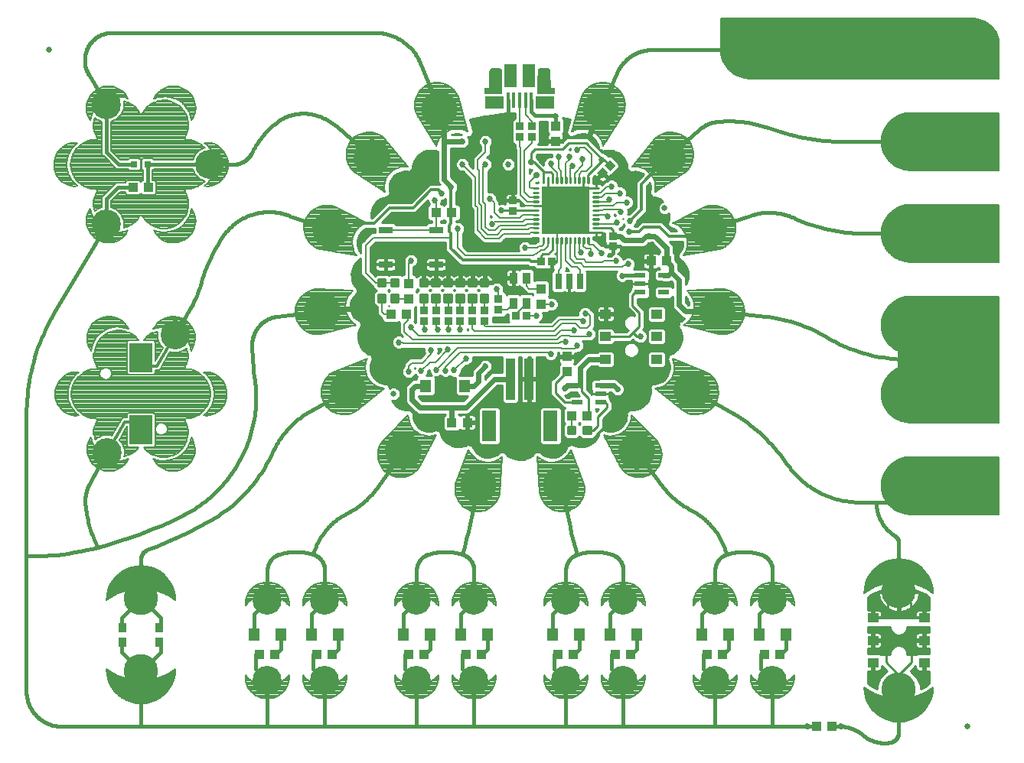
<source format=gtl>
G75*
%MOIN*%
%OFA0B0*%
%FSLAX25Y25*%
%IPPOS*%
%LPD*%
%AMOC8*
5,1,8,0,0,1.08239X$1,22.5*
%
%ADD10R,0.04724X0.02165*%
%ADD11C,0.01181*%
%ADD12R,0.04331X0.03937*%
%ADD13R,0.04528X0.03937*%
%ADD14R,0.06000X0.03000*%
%ADD15R,0.03937X0.04331*%
%ADD16R,0.03543X0.03346*%
%ADD17R,0.03346X0.03543*%
%ADD18R,0.02756X0.06693*%
%ADD19C,0.02500*%
%ADD20R,0.05000X0.05787*%
%ADD21C,0.01004*%
%ADD22R,0.05906X0.05906*%
%ADD23R,0.20866X0.20866*%
%ADD24C,0.16000*%
%ADD25C,0.00800*%
%ADD26R,0.01575X0.06890*%
%ADD27R,0.07874X0.05748*%
%ADD28R,0.05610X0.09843*%
%ADD29C,0.00315*%
%ADD30C,0.03937*%
%ADD31C,0.04331*%
%ADD32R,0.03937X0.18110*%
%ADD33R,0.06299X0.13386*%
%ADD34C,0.12661*%
%ADD35R,0.09843X0.12598*%
%ADD36R,0.03150X0.03150*%
%ADD37R,0.04724X0.05512*%
%ADD38C,0.15000*%
%ADD39C,0.00500*%
%ADD40C,0.20000*%
%ADD41R,0.03543X0.03937*%
%ADD42R,0.03543X0.04724*%
%ADD43C,0.01000*%
%ADD44C,0.02700*%
%ADD45C,0.02400*%
%ADD46C,0.01600*%
%ADD47C,0.01200*%
%ADD48C,0.02900*%
D10*
X0287477Y0427660D03*
X0287477Y0435140D03*
X0297714Y0435140D03*
X0297714Y0431400D03*
X0297714Y0427660D03*
X0314977Y0475660D03*
X0314977Y0479400D03*
X0314977Y0483140D03*
X0325214Y0483140D03*
X0325214Y0475660D03*
D11*
X0290670Y0416778D02*
X0290670Y0414022D01*
X0290670Y0416778D02*
X0293426Y0416778D01*
X0293426Y0414022D01*
X0290670Y0414022D01*
X0290670Y0415202D02*
X0293426Y0415202D01*
X0293426Y0416382D02*
X0290670Y0416382D01*
X0283764Y0416778D02*
X0283764Y0414022D01*
X0283764Y0416778D02*
X0286520Y0416778D01*
X0286520Y0414022D01*
X0283764Y0414022D01*
X0283764Y0415202D02*
X0286520Y0415202D01*
X0286520Y0416382D02*
X0283764Y0416382D01*
X0248661Y0471569D02*
X0245905Y0471569D01*
X0245905Y0474325D01*
X0248661Y0474325D01*
X0248661Y0471569D01*
X0248661Y0472749D02*
X0245905Y0472749D01*
X0245905Y0473929D02*
X0248661Y0473929D01*
X0248661Y0478475D02*
X0245905Y0478475D01*
X0245905Y0481231D01*
X0248661Y0481231D01*
X0248661Y0478475D01*
X0248661Y0479655D02*
X0245905Y0479655D01*
X0245905Y0480835D02*
X0248661Y0480835D01*
X0243348Y0478475D02*
X0240592Y0478475D01*
X0240592Y0481231D01*
X0243348Y0481231D01*
X0243348Y0478475D01*
X0243348Y0479655D02*
X0240592Y0479655D01*
X0240592Y0480835D02*
X0243348Y0480835D01*
X0243348Y0471569D02*
X0240592Y0471569D01*
X0240592Y0474325D01*
X0243348Y0474325D01*
X0243348Y0471569D01*
X0243348Y0472749D02*
X0240592Y0472749D01*
X0240592Y0473929D02*
X0243348Y0473929D01*
X0238036Y0471569D02*
X0235280Y0471569D01*
X0235280Y0474325D01*
X0238036Y0474325D01*
X0238036Y0471569D01*
X0238036Y0472749D02*
X0235280Y0472749D01*
X0235280Y0473929D02*
X0238036Y0473929D01*
X0238036Y0478475D02*
X0235280Y0478475D01*
X0235280Y0481231D01*
X0238036Y0481231D01*
X0238036Y0478475D01*
X0238036Y0479655D02*
X0235280Y0479655D01*
X0235280Y0480835D02*
X0238036Y0480835D01*
X0232723Y0478475D02*
X0229967Y0478475D01*
X0229967Y0481231D01*
X0232723Y0481231D01*
X0232723Y0478475D01*
X0232723Y0479655D02*
X0229967Y0479655D01*
X0229967Y0480835D02*
X0232723Y0480835D01*
X0232723Y0471569D02*
X0229967Y0471569D01*
X0229967Y0474325D01*
X0232723Y0474325D01*
X0232723Y0471569D01*
X0232723Y0472749D02*
X0229967Y0472749D01*
X0229967Y0473929D02*
X0232723Y0473929D01*
X0227411Y0471569D02*
X0224655Y0471569D01*
X0224655Y0474325D01*
X0227411Y0474325D01*
X0227411Y0471569D01*
X0227411Y0472749D02*
X0224655Y0472749D01*
X0224655Y0473929D02*
X0227411Y0473929D01*
X0227411Y0478475D02*
X0224655Y0478475D01*
X0224655Y0481231D01*
X0227411Y0481231D01*
X0227411Y0478475D01*
X0227411Y0479655D02*
X0224655Y0479655D01*
X0224655Y0480835D02*
X0227411Y0480835D01*
X0222098Y0478475D02*
X0219342Y0478475D01*
X0219342Y0481231D01*
X0222098Y0481231D01*
X0222098Y0478475D01*
X0222098Y0479655D02*
X0219342Y0479655D01*
X0219342Y0480835D02*
X0222098Y0480835D01*
X0222098Y0471569D02*
X0219342Y0471569D01*
X0219342Y0474325D01*
X0222098Y0474325D01*
X0222098Y0471569D01*
X0222098Y0472749D02*
X0219342Y0472749D01*
X0219342Y0473929D02*
X0222098Y0473929D01*
X0209598Y0474325D02*
X0206842Y0474325D01*
X0209598Y0474325D02*
X0209598Y0471569D01*
X0206842Y0471569D01*
X0206842Y0474325D01*
X0206842Y0472749D02*
X0209598Y0472749D01*
X0209598Y0473929D02*
X0206842Y0473929D01*
X0203973Y0474325D02*
X0201217Y0474325D01*
X0203973Y0474325D02*
X0203973Y0471569D01*
X0201217Y0471569D01*
X0201217Y0474325D01*
X0201217Y0472749D02*
X0203973Y0472749D01*
X0203973Y0473929D02*
X0201217Y0473929D01*
X0201217Y0481231D02*
X0203973Y0481231D01*
X0203973Y0478475D01*
X0201217Y0478475D01*
X0201217Y0481231D01*
X0201217Y0479655D02*
X0203973Y0479655D01*
X0203973Y0480835D02*
X0201217Y0480835D01*
X0206842Y0481231D02*
X0209598Y0481231D01*
X0209598Y0478475D01*
X0206842Y0478475D01*
X0206842Y0481231D01*
X0206842Y0479655D02*
X0209598Y0479655D01*
X0209598Y0480835D02*
X0206842Y0480835D01*
D12*
X0206436Y0466087D03*
X0213129Y0466087D03*
X0226155Y0510306D03*
X0232848Y0510306D03*
X0285249Y0421900D03*
X0291942Y0421900D03*
X0319749Y0489400D03*
X0326442Y0489400D03*
X0239692Y0418900D03*
X0232999Y0418900D03*
X0239249Y0317650D03*
X0245942Y0317650D03*
X0220942Y0317650D03*
X0214249Y0317650D03*
X0180942Y0317650D03*
X0174249Y0317650D03*
X0155942Y0317650D03*
X0149249Y0317650D03*
X0279249Y0317650D03*
X0285942Y0317650D03*
X0304249Y0317650D03*
X0310942Y0317650D03*
X0344249Y0317650D03*
X0350942Y0317650D03*
X0369249Y0317650D03*
X0375942Y0317650D03*
X0391749Y0286400D03*
X0398442Y0286400D03*
X0100942Y0521400D03*
X0094249Y0521400D03*
D13*
X0299973Y0466243D03*
X0299973Y0456400D03*
X0299973Y0446557D03*
X0322217Y0446557D03*
X0322217Y0456400D03*
X0322217Y0466243D03*
X0416473Y0333743D03*
X0416473Y0323900D03*
X0416473Y0314057D03*
X0438717Y0314057D03*
X0438717Y0323900D03*
X0438717Y0333743D03*
D14*
X0226095Y0487900D03*
X0226095Y0502900D03*
X0204095Y0502900D03*
X0204095Y0487900D03*
D15*
X0214158Y0479434D03*
X0214158Y0472741D03*
X0271970Y0470554D03*
X0271970Y0477246D03*
X0283095Y0447746D03*
X0283095Y0441054D03*
X0278095Y0541554D03*
X0278095Y0548246D03*
D16*
X0267845Y0548058D03*
X0267845Y0543492D03*
X0262658Y0543492D03*
X0262658Y0548058D03*
X0259595Y0515683D03*
X0259595Y0511117D03*
X0253220Y0472746D03*
X0253220Y0468179D03*
X0247283Y0467746D03*
X0247283Y0463179D03*
X0241970Y0463179D03*
X0241970Y0467746D03*
X0236658Y0467746D03*
X0236658Y0463179D03*
X0231345Y0463179D03*
X0231345Y0467746D03*
X0226033Y0467746D03*
X0226033Y0463179D03*
X0220720Y0463179D03*
X0220720Y0467746D03*
X0303095Y0495617D03*
X0303095Y0500183D03*
D17*
G36*
X0301040Y0527654D02*
X0298674Y0525288D01*
X0296170Y0527792D01*
X0298536Y0530158D01*
X0301040Y0527654D01*
G37*
G36*
X0304270Y0530883D02*
X0301904Y0528517D01*
X0299400Y0531021D01*
X0301766Y0533387D01*
X0304270Y0530883D01*
G37*
X0276379Y0489088D03*
X0271812Y0489088D03*
X0265504Y0465462D03*
X0260937Y0465462D03*
D18*
X0279371Y0480400D03*
X0284095Y0480400D03*
X0288820Y0480400D03*
D19*
X0325658Y0512337D03*
X0207595Y0431400D03*
X0057595Y0581400D03*
X0457595Y0286400D03*
D20*
X0238560Y0434900D03*
X0221631Y0434900D03*
D21*
X0268386Y0501636D02*
X0270532Y0501636D01*
X0268386Y0501636D02*
X0268386Y0501812D01*
X0270532Y0501812D01*
X0270532Y0501636D01*
X0270532Y0503604D02*
X0268386Y0503604D01*
X0268386Y0503780D01*
X0270532Y0503780D01*
X0270532Y0503604D01*
X0270532Y0505490D02*
X0268386Y0505490D01*
X0268386Y0505666D01*
X0270532Y0505666D01*
X0270532Y0505490D01*
X0270532Y0507458D02*
X0268386Y0507458D01*
X0268386Y0507634D01*
X0270532Y0507634D01*
X0270532Y0507458D01*
X0270532Y0509343D02*
X0268386Y0509343D01*
X0268386Y0509519D01*
X0270532Y0509519D01*
X0270532Y0509343D01*
X0270532Y0511488D02*
X0268386Y0511488D01*
X0270532Y0511488D02*
X0270532Y0511312D01*
X0268386Y0511312D01*
X0268386Y0511488D01*
X0268386Y0513457D02*
X0270532Y0513457D01*
X0270532Y0513281D01*
X0268386Y0513281D01*
X0268386Y0513457D01*
X0268386Y0515342D02*
X0270532Y0515342D01*
X0270532Y0515166D01*
X0268386Y0515166D01*
X0268386Y0515342D01*
X0268386Y0517310D02*
X0270532Y0517310D01*
X0270532Y0517134D01*
X0268386Y0517134D01*
X0268386Y0517310D01*
X0268386Y0519196D02*
X0270532Y0519196D01*
X0270532Y0519020D01*
X0268386Y0519020D01*
X0268386Y0519196D01*
X0268386Y0521164D02*
X0270532Y0521164D01*
X0270532Y0520988D01*
X0268386Y0520988D01*
X0268386Y0521164D01*
X0272831Y0523463D02*
X0272831Y0525609D01*
X0273007Y0525609D01*
X0273007Y0523463D01*
X0272831Y0523463D01*
X0272831Y0524466D02*
X0273007Y0524466D01*
X0273007Y0525469D02*
X0272831Y0525469D01*
X0274800Y0525609D02*
X0274800Y0523463D01*
X0274800Y0525609D02*
X0274976Y0525609D01*
X0274976Y0523463D01*
X0274800Y0523463D01*
X0274800Y0524466D02*
X0274976Y0524466D01*
X0274976Y0525469D02*
X0274800Y0525469D01*
X0276685Y0525609D02*
X0276685Y0523463D01*
X0276685Y0525609D02*
X0276861Y0525609D01*
X0276861Y0523463D01*
X0276685Y0523463D01*
X0276685Y0524466D02*
X0276861Y0524466D01*
X0276861Y0525469D02*
X0276685Y0525469D01*
X0278653Y0525609D02*
X0278653Y0523463D01*
X0278653Y0525609D02*
X0278829Y0525609D01*
X0278829Y0523463D01*
X0278653Y0523463D01*
X0278653Y0524466D02*
X0278829Y0524466D01*
X0278829Y0525469D02*
X0278653Y0525469D01*
X0280539Y0525609D02*
X0280539Y0523463D01*
X0280539Y0525609D02*
X0280715Y0525609D01*
X0280715Y0523463D01*
X0280539Y0523463D01*
X0280539Y0524466D02*
X0280715Y0524466D01*
X0280715Y0525469D02*
X0280539Y0525469D01*
X0282683Y0525609D02*
X0282683Y0523463D01*
X0282507Y0523463D01*
X0282507Y0525609D01*
X0282683Y0525609D01*
X0282683Y0524466D02*
X0282507Y0524466D01*
X0282507Y0525469D02*
X0282683Y0525469D01*
X0284652Y0525609D02*
X0284652Y0523463D01*
X0284476Y0523463D01*
X0284476Y0525609D01*
X0284652Y0525609D01*
X0284652Y0524466D02*
X0284476Y0524466D01*
X0284476Y0525469D02*
X0284652Y0525469D01*
X0286537Y0525609D02*
X0286537Y0523463D01*
X0286361Y0523463D01*
X0286361Y0525609D01*
X0286537Y0525609D01*
X0286537Y0524466D02*
X0286361Y0524466D01*
X0286361Y0525469D02*
X0286537Y0525469D01*
X0288505Y0525609D02*
X0288505Y0523463D01*
X0288329Y0523463D01*
X0288329Y0525609D01*
X0288505Y0525609D01*
X0288505Y0524466D02*
X0288329Y0524466D01*
X0288329Y0525469D02*
X0288505Y0525469D01*
X0290391Y0525609D02*
X0290391Y0523463D01*
X0290215Y0523463D01*
X0290215Y0525609D01*
X0290391Y0525609D01*
X0290391Y0524466D02*
X0290215Y0524466D01*
X0290215Y0525469D02*
X0290391Y0525469D01*
X0292359Y0525609D02*
X0292359Y0523463D01*
X0292183Y0523463D01*
X0292183Y0525609D01*
X0292359Y0525609D01*
X0292359Y0524466D02*
X0292183Y0524466D01*
X0292183Y0525469D02*
X0292359Y0525469D01*
X0294658Y0521164D02*
X0296804Y0521164D01*
X0296804Y0520988D01*
X0294658Y0520988D01*
X0294658Y0521164D01*
X0294658Y0519196D02*
X0296804Y0519196D01*
X0296804Y0519020D01*
X0294658Y0519020D01*
X0294658Y0519196D01*
X0294658Y0517310D02*
X0296804Y0517310D01*
X0296804Y0517134D01*
X0294658Y0517134D01*
X0294658Y0517310D01*
X0294658Y0515342D02*
X0296804Y0515342D01*
X0296804Y0515166D01*
X0294658Y0515166D01*
X0294658Y0515342D01*
X0294658Y0513457D02*
X0296804Y0513457D01*
X0296804Y0513281D01*
X0294658Y0513281D01*
X0294658Y0513457D01*
X0294658Y0511312D02*
X0296804Y0511312D01*
X0294658Y0511312D02*
X0294658Y0511488D01*
X0296804Y0511488D01*
X0296804Y0511312D01*
X0296804Y0509343D02*
X0294658Y0509343D01*
X0294658Y0509519D01*
X0296804Y0509519D01*
X0296804Y0509343D01*
X0296804Y0507458D02*
X0294658Y0507458D01*
X0294658Y0507634D01*
X0296804Y0507634D01*
X0296804Y0507458D01*
X0296804Y0505490D02*
X0294658Y0505490D01*
X0294658Y0505666D01*
X0296804Y0505666D01*
X0296804Y0505490D01*
X0296804Y0503604D02*
X0294658Y0503604D01*
X0294658Y0503780D01*
X0296804Y0503780D01*
X0296804Y0503604D01*
X0296804Y0501636D02*
X0294658Y0501636D01*
X0294658Y0501812D01*
X0296804Y0501812D01*
X0296804Y0501636D01*
X0292359Y0499337D02*
X0292359Y0497191D01*
X0292183Y0497191D01*
X0292183Y0499337D01*
X0292359Y0499337D01*
X0292359Y0498194D02*
X0292183Y0498194D01*
X0292183Y0499197D02*
X0292359Y0499197D01*
X0290391Y0499337D02*
X0290391Y0497191D01*
X0290215Y0497191D01*
X0290215Y0499337D01*
X0290391Y0499337D01*
X0290391Y0498194D02*
X0290215Y0498194D01*
X0290215Y0499197D02*
X0290391Y0499197D01*
X0288505Y0499337D02*
X0288505Y0497191D01*
X0288329Y0497191D01*
X0288329Y0499337D01*
X0288505Y0499337D01*
X0288505Y0498194D02*
X0288329Y0498194D01*
X0288329Y0499197D02*
X0288505Y0499197D01*
X0286537Y0499337D02*
X0286537Y0497191D01*
X0286361Y0497191D01*
X0286361Y0499337D01*
X0286537Y0499337D01*
X0286537Y0498194D02*
X0286361Y0498194D01*
X0286361Y0499197D02*
X0286537Y0499197D01*
X0284652Y0499337D02*
X0284652Y0497191D01*
X0284476Y0497191D01*
X0284476Y0499337D01*
X0284652Y0499337D01*
X0284652Y0498194D02*
X0284476Y0498194D01*
X0284476Y0499197D02*
X0284652Y0499197D01*
X0282507Y0499337D02*
X0282507Y0497191D01*
X0282507Y0499337D02*
X0282683Y0499337D01*
X0282683Y0497191D01*
X0282507Y0497191D01*
X0282507Y0498194D02*
X0282683Y0498194D01*
X0282683Y0499197D02*
X0282507Y0499197D01*
X0280539Y0499337D02*
X0280539Y0497191D01*
X0280539Y0499337D02*
X0280715Y0499337D01*
X0280715Y0497191D01*
X0280539Y0497191D01*
X0280539Y0498194D02*
X0280715Y0498194D01*
X0280715Y0499197D02*
X0280539Y0499197D01*
X0278653Y0499337D02*
X0278653Y0497191D01*
X0278653Y0499337D02*
X0278829Y0499337D01*
X0278829Y0497191D01*
X0278653Y0497191D01*
X0278653Y0498194D02*
X0278829Y0498194D01*
X0278829Y0499197D02*
X0278653Y0499197D01*
X0276685Y0499337D02*
X0276685Y0497191D01*
X0276685Y0499337D02*
X0276861Y0499337D01*
X0276861Y0497191D01*
X0276685Y0497191D01*
X0276685Y0498194D02*
X0276861Y0498194D01*
X0276861Y0499197D02*
X0276685Y0499197D01*
X0274800Y0499337D02*
X0274800Y0497191D01*
X0274800Y0499337D02*
X0274976Y0499337D01*
X0274976Y0497191D01*
X0274800Y0497191D01*
X0274800Y0498194D02*
X0274976Y0498194D01*
X0274976Y0499197D02*
X0274800Y0499197D01*
X0272831Y0499337D02*
X0272831Y0497191D01*
X0272831Y0499337D02*
X0273007Y0499337D01*
X0273007Y0497191D01*
X0272831Y0497191D01*
X0272831Y0498194D02*
X0273007Y0498194D01*
X0273007Y0499197D02*
X0272831Y0499197D01*
D22*
X0277674Y0516321D03*
D23*
X0282595Y0511400D03*
D24*
X0297777Y0555422D03*
X0326877Y0534281D03*
X0344853Y0503134D03*
X0348618Y0467362D03*
X0337503Y0433149D03*
X0313436Y0406426D03*
X0280581Y0391796D03*
X0244610Y0391796D03*
X0211755Y0406426D03*
X0187687Y0433149D03*
X0176573Y0467362D03*
X0180337Y0503134D03*
X0198313Y0534281D03*
X0227413Y0555422D03*
D25*
X0219202Y0550662D02*
X0238570Y0550662D01*
X0238349Y0551460D02*
X0218693Y0551460D01*
X0218184Y0552259D02*
X0238128Y0552259D01*
X0237907Y0553057D02*
X0217698Y0553057D01*
X0217733Y0552965D02*
X0226296Y0539540D01*
X0226687Y0540946D01*
X0227298Y0542272D01*
X0228112Y0543484D01*
X0229109Y0544550D01*
X0230263Y0545444D01*
X0231545Y0546143D01*
X0232921Y0546628D01*
X0234358Y0546888D01*
X0235817Y0546915D01*
X0237263Y0546709D01*
X0238657Y0546275D01*
X0239964Y0545625D01*
X0235716Y0560972D01*
X0234992Y0562371D01*
X0234057Y0563640D01*
X0232936Y0564746D01*
X0231655Y0565664D01*
X0230246Y0566370D01*
X0228745Y0566847D01*
X0227187Y0567084D01*
X0225611Y0567073D01*
X0224056Y0566817D01*
X0222561Y0566320D01*
X0221192Y0565541D01*
X0219961Y0564557D01*
X0218899Y0563393D01*
X0218032Y0562078D01*
X0217382Y0560642D01*
X0216964Y0559123D01*
X0216789Y0557557D01*
X0216861Y0555983D01*
X0217178Y0554440D01*
X0217733Y0552965D01*
X0217398Y0553856D02*
X0237686Y0553856D01*
X0237465Y0554654D02*
X0217134Y0554654D01*
X0216970Y0555453D02*
X0237244Y0555453D01*
X0237023Y0556251D02*
X0216849Y0556251D01*
X0216812Y0557050D02*
X0236802Y0557050D01*
X0236581Y0557848D02*
X0216821Y0557848D01*
X0216910Y0558647D02*
X0236360Y0558647D01*
X0236139Y0559445D02*
X0217052Y0559445D01*
X0217272Y0560244D02*
X0235918Y0560244D01*
X0235680Y0561042D02*
X0217563Y0561042D01*
X0217925Y0561841D02*
X0235266Y0561841D01*
X0234794Y0562639D02*
X0218402Y0562639D01*
X0218939Y0563438D02*
X0234206Y0563438D01*
X0233453Y0564236D02*
X0219668Y0564236D01*
X0220558Y0565035D02*
X0232533Y0565035D01*
X0231318Y0565833D02*
X0221705Y0565833D01*
X0223500Y0566632D02*
X0229423Y0566632D01*
X0238791Y0549863D02*
X0219712Y0549863D01*
X0220221Y0549065D02*
X0239012Y0549065D01*
X0239233Y0548266D02*
X0220730Y0548266D01*
X0221240Y0547468D02*
X0239454Y0547468D01*
X0239674Y0546669D02*
X0237390Y0546669D01*
X0239469Y0545870D02*
X0239895Y0545870D01*
X0233148Y0546669D02*
X0221749Y0546669D01*
X0222258Y0545870D02*
X0231045Y0545870D01*
X0229782Y0545072D02*
X0222768Y0545072D01*
X0223277Y0544273D02*
X0228850Y0544273D01*
X0228106Y0543475D02*
X0223786Y0543475D01*
X0224296Y0542676D02*
X0227569Y0542676D01*
X0227116Y0541878D02*
X0224805Y0541878D01*
X0225314Y0541079D02*
X0226749Y0541079D01*
X0226502Y0540281D02*
X0225823Y0540281D01*
X0213763Y0530435D02*
X0203641Y0542728D01*
X0202410Y0543712D01*
X0201040Y0544490D01*
X0199565Y0545045D01*
X0198022Y0545363D01*
X0196448Y0545435D01*
X0194882Y0545260D01*
X0193363Y0544842D01*
X0191928Y0544192D01*
X0190612Y0543325D01*
X0189448Y0542263D01*
X0188513Y0540994D01*
X0187789Y0539595D01*
X0187292Y0538100D01*
X0187036Y0536545D01*
X0187025Y0534970D01*
X0187261Y0533412D01*
X0187738Y0531910D01*
X0188445Y0530502D01*
X0189362Y0529221D01*
X0190469Y0528099D01*
X0203753Y0519317D01*
X0203538Y0520761D01*
X0203556Y0522221D01*
X0203807Y0523659D01*
X0204284Y0525039D01*
X0204974Y0526325D01*
X0205861Y0527484D01*
X0206922Y0528488D01*
X0208129Y0529309D01*
X0209451Y0529927D01*
X0210855Y0530327D01*
X0212305Y0530498D01*
X0213763Y0530435D01*
X0213546Y0530699D02*
X0188346Y0530699D01*
X0187945Y0531497D02*
X0212889Y0531497D01*
X0212231Y0532296D02*
X0187616Y0532296D01*
X0187362Y0533094D02*
X0211574Y0533094D01*
X0210916Y0533893D02*
X0187189Y0533893D01*
X0187067Y0534691D02*
X0210259Y0534691D01*
X0209601Y0535490D02*
X0187029Y0535490D01*
X0187034Y0536288D02*
X0208944Y0536288D01*
X0208286Y0537087D02*
X0187125Y0537087D01*
X0187257Y0537885D02*
X0207628Y0537885D01*
X0206971Y0538684D02*
X0187486Y0538684D01*
X0187751Y0539482D02*
X0206313Y0539482D01*
X0205656Y0540281D02*
X0188144Y0540281D01*
X0188576Y0541079D02*
X0204998Y0541079D01*
X0204341Y0541878D02*
X0189164Y0541878D01*
X0189901Y0542676D02*
X0203683Y0542676D01*
X0202706Y0543475D02*
X0190839Y0543475D01*
X0192108Y0544273D02*
X0201422Y0544273D01*
X0199436Y0545072D02*
X0194199Y0545072D01*
X0188875Y0529900D02*
X0209393Y0529900D01*
X0207824Y0529102D02*
X0189480Y0529102D01*
X0190268Y0528303D02*
X0206727Y0528303D01*
X0205883Y0527505D02*
X0191368Y0527505D01*
X0192576Y0526706D02*
X0205266Y0526706D01*
X0204750Y0525908D02*
X0193784Y0525908D01*
X0194992Y0525109D02*
X0204322Y0525109D01*
X0204032Y0524311D02*
X0196200Y0524311D01*
X0197407Y0523512D02*
X0203781Y0523512D01*
X0203642Y0522714D02*
X0198615Y0522714D01*
X0199823Y0521915D02*
X0203552Y0521915D01*
X0203542Y0521117D02*
X0201031Y0521117D01*
X0202239Y0520318D02*
X0203604Y0520318D01*
X0203723Y0519520D02*
X0203447Y0519520D01*
X0196016Y0505904D02*
X0181769Y0513017D01*
X0180244Y0513415D01*
X0178676Y0513570D01*
X0177103Y0513477D01*
X0175564Y0513139D01*
X0174097Y0512565D01*
X0172738Y0511768D01*
X0171520Y0510768D01*
X0170473Y0509590D01*
X0169624Y0508263D01*
X0168992Y0506820D01*
X0168655Y0505281D01*
X0168562Y0503708D01*
X0168716Y0502140D01*
X0169114Y0500615D01*
X0169746Y0499172D01*
X0170595Y0497845D01*
X0171641Y0496667D01*
X0172859Y0495667D01*
X0174219Y0494870D01*
X0175686Y0494296D01*
X0191393Y0491676D01*
X0190610Y0492908D01*
X0190033Y0494249D01*
X0189677Y0495664D01*
X0189551Y0497119D01*
X0189659Y0498575D01*
X0189998Y0499995D01*
X0190558Y0501343D01*
X0191327Y0502584D01*
X0192283Y0503687D01*
X0193403Y0504623D01*
X0194658Y0505368D01*
X0196016Y0505904D01*
X0195935Y0505945D02*
X0168800Y0505945D01*
X0168647Y0505146D02*
X0194285Y0505146D01*
X0193075Y0504348D02*
X0168600Y0504348D01*
X0168577Y0503549D02*
X0192164Y0503549D01*
X0191472Y0502751D02*
X0168656Y0502751D01*
X0168765Y0501952D02*
X0190936Y0501952D01*
X0190480Y0501154D02*
X0168974Y0501154D01*
X0169228Y0500355D02*
X0190148Y0500355D01*
X0189893Y0499557D02*
X0169577Y0499557D01*
X0170010Y0498758D02*
X0189703Y0498758D01*
X0189614Y0497960D02*
X0170521Y0497960D01*
X0171202Y0497161D02*
X0189554Y0497161D01*
X0189617Y0496363D02*
X0172012Y0496363D01*
X0173035Y0495564D02*
X0189702Y0495564D01*
X0189903Y0494766D02*
X0174486Y0494766D01*
X0177656Y0493967D02*
X0190154Y0493967D01*
X0190497Y0493169D02*
X0182444Y0493169D01*
X0187231Y0492370D02*
X0190952Y0492370D01*
X0195408Y0496087D02*
X0198845Y0499525D01*
X0232595Y0499525D01*
X0235595Y0503462D02*
X0235595Y0494962D01*
X0238845Y0491712D01*
X0268533Y0491712D01*
X0269158Y0492337D01*
X0269939Y0492337D01*
X0271720Y0494119D01*
X0273314Y0494119D01*
X0274888Y0495692D01*
X0274888Y0498264D01*
X0272919Y0498264D02*
X0272919Y0496411D01*
X0272283Y0495775D01*
X0270876Y0495775D01*
X0270220Y0495119D01*
X0264908Y0495119D01*
X0266814Y0501244D02*
X0256345Y0501244D01*
X0256344Y0501245D01*
X0255565Y0501245D01*
X0253533Y0499212D01*
X0247595Y0499212D01*
X0244158Y0502650D01*
X0244158Y0512650D01*
X0243220Y0513587D01*
X0243220Y0525775D01*
X0237595Y0531400D01*
X0237595Y0530900D01*
X0244158Y0529525D02*
X0244939Y0528744D01*
X0244939Y0514369D01*
X0245876Y0513431D01*
X0245876Y0503431D01*
X0248376Y0500931D01*
X0252751Y0500931D01*
X0254783Y0502962D01*
X0266033Y0502962D01*
X0266596Y0503526D01*
X0266763Y0503692D01*
X0269459Y0503692D01*
X0269459Y0505578D02*
X0265835Y0505578D01*
X0264939Y0504681D01*
X0254001Y0504681D01*
X0251970Y0502650D01*
X0249158Y0502650D01*
X0247595Y0504212D01*
X0247595Y0514212D01*
X0246658Y0515150D01*
X0246658Y0530463D01*
X0247595Y0531400D01*
X0244158Y0533275D02*
X0247595Y0536713D01*
X0247595Y0541400D01*
X0244158Y0533275D02*
X0244158Y0529525D01*
X0249595Y0516400D02*
X0251345Y0514650D01*
X0251345Y0510462D01*
X0253689Y0508119D01*
X0262595Y0508119D01*
X0263908Y0509431D01*
X0263908Y0509431D01*
X0269459Y0509431D01*
X0269459Y0507546D02*
X0264991Y0507546D01*
X0263845Y0506400D01*
X0251408Y0506400D01*
X0250533Y0505525D01*
X0259595Y0515683D02*
X0262312Y0515683D01*
X0264627Y0513369D01*
X0269459Y0513369D01*
X0269459Y0515254D02*
X0265741Y0515254D01*
X0262814Y0518181D01*
X0262814Y0538838D01*
X0262658Y0538994D01*
X0262658Y0543492D01*
X0262658Y0548058D02*
X0262595Y0548121D01*
X0262595Y0549681D01*
X0262471Y0549805D01*
X0262471Y0559598D01*
X0265030Y0559598D02*
X0265030Y0553027D01*
X0267845Y0550213D01*
X0267845Y0548058D01*
X0267845Y0543492D02*
X0267845Y0540713D01*
X0264626Y0537494D01*
X0264626Y0519369D01*
X0266773Y0517222D01*
X0269459Y0517222D01*
X0269459Y0521076D02*
X0267450Y0521076D01*
X0266970Y0521556D01*
X0266970Y0523900D01*
X0269783Y0526713D01*
X0269783Y0526609D01*
X0276033Y0530463D02*
X0278741Y0527754D01*
X0278741Y0524536D01*
X0280627Y0524536D02*
X0280627Y0528525D01*
X0279470Y0529681D01*
X0279470Y0534838D01*
X0282595Y0532025D02*
X0282595Y0524536D01*
X0284564Y0524536D02*
X0284564Y0529931D01*
X0285408Y0530775D01*
X0284158Y0533588D02*
X0284158Y0534838D01*
X0284158Y0533588D02*
X0282595Y0532025D01*
X0286449Y0527598D02*
X0286449Y0524536D01*
X0288417Y0524536D02*
X0288417Y0527222D01*
X0289470Y0528275D01*
X0291345Y0528275D01*
X0293845Y0530775D01*
X0293845Y0535775D01*
X0290720Y0538900D01*
X0288845Y0538900D01*
X0287595Y0537650D01*
X0289845Y0533650D02*
X0289845Y0530994D01*
X0286449Y0527598D01*
X0290469Y0521243D02*
X0290469Y0513400D01*
X0274095Y0513400D01*
X0274064Y0513369D02*
X0275095Y0513369D01*
X0275095Y0519900D01*
X0276033Y0530463D02*
X0276033Y0531713D01*
X0285227Y0545625D02*
X0289474Y0560972D01*
X0290199Y0562371D01*
X0291133Y0563640D01*
X0292255Y0564746D01*
X0293536Y0565664D01*
X0294944Y0566370D01*
X0296446Y0566847D01*
X0298004Y0567083D01*
X0299579Y0567073D01*
X0301134Y0566817D01*
X0302629Y0566320D01*
X0303999Y0565541D01*
X0305230Y0564557D01*
X0306292Y0563393D01*
X0307159Y0562078D01*
X0307809Y0560642D01*
X0308227Y0559123D01*
X0308402Y0557557D01*
X0308330Y0555983D01*
X0308012Y0554440D01*
X0307457Y0552965D01*
X0298894Y0539540D01*
X0298503Y0540946D01*
X0297892Y0542272D01*
X0297078Y0543484D01*
X0296082Y0544550D01*
X0294928Y0545444D01*
X0293646Y0546143D01*
X0292269Y0546628D01*
X0290832Y0546888D01*
X0289373Y0546915D01*
X0287928Y0546709D01*
X0286534Y0546275D01*
X0285227Y0545625D01*
X0285295Y0545870D02*
X0285721Y0545870D01*
X0285516Y0546669D02*
X0287800Y0546669D01*
X0285737Y0547468D02*
X0303951Y0547468D01*
X0304460Y0548266D02*
X0285958Y0548266D01*
X0286179Y0549065D02*
X0304969Y0549065D01*
X0305479Y0549863D02*
X0286400Y0549863D01*
X0286621Y0550662D02*
X0305988Y0550662D01*
X0306497Y0551460D02*
X0286842Y0551460D01*
X0287063Y0552259D02*
X0307006Y0552259D01*
X0307492Y0553057D02*
X0287284Y0553057D01*
X0287505Y0553856D02*
X0307792Y0553856D01*
X0308056Y0554654D02*
X0287726Y0554654D01*
X0287947Y0555453D02*
X0308220Y0555453D01*
X0308342Y0556251D02*
X0288168Y0556251D01*
X0288389Y0557050D02*
X0308378Y0557050D01*
X0308369Y0557848D02*
X0288610Y0557848D01*
X0288831Y0558647D02*
X0308280Y0558647D01*
X0308138Y0559445D02*
X0289052Y0559445D01*
X0289273Y0560244D02*
X0307919Y0560244D01*
X0307628Y0561042D02*
X0289510Y0561042D01*
X0289924Y0561841D02*
X0307266Y0561841D01*
X0306789Y0562639D02*
X0290396Y0562639D01*
X0290985Y0563438D02*
X0306251Y0563438D01*
X0305523Y0564236D02*
X0291738Y0564236D01*
X0292657Y0565035D02*
X0304632Y0565035D01*
X0303485Y0565833D02*
X0293873Y0565833D01*
X0295768Y0566632D02*
X0301690Y0566632D01*
X0303441Y0546669D02*
X0292042Y0546669D01*
X0294145Y0545870D02*
X0302932Y0545870D01*
X0302423Y0545072D02*
X0295408Y0545072D01*
X0296340Y0544273D02*
X0301913Y0544273D01*
X0301404Y0543475D02*
X0297084Y0543475D01*
X0297621Y0542676D02*
X0300895Y0542676D01*
X0300385Y0541878D02*
X0298074Y0541878D01*
X0298441Y0541079D02*
X0299876Y0541079D01*
X0299367Y0540281D02*
X0298688Y0540281D01*
X0311427Y0530435D02*
X0321550Y0542728D01*
X0322781Y0543712D01*
X0324150Y0544490D01*
X0325625Y0545045D01*
X0327168Y0545363D01*
X0328742Y0545435D01*
X0330308Y0545260D01*
X0331827Y0544842D01*
X0333263Y0544192D01*
X0334578Y0543325D01*
X0335742Y0542263D01*
X0336677Y0540994D01*
X0337401Y0539595D01*
X0337898Y0538100D01*
X0338155Y0536545D01*
X0338165Y0534970D01*
X0337929Y0533412D01*
X0337452Y0531910D01*
X0336746Y0530502D01*
X0335828Y0529221D01*
X0334721Y0528099D01*
X0321438Y0519317D01*
X0321652Y0520761D01*
X0321634Y0522221D01*
X0321383Y0523659D01*
X0320907Y0525039D01*
X0320216Y0526325D01*
X0319329Y0527484D01*
X0318268Y0528488D01*
X0317062Y0529309D01*
X0315739Y0529927D01*
X0314335Y0530327D01*
X0312886Y0530498D01*
X0311427Y0530435D01*
X0311644Y0530699D02*
X0336845Y0530699D01*
X0337245Y0531497D02*
X0312302Y0531497D01*
X0312959Y0532296D02*
X0337574Y0532296D01*
X0337828Y0533094D02*
X0313617Y0533094D01*
X0314274Y0533893D02*
X0338002Y0533893D01*
X0338123Y0534691D02*
X0314932Y0534691D01*
X0315589Y0535490D02*
X0338162Y0535490D01*
X0338157Y0536288D02*
X0316247Y0536288D01*
X0316904Y0537087D02*
X0338065Y0537087D01*
X0337934Y0537885D02*
X0317562Y0537885D01*
X0318219Y0538684D02*
X0337704Y0538684D01*
X0337439Y0539482D02*
X0318877Y0539482D01*
X0319534Y0540281D02*
X0337046Y0540281D01*
X0336614Y0541079D02*
X0320192Y0541079D01*
X0320849Y0541878D02*
X0336026Y0541878D01*
X0335289Y0542676D02*
X0321507Y0542676D01*
X0322484Y0543475D02*
X0334351Y0543475D01*
X0333082Y0544273D02*
X0323769Y0544273D01*
X0325755Y0545072D02*
X0330991Y0545072D01*
X0336315Y0529900D02*
X0315797Y0529900D01*
X0317366Y0529102D02*
X0335711Y0529102D01*
X0334923Y0528303D02*
X0318463Y0528303D01*
X0319307Y0527505D02*
X0333822Y0527505D01*
X0332614Y0526706D02*
X0319924Y0526706D01*
X0320440Y0525908D02*
X0331406Y0525908D01*
X0330198Y0525109D02*
X0320869Y0525109D01*
X0321158Y0524311D02*
X0328991Y0524311D01*
X0327783Y0523512D02*
X0321409Y0523512D01*
X0321548Y0522714D02*
X0326575Y0522714D01*
X0325367Y0521915D02*
X0321638Y0521915D01*
X0321648Y0521117D02*
X0324159Y0521117D01*
X0322952Y0520318D02*
X0321586Y0520318D01*
X0321468Y0519520D02*
X0321744Y0519520D01*
X0309095Y0514900D02*
X0304845Y0514900D01*
X0303314Y0513369D01*
X0295731Y0513369D01*
X0295731Y0515254D02*
X0300824Y0515254D01*
X0301658Y0516087D01*
X0300907Y0515337D01*
X0298261Y0517222D02*
X0299939Y0518900D01*
X0306095Y0518900D01*
X0302595Y0521900D02*
X0300595Y0521900D01*
X0297803Y0519108D01*
X0295731Y0519108D01*
X0295731Y0517222D02*
X0298261Y0517222D01*
X0298845Y0511712D02*
X0298533Y0511400D01*
X0295731Y0511400D01*
X0295731Y0509431D02*
X0300126Y0509431D01*
X0300783Y0508775D01*
X0298845Y0511712D02*
X0305720Y0511712D01*
X0306658Y0510775D01*
X0304845Y0506212D02*
X0304210Y0505578D01*
X0295731Y0505578D01*
X0292271Y0498264D02*
X0292271Y0497255D01*
X0293001Y0496525D01*
X0294470Y0496525D01*
X0298095Y0492900D01*
X0299095Y0489400D02*
X0298595Y0488900D01*
X0291595Y0488900D01*
X0290345Y0490150D01*
X0287595Y0490150D01*
X0286449Y0491296D01*
X0286449Y0498264D01*
X0284564Y0498264D02*
X0284564Y0490431D01*
X0286533Y0488462D01*
X0289033Y0488462D01*
X0290595Y0486900D01*
X0307283Y0486900D01*
X0307783Y0487400D01*
X0309220Y0487400D01*
X0309783Y0487962D01*
X0304470Y0489525D02*
X0304345Y0489400D01*
X0299095Y0489400D01*
X0293595Y0492400D02*
X0293595Y0494462D01*
X0293220Y0494837D01*
X0291345Y0494837D01*
X0290303Y0495880D01*
X0290303Y0498264D01*
X0288417Y0498264D02*
X0288417Y0493828D01*
X0289283Y0492962D01*
X0288501Y0493744D01*
X0293595Y0492900D02*
X0293595Y0492400D01*
X0287595Y0486712D02*
X0288820Y0485488D01*
X0288820Y0480400D01*
X0287595Y0486712D02*
X0285283Y0486712D01*
X0282595Y0489400D01*
X0282595Y0498264D01*
X0280627Y0498264D02*
X0280627Y0486306D01*
X0279371Y0485051D01*
X0279371Y0480400D01*
X0271970Y0477246D02*
X0266592Y0477246D01*
X0265449Y0478389D01*
X0265449Y0481912D01*
X0265449Y0470888D02*
X0265449Y0470661D01*
X0260937Y0466148D01*
X0260937Y0465462D01*
X0265504Y0465462D02*
X0269783Y0465462D01*
X0271970Y0470554D02*
X0276345Y0470554D01*
X0276345Y0470462D01*
X0279939Y0463744D02*
X0276814Y0460619D01*
X0247908Y0460619D01*
X0247283Y0461244D01*
X0247283Y0463179D01*
X0247283Y0467746D02*
X0247283Y0472947D01*
X0241970Y0472947D02*
X0241970Y0467746D01*
X0241970Y0463179D02*
X0241970Y0459837D01*
X0242908Y0458900D01*
X0277595Y0458900D01*
X0280720Y0462025D01*
X0286970Y0462025D01*
X0288845Y0460150D01*
X0291970Y0460150D01*
X0293220Y0461400D01*
X0293220Y0465462D01*
X0292283Y0466400D01*
X0291033Y0466400D01*
X0289314Y0463744D02*
X0290095Y0462962D01*
X0289314Y0463744D02*
X0279939Y0463744D01*
X0280408Y0459212D02*
X0278064Y0456869D01*
X0218376Y0456869D01*
X0215095Y0460150D01*
X0215095Y0460306D01*
X0212283Y0461869D02*
X0213845Y0463431D01*
X0213845Y0465371D01*
X0213129Y0466087D01*
X0212283Y0461869D02*
X0212283Y0458587D01*
X0215720Y0455150D01*
X0278845Y0455150D01*
X0280564Y0456869D01*
X0284158Y0456869D01*
X0284626Y0456400D01*
X0291970Y0456400D01*
X0292908Y0457337D01*
X0286033Y0459212D02*
X0280408Y0459212D01*
X0280408Y0454056D02*
X0282439Y0454056D01*
X0280408Y0454056D02*
X0279626Y0453275D01*
X0211970Y0453275D01*
X0211345Y0453900D01*
X0209783Y0453900D01*
X0206436Y0466087D02*
X0203533Y0466087D01*
X0202595Y0467025D01*
X0202595Y0472947D01*
X0208220Y0472947D02*
X0208426Y0472741D01*
X0214158Y0472741D01*
X0220720Y0472947D02*
X0220720Y0467746D01*
X0220720Y0463179D02*
X0220720Y0459994D01*
X0221189Y0459525D01*
X0226033Y0460462D02*
X0226970Y0459525D01*
X0226033Y0460462D02*
X0226033Y0463179D01*
X0226033Y0467746D02*
X0226033Y0472947D01*
X0231345Y0472947D02*
X0231345Y0467746D01*
X0231345Y0463179D02*
X0231345Y0459525D01*
X0236658Y0459525D02*
X0236658Y0463179D01*
X0236658Y0467746D02*
X0236658Y0472947D01*
X0252595Y0477025D02*
X0253220Y0476400D01*
X0253220Y0472746D01*
X0253220Y0468179D02*
X0257032Y0468179D01*
X0259741Y0470888D01*
X0275251Y0449525D02*
X0276033Y0448744D01*
X0275251Y0449525D02*
X0236501Y0449525D01*
X0230095Y0443119D01*
X0230095Y0441556D01*
X0234001Y0441619D02*
X0239158Y0446775D01*
X0239158Y0446869D01*
X0235595Y0451400D02*
X0226095Y0441900D01*
X0225720Y0445150D02*
X0223345Y0445150D01*
X0219595Y0441400D01*
X0220095Y0444837D02*
X0224001Y0448744D01*
X0224001Y0450462D01*
X0225720Y0445150D02*
X0231189Y0450619D01*
X0235595Y0451400D02*
X0280720Y0451400D01*
X0280876Y0451244D01*
X0286501Y0451244D01*
X0287595Y0452337D01*
X0285249Y0421900D02*
X0285249Y0415506D01*
X0285142Y0415400D01*
X0284975Y0407099D02*
X0284300Y0405804D01*
X0283427Y0404634D01*
X0282379Y0403618D01*
X0281183Y0402782D01*
X0279868Y0402148D01*
X0278469Y0401731D01*
X0277021Y0401543D01*
X0275562Y0401587D01*
X0274129Y0401864D01*
X0272758Y0402366D01*
X0271485Y0403080D01*
X0270341Y0403988D01*
X0271305Y0388093D01*
X0271723Y0386574D01*
X0272373Y0385139D01*
X0273240Y0383823D01*
X0274302Y0382659D01*
X0275533Y0381676D01*
X0276903Y0380897D01*
X0278378Y0380342D01*
X0279921Y0380024D01*
X0281495Y0379952D01*
X0283061Y0380127D01*
X0284562Y0380604D01*
X0285971Y0381310D01*
X0287252Y0382228D01*
X0288373Y0383335D01*
X0289308Y0384604D01*
X0290032Y0386003D01*
X0290529Y0387498D01*
X0290786Y0389053D01*
X0290796Y0390628D01*
X0290560Y0392186D01*
X0284975Y0407099D01*
X0285039Y0406930D02*
X0284887Y0406930D01*
X0284471Y0406131D02*
X0285338Y0406131D01*
X0285637Y0405332D02*
X0283948Y0405332D01*
X0283324Y0404534D02*
X0285936Y0404534D01*
X0286235Y0403735D02*
X0282500Y0403735D01*
X0281404Y0402937D02*
X0286534Y0402937D01*
X0286833Y0402138D02*
X0279837Y0402138D01*
X0287132Y0401340D02*
X0270502Y0401340D01*
X0270454Y0402138D02*
X0273380Y0402138D01*
X0271740Y0402937D02*
X0270405Y0402937D01*
X0270357Y0403735D02*
X0270660Y0403735D01*
X0270550Y0400541D02*
X0287431Y0400541D01*
X0287730Y0399743D02*
X0270599Y0399743D01*
X0270647Y0398944D02*
X0288029Y0398944D01*
X0288328Y0398146D02*
X0270696Y0398146D01*
X0270744Y0397347D02*
X0288627Y0397347D01*
X0288926Y0396549D02*
X0270792Y0396549D01*
X0270841Y0395750D02*
X0289225Y0395750D01*
X0289524Y0394952D02*
X0270889Y0394952D01*
X0270938Y0394153D02*
X0289823Y0394153D01*
X0290122Y0393355D02*
X0270986Y0393355D01*
X0271035Y0392556D02*
X0290421Y0392556D01*
X0290625Y0391758D02*
X0271083Y0391758D01*
X0271131Y0390959D02*
X0290746Y0390959D01*
X0290793Y0390161D02*
X0271180Y0390161D01*
X0271228Y0389362D02*
X0290788Y0389362D01*
X0290705Y0388564D02*
X0271277Y0388564D01*
X0271395Y0387765D02*
X0290573Y0387765D01*
X0290352Y0386967D02*
X0271615Y0386967D01*
X0271907Y0386168D02*
X0290087Y0386168D01*
X0289704Y0385370D02*
X0272269Y0385370D01*
X0272747Y0384571D02*
X0289284Y0384571D01*
X0288696Y0383773D02*
X0273286Y0383773D01*
X0274015Y0382974D02*
X0288008Y0382974D01*
X0287178Y0382176D02*
X0274907Y0382176D01*
X0276058Y0381377D02*
X0286064Y0381377D01*
X0284482Y0380579D02*
X0277748Y0380579D01*
X0253575Y0386967D02*
X0234838Y0386967D01*
X0234661Y0387498D02*
X0235158Y0386003D01*
X0235883Y0384603D01*
X0236817Y0383335D01*
X0237938Y0382228D01*
X0239219Y0381310D01*
X0240628Y0380604D01*
X0242129Y0380127D01*
X0243695Y0379952D01*
X0245269Y0380024D01*
X0246813Y0380342D01*
X0248287Y0380897D01*
X0249657Y0381676D01*
X0250888Y0382659D01*
X0251950Y0383823D01*
X0252817Y0385139D01*
X0253467Y0386574D01*
X0253885Y0388093D01*
X0254849Y0403988D01*
X0253706Y0403080D01*
X0252432Y0402366D01*
X0251062Y0401864D01*
X0249628Y0401587D01*
X0248169Y0401543D01*
X0246722Y0401731D01*
X0245322Y0402148D01*
X0244008Y0402782D01*
X0242811Y0403618D01*
X0241763Y0404634D01*
X0240890Y0405804D01*
X0240215Y0407099D01*
X0234630Y0392186D01*
X0234394Y0390628D01*
X0234404Y0389053D01*
X0234661Y0387498D01*
X0234617Y0387765D02*
X0253795Y0387765D01*
X0253914Y0388564D02*
X0234485Y0388564D01*
X0234402Y0389362D02*
X0253962Y0389362D01*
X0254010Y0390161D02*
X0234397Y0390161D01*
X0234444Y0390959D02*
X0254059Y0390959D01*
X0254107Y0391758D02*
X0234565Y0391758D01*
X0234769Y0392556D02*
X0254156Y0392556D01*
X0254204Y0393355D02*
X0235068Y0393355D01*
X0235367Y0394153D02*
X0254253Y0394153D01*
X0254301Y0394952D02*
X0235666Y0394952D01*
X0235965Y0395750D02*
X0254349Y0395750D01*
X0254398Y0396549D02*
X0236264Y0396549D01*
X0236563Y0397347D02*
X0254446Y0397347D01*
X0254495Y0398146D02*
X0236862Y0398146D01*
X0237161Y0398944D02*
X0254543Y0398944D01*
X0254591Y0399743D02*
X0237460Y0399743D01*
X0237759Y0400541D02*
X0254640Y0400541D01*
X0254688Y0401340D02*
X0238058Y0401340D01*
X0238357Y0402138D02*
X0245354Y0402138D01*
X0243786Y0402937D02*
X0238656Y0402937D01*
X0238956Y0403735D02*
X0242690Y0403735D01*
X0241866Y0404534D02*
X0239255Y0404534D01*
X0239554Y0405332D02*
X0241242Y0405332D01*
X0240720Y0406131D02*
X0239853Y0406131D01*
X0240152Y0406930D02*
X0240303Y0406930D01*
X0251810Y0402138D02*
X0254737Y0402138D01*
X0254785Y0402937D02*
X0253450Y0402937D01*
X0254530Y0403735D02*
X0254833Y0403735D01*
X0253283Y0386168D02*
X0235103Y0386168D01*
X0235486Y0385370D02*
X0252921Y0385370D01*
X0252443Y0384571D02*
X0235906Y0384571D01*
X0236495Y0383773D02*
X0251904Y0383773D01*
X0251175Y0382974D02*
X0237182Y0382974D01*
X0238012Y0382176D02*
X0250283Y0382176D01*
X0249132Y0381377D02*
X0239126Y0381377D01*
X0240708Y0380579D02*
X0247442Y0380579D01*
X0244022Y0349191D02*
X0242595Y0349274D01*
X0241169Y0349191D01*
X0239772Y0348891D01*
X0238437Y0348381D01*
X0237196Y0347673D01*
X0236077Y0346784D01*
X0235108Y0345734D01*
X0234311Y0344548D01*
X0233704Y0343254D01*
X0233302Y0341883D01*
X0233115Y0340466D01*
X0233146Y0339038D01*
X0234250Y0340309D01*
X0235523Y0341411D01*
X0236940Y0342320D01*
X0238471Y0343019D01*
X0240087Y0343493D01*
X0241753Y0343732D01*
X0243437Y0343732D01*
X0245103Y0343493D01*
X0246719Y0343019D01*
X0248251Y0342320D01*
X0249667Y0341411D01*
X0250940Y0340309D01*
X0252044Y0339038D01*
X0252075Y0340466D01*
X0251888Y0341883D01*
X0251486Y0343254D01*
X0250880Y0344548D01*
X0250082Y0345734D01*
X0249113Y0346784D01*
X0247995Y0347673D01*
X0246754Y0348381D01*
X0245419Y0348891D01*
X0244022Y0349191D01*
X0246081Y0348638D02*
X0239109Y0348638D01*
X0237487Y0347840D02*
X0247703Y0347840D01*
X0248790Y0347041D02*
X0236401Y0347041D01*
X0235578Y0346243D02*
X0249613Y0346243D01*
X0250277Y0345444D02*
X0234913Y0345444D01*
X0234376Y0344646D02*
X0250814Y0344646D01*
X0251208Y0343847D02*
X0233982Y0343847D01*
X0233644Y0343049D02*
X0238573Y0343049D01*
X0236831Y0342250D02*
X0233410Y0342250D01*
X0233245Y0341452D02*
X0235586Y0341452D01*
X0234647Y0340653D02*
X0233140Y0340653D01*
X0233128Y0339855D02*
X0233855Y0339855D01*
X0233162Y0339056D02*
X0233146Y0339056D01*
X0227044Y0339056D02*
X0227028Y0339056D01*
X0227044Y0339038D02*
X0225940Y0340309D01*
X0224667Y0341411D01*
X0223251Y0342320D01*
X0221719Y0343019D01*
X0220103Y0343493D01*
X0218437Y0343732D01*
X0216753Y0343732D01*
X0215087Y0343493D01*
X0213471Y0343019D01*
X0211940Y0342320D01*
X0210523Y0341411D01*
X0209250Y0340309D01*
X0208146Y0339038D01*
X0208115Y0340466D01*
X0208302Y0341883D01*
X0208704Y0343254D01*
X0209311Y0344548D01*
X0210108Y0345734D01*
X0211077Y0346784D01*
X0212196Y0347673D01*
X0213437Y0348381D01*
X0214772Y0348891D01*
X0216169Y0349191D01*
X0217595Y0349274D01*
X0219022Y0349191D01*
X0220419Y0348891D01*
X0221754Y0348381D01*
X0222995Y0347673D01*
X0224113Y0346784D01*
X0225082Y0345734D01*
X0225880Y0344548D01*
X0226486Y0343254D01*
X0226888Y0341883D01*
X0227075Y0340466D01*
X0227044Y0339038D01*
X0227062Y0339855D02*
X0226335Y0339855D01*
X0227051Y0340653D02*
X0225543Y0340653D01*
X0224604Y0341452D02*
X0226945Y0341452D01*
X0226780Y0342250D02*
X0223360Y0342250D01*
X0221618Y0343049D02*
X0226547Y0343049D01*
X0226208Y0343847D02*
X0208982Y0343847D01*
X0208644Y0343049D02*
X0213573Y0343049D01*
X0211831Y0342250D02*
X0208410Y0342250D01*
X0208245Y0341452D02*
X0210586Y0341452D01*
X0209647Y0340653D02*
X0208140Y0340653D01*
X0208128Y0339855D02*
X0208855Y0339855D01*
X0208162Y0339056D02*
X0208146Y0339056D01*
X0209376Y0344646D02*
X0225814Y0344646D01*
X0225277Y0345444D02*
X0209913Y0345444D01*
X0210578Y0346243D02*
X0224613Y0346243D01*
X0223790Y0347041D02*
X0211401Y0347041D01*
X0212487Y0347840D02*
X0222703Y0347840D01*
X0221081Y0348638D02*
X0214109Y0348638D01*
X0186888Y0341883D02*
X0186486Y0343254D01*
X0185880Y0344548D01*
X0185082Y0345734D01*
X0184113Y0346784D01*
X0182995Y0347673D01*
X0181754Y0348381D01*
X0180419Y0348891D01*
X0179022Y0349191D01*
X0177595Y0349274D01*
X0176169Y0349191D01*
X0174772Y0348891D01*
X0173437Y0348381D01*
X0172196Y0347673D01*
X0171077Y0346784D01*
X0170108Y0345734D01*
X0169311Y0344548D01*
X0168704Y0343254D01*
X0168302Y0341883D01*
X0168115Y0340466D01*
X0168146Y0339038D01*
X0169250Y0340309D01*
X0170523Y0341411D01*
X0171940Y0342320D01*
X0173471Y0343019D01*
X0175087Y0343493D01*
X0176753Y0343732D01*
X0178437Y0343732D01*
X0180103Y0343493D01*
X0181719Y0343019D01*
X0183251Y0342320D01*
X0184667Y0341411D01*
X0185940Y0340309D01*
X0187044Y0339038D01*
X0187075Y0340466D01*
X0186888Y0341883D01*
X0186780Y0342250D02*
X0183360Y0342250D01*
X0184604Y0341452D02*
X0186945Y0341452D01*
X0187051Y0340653D02*
X0185543Y0340653D01*
X0186335Y0339855D02*
X0187062Y0339855D01*
X0187028Y0339056D02*
X0187044Y0339056D01*
X0186547Y0343049D02*
X0181618Y0343049D01*
X0185277Y0345444D02*
X0169913Y0345444D01*
X0169376Y0344646D02*
X0185814Y0344646D01*
X0186208Y0343847D02*
X0168982Y0343847D01*
X0168644Y0343049D02*
X0173573Y0343049D01*
X0171831Y0342250D02*
X0168410Y0342250D01*
X0168245Y0341452D02*
X0170586Y0341452D01*
X0169647Y0340653D02*
X0168140Y0340653D01*
X0168128Y0339855D02*
X0168855Y0339855D01*
X0168162Y0339056D02*
X0168146Y0339056D01*
X0162044Y0339056D02*
X0162028Y0339056D01*
X0162044Y0339038D02*
X0160940Y0340309D01*
X0159667Y0341411D01*
X0158251Y0342320D01*
X0156719Y0343019D01*
X0155103Y0343493D01*
X0153437Y0343732D01*
X0151753Y0343732D01*
X0150087Y0343493D01*
X0148471Y0343019D01*
X0146940Y0342320D01*
X0145523Y0341411D01*
X0144250Y0340309D01*
X0143146Y0339038D01*
X0143115Y0340466D01*
X0143302Y0341883D01*
X0143704Y0343254D01*
X0144311Y0344548D01*
X0145108Y0345734D01*
X0146077Y0346784D01*
X0147196Y0347673D01*
X0148437Y0348381D01*
X0149772Y0348891D01*
X0151169Y0349191D01*
X0152595Y0349274D01*
X0154022Y0349191D01*
X0155419Y0348891D01*
X0156754Y0348381D01*
X0157995Y0347673D01*
X0159113Y0346784D01*
X0160082Y0345734D01*
X0160880Y0344548D01*
X0161486Y0343254D01*
X0161888Y0341883D01*
X0162075Y0340466D01*
X0162044Y0339038D01*
X0162062Y0339855D02*
X0161335Y0339855D01*
X0162051Y0340653D02*
X0160543Y0340653D01*
X0159604Y0341452D02*
X0161945Y0341452D01*
X0161780Y0342250D02*
X0158360Y0342250D01*
X0156618Y0343049D02*
X0161547Y0343049D01*
X0161208Y0343847D02*
X0143982Y0343847D01*
X0143644Y0343049D02*
X0148573Y0343049D01*
X0146831Y0342250D02*
X0143410Y0342250D01*
X0143245Y0341452D02*
X0145586Y0341452D01*
X0144647Y0340653D02*
X0143140Y0340653D01*
X0143128Y0339855D02*
X0143855Y0339855D01*
X0143162Y0339056D02*
X0143146Y0339056D01*
X0144376Y0344646D02*
X0160814Y0344646D01*
X0160277Y0345444D02*
X0144913Y0345444D01*
X0145578Y0346243D02*
X0159613Y0346243D01*
X0158790Y0347041D02*
X0146401Y0347041D01*
X0147487Y0347840D02*
X0157703Y0347840D01*
X0156081Y0348638D02*
X0149109Y0348638D01*
X0170578Y0346243D02*
X0184613Y0346243D01*
X0183790Y0347041D02*
X0171401Y0347041D01*
X0172487Y0347840D02*
X0182703Y0347840D01*
X0181081Y0348638D02*
X0174109Y0348638D01*
X0168146Y0308762D02*
X0169250Y0307491D01*
X0170523Y0306389D01*
X0171940Y0305480D01*
X0173471Y0304781D01*
X0175087Y0304307D01*
X0176753Y0304068D01*
X0178437Y0304068D01*
X0180103Y0304307D01*
X0181719Y0304781D01*
X0183251Y0305480D01*
X0184667Y0306389D01*
X0185940Y0307491D01*
X0187044Y0308762D01*
X0187075Y0307334D01*
X0186888Y0305917D01*
X0186486Y0304546D01*
X0185880Y0303252D01*
X0185082Y0302066D01*
X0184113Y0301016D01*
X0182995Y0300127D01*
X0181754Y0299419D01*
X0180419Y0298909D01*
X0179022Y0298609D01*
X0177595Y0298526D01*
X0176169Y0298609D01*
X0174772Y0298909D01*
X0173437Y0299419D01*
X0172196Y0300127D01*
X0171077Y0301016D01*
X0170108Y0302066D01*
X0169311Y0303252D01*
X0168704Y0304546D01*
X0168302Y0305917D01*
X0168115Y0307334D01*
X0168146Y0308762D01*
X0168145Y0308713D02*
X0168189Y0308713D01*
X0168128Y0307914D02*
X0168882Y0307914D01*
X0168144Y0307116D02*
X0169683Y0307116D01*
X0170635Y0306317D02*
X0168249Y0306317D01*
X0168419Y0305519D02*
X0171879Y0305519D01*
X0173679Y0304720D02*
X0168653Y0304720D01*
X0168997Y0303922D02*
X0186194Y0303922D01*
X0186537Y0304720D02*
X0181511Y0304720D01*
X0183311Y0305519D02*
X0186771Y0305519D01*
X0186941Y0306317D02*
X0184555Y0306317D01*
X0185507Y0307116D02*
X0187047Y0307116D01*
X0187063Y0307914D02*
X0186308Y0307914D01*
X0187001Y0308713D02*
X0187045Y0308713D01*
X0185793Y0303123D02*
X0169397Y0303123D01*
X0169934Y0302325D02*
X0185256Y0302325D01*
X0184584Y0301526D02*
X0170607Y0301526D01*
X0171440Y0300728D02*
X0183750Y0300728D01*
X0182648Y0299929D02*
X0172542Y0299929D01*
X0174191Y0299130D02*
X0180999Y0299130D01*
X0161537Y0304720D02*
X0156511Y0304720D01*
X0156719Y0304781D02*
X0155103Y0304307D01*
X0153437Y0304068D01*
X0151753Y0304068D01*
X0150087Y0304307D01*
X0148471Y0304781D01*
X0146940Y0305480D01*
X0145523Y0306389D01*
X0144250Y0307491D01*
X0143146Y0308762D01*
X0143115Y0307334D01*
X0143302Y0305917D01*
X0143704Y0304546D01*
X0144311Y0303252D01*
X0145108Y0302066D01*
X0146077Y0301016D01*
X0147196Y0300127D01*
X0148437Y0299419D01*
X0149772Y0298909D01*
X0151169Y0298609D01*
X0152595Y0298526D01*
X0154022Y0298609D01*
X0155419Y0298909D01*
X0156754Y0299419D01*
X0157995Y0300127D01*
X0159113Y0301016D01*
X0160082Y0302066D01*
X0160880Y0303252D01*
X0161486Y0304546D01*
X0161888Y0305917D01*
X0162075Y0307334D01*
X0162044Y0308762D01*
X0160940Y0307491D01*
X0159667Y0306389D01*
X0158251Y0305480D01*
X0156719Y0304781D01*
X0158311Y0305519D02*
X0161771Y0305519D01*
X0161941Y0306317D02*
X0159555Y0306317D01*
X0160507Y0307116D02*
X0162047Y0307116D01*
X0162063Y0307914D02*
X0161308Y0307914D01*
X0162001Y0308713D02*
X0162045Y0308713D01*
X0161194Y0303922D02*
X0143997Y0303922D01*
X0143653Y0304720D02*
X0148679Y0304720D01*
X0146879Y0305519D02*
X0143419Y0305519D01*
X0143249Y0306317D02*
X0145635Y0306317D01*
X0144683Y0307116D02*
X0143144Y0307116D01*
X0143128Y0307914D02*
X0143882Y0307914D01*
X0143189Y0308713D02*
X0143145Y0308713D01*
X0144397Y0303123D02*
X0160793Y0303123D01*
X0160256Y0302325D02*
X0144934Y0302325D01*
X0145607Y0301526D02*
X0159584Y0301526D01*
X0158750Y0300728D02*
X0146440Y0300728D01*
X0147542Y0299929D02*
X0157648Y0299929D01*
X0155999Y0299130D02*
X0149191Y0299130D01*
X0208144Y0307116D02*
X0209683Y0307116D01*
X0209250Y0307491D02*
X0208146Y0308762D01*
X0208115Y0307334D01*
X0208302Y0305917D01*
X0208704Y0304546D01*
X0209311Y0303252D01*
X0210108Y0302066D01*
X0211077Y0301016D01*
X0212196Y0300127D01*
X0213437Y0299419D01*
X0214772Y0298909D01*
X0216169Y0298609D01*
X0217595Y0298526D01*
X0219022Y0298609D01*
X0220419Y0298909D01*
X0221754Y0299419D01*
X0222995Y0300127D01*
X0224113Y0301016D01*
X0225082Y0302066D01*
X0225880Y0303252D01*
X0226486Y0304546D01*
X0226888Y0305917D01*
X0227075Y0307334D01*
X0227044Y0308762D01*
X0225940Y0307491D01*
X0224667Y0306389D01*
X0223251Y0305480D01*
X0221719Y0304781D01*
X0220103Y0304307D01*
X0218437Y0304068D01*
X0216753Y0304068D01*
X0215087Y0304307D01*
X0213471Y0304781D01*
X0211940Y0305480D01*
X0210523Y0306389D01*
X0209250Y0307491D01*
X0208882Y0307914D02*
X0208128Y0307914D01*
X0208145Y0308713D02*
X0208189Y0308713D01*
X0208249Y0306317D02*
X0210635Y0306317D01*
X0211879Y0305519D02*
X0208419Y0305519D01*
X0208653Y0304720D02*
X0213679Y0304720D01*
X0210607Y0301526D02*
X0224584Y0301526D01*
X0225256Y0302325D02*
X0209934Y0302325D01*
X0209397Y0303123D02*
X0225793Y0303123D01*
X0226194Y0303922D02*
X0208997Y0303922D01*
X0211440Y0300728D02*
X0223750Y0300728D01*
X0222648Y0299929D02*
X0212542Y0299929D01*
X0214191Y0299130D02*
X0220999Y0299130D01*
X0221511Y0304720D02*
X0226537Y0304720D01*
X0226771Y0305519D02*
X0223311Y0305519D01*
X0224555Y0306317D02*
X0226941Y0306317D01*
X0227047Y0307116D02*
X0225507Y0307116D01*
X0226308Y0307914D02*
X0227063Y0307914D01*
X0227045Y0308713D02*
X0227001Y0308713D01*
X0233145Y0308713D02*
X0233189Y0308713D01*
X0233146Y0308762D02*
X0234250Y0307491D01*
X0235523Y0306389D01*
X0236940Y0305480D01*
X0238471Y0304781D01*
X0240087Y0304307D01*
X0241753Y0304068D01*
X0243437Y0304068D01*
X0245103Y0304307D01*
X0246719Y0304781D01*
X0248251Y0305480D01*
X0249667Y0306389D01*
X0250940Y0307491D01*
X0252044Y0308762D01*
X0252075Y0307334D01*
X0251888Y0305917D01*
X0251486Y0304546D01*
X0250880Y0303252D01*
X0250082Y0302066D01*
X0249113Y0301016D01*
X0247995Y0300127D01*
X0246754Y0299419D01*
X0245419Y0298909D01*
X0244022Y0298609D01*
X0242595Y0298526D01*
X0241169Y0298609D01*
X0239772Y0298909D01*
X0238437Y0299419D01*
X0237196Y0300127D01*
X0236077Y0301016D01*
X0235108Y0302066D01*
X0234311Y0303252D01*
X0233704Y0304546D01*
X0233302Y0305917D01*
X0233115Y0307334D01*
X0233146Y0308762D01*
X0233128Y0307914D02*
X0233882Y0307914D01*
X0233144Y0307116D02*
X0234683Y0307116D01*
X0235635Y0306317D02*
X0233249Y0306317D01*
X0233419Y0305519D02*
X0236879Y0305519D01*
X0238679Y0304720D02*
X0233653Y0304720D01*
X0233997Y0303922D02*
X0251194Y0303922D01*
X0251537Y0304720D02*
X0246511Y0304720D01*
X0248311Y0305519D02*
X0251771Y0305519D01*
X0251941Y0306317D02*
X0249555Y0306317D01*
X0250507Y0307116D02*
X0252047Y0307116D01*
X0252063Y0307914D02*
X0251308Y0307914D01*
X0252001Y0308713D02*
X0252045Y0308713D01*
X0250793Y0303123D02*
X0234397Y0303123D01*
X0234934Y0302325D02*
X0250256Y0302325D01*
X0249584Y0301526D02*
X0235607Y0301526D01*
X0236440Y0300728D02*
X0248750Y0300728D01*
X0247648Y0299929D02*
X0237542Y0299929D01*
X0239191Y0299130D02*
X0245999Y0299130D01*
X0273302Y0305917D02*
X0273704Y0304546D01*
X0274311Y0303252D01*
X0275108Y0302066D01*
X0276077Y0301016D01*
X0277196Y0300127D01*
X0278437Y0299419D01*
X0279772Y0298909D01*
X0281169Y0298609D01*
X0282595Y0298526D01*
X0284022Y0298609D01*
X0285419Y0298909D01*
X0286754Y0299419D01*
X0287995Y0300127D01*
X0289113Y0301016D01*
X0290082Y0302066D01*
X0290880Y0303252D01*
X0291486Y0304546D01*
X0291888Y0305917D01*
X0292075Y0307334D01*
X0292044Y0308762D01*
X0290940Y0307491D01*
X0289667Y0306389D01*
X0288251Y0305480D01*
X0286719Y0304781D01*
X0285103Y0304307D01*
X0283437Y0304068D01*
X0281753Y0304068D01*
X0280087Y0304307D01*
X0278471Y0304781D01*
X0276940Y0305480D01*
X0275523Y0306389D01*
X0274250Y0307491D01*
X0273146Y0308762D01*
X0273115Y0307334D01*
X0273302Y0305917D01*
X0273249Y0306317D02*
X0275635Y0306317D01*
X0274683Y0307116D02*
X0273144Y0307116D01*
X0273128Y0307914D02*
X0273882Y0307914D01*
X0273189Y0308713D02*
X0273145Y0308713D01*
X0273419Y0305519D02*
X0276879Y0305519D01*
X0278679Y0304720D02*
X0273653Y0304720D01*
X0273997Y0303922D02*
X0291194Y0303922D01*
X0291537Y0304720D02*
X0286511Y0304720D01*
X0288311Y0305519D02*
X0291771Y0305519D01*
X0291941Y0306317D02*
X0289555Y0306317D01*
X0290507Y0307116D02*
X0292047Y0307116D01*
X0292063Y0307914D02*
X0291308Y0307914D01*
X0292001Y0308713D02*
X0292045Y0308713D01*
X0290793Y0303123D02*
X0274397Y0303123D01*
X0274934Y0302325D02*
X0290256Y0302325D01*
X0289584Y0301526D02*
X0275607Y0301526D01*
X0276440Y0300728D02*
X0288750Y0300728D01*
X0287648Y0299929D02*
X0277542Y0299929D01*
X0279191Y0299130D02*
X0285999Y0299130D01*
X0298704Y0304546D02*
X0298302Y0305917D01*
X0298115Y0307334D01*
X0298146Y0308762D01*
X0299250Y0307491D01*
X0300523Y0306389D01*
X0301940Y0305480D01*
X0303471Y0304781D01*
X0305087Y0304307D01*
X0306753Y0304068D01*
X0308437Y0304068D01*
X0310103Y0304307D01*
X0311719Y0304781D01*
X0313251Y0305480D01*
X0314667Y0306389D01*
X0315940Y0307491D01*
X0317044Y0308762D01*
X0317075Y0307334D01*
X0316888Y0305917D01*
X0316486Y0304546D01*
X0315880Y0303252D01*
X0315082Y0302066D01*
X0314113Y0301016D01*
X0312995Y0300127D01*
X0311754Y0299419D01*
X0310419Y0298909D01*
X0309022Y0298609D01*
X0307595Y0298526D01*
X0306169Y0298609D01*
X0304772Y0298909D01*
X0303437Y0299419D01*
X0302196Y0300127D01*
X0301077Y0301016D01*
X0300108Y0302066D01*
X0299311Y0303252D01*
X0298704Y0304546D01*
X0298653Y0304720D02*
X0303679Y0304720D01*
X0301879Y0305519D02*
X0298419Y0305519D01*
X0298249Y0306317D02*
X0300635Y0306317D01*
X0299683Y0307116D02*
X0298144Y0307116D01*
X0298128Y0307914D02*
X0298882Y0307914D01*
X0298189Y0308713D02*
X0298145Y0308713D01*
X0298997Y0303922D02*
X0316194Y0303922D01*
X0316537Y0304720D02*
X0311511Y0304720D01*
X0313311Y0305519D02*
X0316771Y0305519D01*
X0316941Y0306317D02*
X0314555Y0306317D01*
X0315507Y0307116D02*
X0317047Y0307116D01*
X0317063Y0307914D02*
X0316308Y0307914D01*
X0317001Y0308713D02*
X0317045Y0308713D01*
X0315793Y0303123D02*
X0299397Y0303123D01*
X0299934Y0302325D02*
X0315256Y0302325D01*
X0314584Y0301526D02*
X0300607Y0301526D01*
X0301440Y0300728D02*
X0313750Y0300728D01*
X0312648Y0299929D02*
X0302542Y0299929D01*
X0304191Y0299130D02*
X0310999Y0299130D01*
X0338302Y0305917D02*
X0338704Y0304546D01*
X0339311Y0303252D01*
X0340108Y0302066D01*
X0341077Y0301016D01*
X0342196Y0300127D01*
X0343437Y0299419D01*
X0344772Y0298909D01*
X0346169Y0298609D01*
X0347595Y0298526D01*
X0349022Y0298609D01*
X0350419Y0298909D01*
X0351754Y0299419D01*
X0352995Y0300127D01*
X0354113Y0301016D01*
X0355082Y0302066D01*
X0355880Y0303252D01*
X0356486Y0304546D01*
X0356888Y0305917D01*
X0357075Y0307334D01*
X0357044Y0308762D01*
X0355940Y0307491D01*
X0354667Y0306389D01*
X0353251Y0305480D01*
X0351719Y0304781D01*
X0350103Y0304307D01*
X0348437Y0304068D01*
X0346753Y0304068D01*
X0345087Y0304307D01*
X0343471Y0304781D01*
X0341940Y0305480D01*
X0340523Y0306389D01*
X0339250Y0307491D01*
X0338146Y0308762D01*
X0338115Y0307334D01*
X0338302Y0305917D01*
X0338249Y0306317D02*
X0340635Y0306317D01*
X0339683Y0307116D02*
X0338144Y0307116D01*
X0338128Y0307914D02*
X0338882Y0307914D01*
X0338189Y0308713D02*
X0338145Y0308713D01*
X0338419Y0305519D02*
X0341879Y0305519D01*
X0343679Y0304720D02*
X0338653Y0304720D01*
X0338997Y0303922D02*
X0356194Y0303922D01*
X0356537Y0304720D02*
X0351511Y0304720D01*
X0353311Y0305519D02*
X0356771Y0305519D01*
X0356941Y0306317D02*
X0354555Y0306317D01*
X0355507Y0307116D02*
X0357047Y0307116D01*
X0357063Y0307914D02*
X0356308Y0307914D01*
X0357001Y0308713D02*
X0357045Y0308713D01*
X0355793Y0303123D02*
X0339397Y0303123D01*
X0339934Y0302325D02*
X0355256Y0302325D01*
X0354584Y0301526D02*
X0340607Y0301526D01*
X0341440Y0300728D02*
X0353750Y0300728D01*
X0352648Y0299929D02*
X0342542Y0299929D01*
X0344191Y0299130D02*
X0350999Y0299130D01*
X0363704Y0304546D02*
X0364311Y0303252D01*
X0365108Y0302066D01*
X0366077Y0301016D01*
X0367196Y0300127D01*
X0368437Y0299419D01*
X0369772Y0298909D01*
X0371169Y0298609D01*
X0372595Y0298526D01*
X0374022Y0298609D01*
X0375419Y0298909D01*
X0376754Y0299419D01*
X0377995Y0300127D01*
X0379113Y0301016D01*
X0380082Y0302066D01*
X0380880Y0303252D01*
X0381486Y0304546D01*
X0381888Y0305917D01*
X0382075Y0307334D01*
X0382044Y0308762D01*
X0380940Y0307491D01*
X0379667Y0306389D01*
X0378251Y0305480D01*
X0376719Y0304781D01*
X0375103Y0304307D01*
X0373437Y0304068D01*
X0371753Y0304068D01*
X0370087Y0304307D01*
X0368471Y0304781D01*
X0366940Y0305480D01*
X0365523Y0306389D01*
X0364250Y0307491D01*
X0363146Y0308762D01*
X0363115Y0307334D01*
X0363302Y0305917D01*
X0363704Y0304546D01*
X0363653Y0304720D02*
X0368679Y0304720D01*
X0366879Y0305519D02*
X0363419Y0305519D01*
X0363249Y0306317D02*
X0365635Y0306317D01*
X0364683Y0307116D02*
X0363144Y0307116D01*
X0363128Y0307914D02*
X0363882Y0307914D01*
X0363189Y0308713D02*
X0363145Y0308713D01*
X0363997Y0303922D02*
X0381194Y0303922D01*
X0381537Y0304720D02*
X0376511Y0304720D01*
X0378311Y0305519D02*
X0381771Y0305519D01*
X0381941Y0306317D02*
X0379555Y0306317D01*
X0380507Y0307116D02*
X0382047Y0307116D01*
X0382063Y0307914D02*
X0381308Y0307914D01*
X0382001Y0308713D02*
X0382045Y0308713D01*
X0380793Y0303123D02*
X0364397Y0303123D01*
X0364934Y0302325D02*
X0380256Y0302325D01*
X0379584Y0301526D02*
X0365607Y0301526D01*
X0366440Y0300728D02*
X0378750Y0300728D01*
X0377648Y0299929D02*
X0367542Y0299929D01*
X0369191Y0299130D02*
X0375999Y0299130D01*
X0401970Y0286400D02*
X0402439Y0286400D01*
X0382044Y0339038D02*
X0380940Y0340309D01*
X0379667Y0341411D01*
X0378251Y0342320D01*
X0376719Y0343019D01*
X0375103Y0343493D01*
X0373437Y0343732D01*
X0371753Y0343732D01*
X0370087Y0343493D01*
X0368471Y0343019D01*
X0366940Y0342320D01*
X0365523Y0341411D01*
X0364250Y0340309D01*
X0363146Y0339038D01*
X0363115Y0340466D01*
X0363302Y0341883D01*
X0363704Y0343254D01*
X0364311Y0344548D01*
X0365108Y0345734D01*
X0366077Y0346784D01*
X0367196Y0347673D01*
X0368437Y0348381D01*
X0369772Y0348891D01*
X0371169Y0349191D01*
X0372595Y0349274D01*
X0374022Y0349191D01*
X0375419Y0348891D01*
X0376754Y0348381D01*
X0377995Y0347673D01*
X0379113Y0346784D01*
X0380082Y0345734D01*
X0380880Y0344548D01*
X0381486Y0343254D01*
X0381888Y0341883D01*
X0382075Y0340466D01*
X0382044Y0339038D01*
X0382044Y0339056D02*
X0382028Y0339056D01*
X0382062Y0339855D02*
X0381335Y0339855D01*
X0382051Y0340653D02*
X0380543Y0340653D01*
X0379604Y0341452D02*
X0381945Y0341452D01*
X0381780Y0342250D02*
X0378360Y0342250D01*
X0376618Y0343049D02*
X0381547Y0343049D01*
X0381208Y0343847D02*
X0363982Y0343847D01*
X0363644Y0343049D02*
X0368573Y0343049D01*
X0366831Y0342250D02*
X0363410Y0342250D01*
X0363245Y0341452D02*
X0365586Y0341452D01*
X0364647Y0340653D02*
X0363140Y0340653D01*
X0363128Y0339855D02*
X0363855Y0339855D01*
X0363162Y0339056D02*
X0363146Y0339056D01*
X0364376Y0344646D02*
X0380814Y0344646D01*
X0380277Y0345444D02*
X0364913Y0345444D01*
X0365578Y0346243D02*
X0379613Y0346243D01*
X0378790Y0347041D02*
X0366401Y0347041D01*
X0367487Y0347840D02*
X0377703Y0347840D01*
X0376081Y0348638D02*
X0369109Y0348638D01*
X0356486Y0343254D02*
X0355880Y0344548D01*
X0355082Y0345734D01*
X0354113Y0346784D01*
X0352995Y0347673D01*
X0351754Y0348381D01*
X0350419Y0348891D01*
X0349022Y0349191D01*
X0347595Y0349274D01*
X0346169Y0349191D01*
X0344772Y0348891D01*
X0343437Y0348381D01*
X0342196Y0347673D01*
X0341077Y0346784D01*
X0340108Y0345734D01*
X0339311Y0344548D01*
X0338704Y0343254D01*
X0338302Y0341883D01*
X0338115Y0340466D01*
X0338146Y0339038D01*
X0339250Y0340309D01*
X0340523Y0341411D01*
X0341940Y0342320D01*
X0343471Y0343019D01*
X0345087Y0343493D01*
X0346753Y0343732D01*
X0348437Y0343732D01*
X0350103Y0343493D01*
X0351719Y0343019D01*
X0353251Y0342320D01*
X0354667Y0341411D01*
X0355940Y0340309D01*
X0357044Y0339038D01*
X0357075Y0340466D01*
X0356888Y0341883D01*
X0356486Y0343254D01*
X0356547Y0343049D02*
X0351618Y0343049D01*
X0353360Y0342250D02*
X0356780Y0342250D01*
X0356945Y0341452D02*
X0354604Y0341452D01*
X0355543Y0340653D02*
X0357051Y0340653D01*
X0357062Y0339855D02*
X0356335Y0339855D01*
X0357028Y0339056D02*
X0357044Y0339056D01*
X0356208Y0343847D02*
X0338982Y0343847D01*
X0338644Y0343049D02*
X0343573Y0343049D01*
X0341831Y0342250D02*
X0338410Y0342250D01*
X0338245Y0341452D02*
X0340586Y0341452D01*
X0339647Y0340653D02*
X0338140Y0340653D01*
X0338128Y0339855D02*
X0338855Y0339855D01*
X0338162Y0339056D02*
X0338146Y0339056D01*
X0339376Y0344646D02*
X0355814Y0344646D01*
X0355277Y0345444D02*
X0339913Y0345444D01*
X0340578Y0346243D02*
X0354613Y0346243D01*
X0353790Y0347041D02*
X0341401Y0347041D01*
X0342487Y0347840D02*
X0352703Y0347840D01*
X0351081Y0348638D02*
X0344109Y0348638D01*
X0316888Y0341883D02*
X0316486Y0343254D01*
X0315880Y0344548D01*
X0315082Y0345734D01*
X0314113Y0346784D01*
X0312995Y0347673D01*
X0311754Y0348381D01*
X0310419Y0348891D01*
X0309022Y0349191D01*
X0307595Y0349274D01*
X0306169Y0349191D01*
X0304772Y0348891D01*
X0303437Y0348381D01*
X0302196Y0347673D01*
X0301077Y0346784D01*
X0300108Y0345734D01*
X0299311Y0344548D01*
X0298704Y0343254D01*
X0298302Y0341883D01*
X0298115Y0340466D01*
X0298146Y0339038D01*
X0299250Y0340309D01*
X0300523Y0341411D01*
X0301940Y0342320D01*
X0303471Y0343019D01*
X0305087Y0343493D01*
X0306753Y0343732D01*
X0308437Y0343732D01*
X0310103Y0343493D01*
X0311719Y0343019D01*
X0313251Y0342320D01*
X0314667Y0341411D01*
X0315940Y0340309D01*
X0317044Y0339038D01*
X0317075Y0340466D01*
X0316888Y0341883D01*
X0316780Y0342250D02*
X0313360Y0342250D01*
X0314604Y0341452D02*
X0316945Y0341452D01*
X0317051Y0340653D02*
X0315543Y0340653D01*
X0316335Y0339855D02*
X0317062Y0339855D01*
X0317028Y0339056D02*
X0317044Y0339056D01*
X0316547Y0343049D02*
X0311618Y0343049D01*
X0315277Y0345444D02*
X0299913Y0345444D01*
X0299376Y0344646D02*
X0315814Y0344646D01*
X0316208Y0343847D02*
X0298982Y0343847D01*
X0298644Y0343049D02*
X0303573Y0343049D01*
X0301831Y0342250D02*
X0298410Y0342250D01*
X0298245Y0341452D02*
X0300586Y0341452D01*
X0299647Y0340653D02*
X0298140Y0340653D01*
X0298128Y0339855D02*
X0298855Y0339855D01*
X0298162Y0339056D02*
X0298146Y0339056D01*
X0292044Y0339056D02*
X0292028Y0339056D01*
X0292044Y0339038D02*
X0290940Y0340309D01*
X0289667Y0341411D01*
X0288251Y0342320D01*
X0286719Y0343019D01*
X0285103Y0343493D01*
X0283437Y0343732D01*
X0281753Y0343732D01*
X0280087Y0343493D01*
X0278471Y0343019D01*
X0276940Y0342320D01*
X0275523Y0341411D01*
X0274250Y0340309D01*
X0273146Y0339038D01*
X0273115Y0340466D01*
X0273302Y0341883D01*
X0273704Y0343254D01*
X0274311Y0344548D01*
X0275108Y0345734D01*
X0276077Y0346784D01*
X0277196Y0347673D01*
X0278437Y0348381D01*
X0279772Y0348891D01*
X0281169Y0349191D01*
X0282595Y0349274D01*
X0284022Y0349191D01*
X0285419Y0348891D01*
X0286754Y0348381D01*
X0287995Y0347673D01*
X0289113Y0346784D01*
X0290082Y0345734D01*
X0290880Y0344548D01*
X0291486Y0343254D01*
X0291888Y0341883D01*
X0292075Y0340466D01*
X0292044Y0339038D01*
X0292062Y0339855D02*
X0291335Y0339855D01*
X0292051Y0340653D02*
X0290543Y0340653D01*
X0289604Y0341452D02*
X0291945Y0341452D01*
X0291780Y0342250D02*
X0288360Y0342250D01*
X0286618Y0343049D02*
X0291547Y0343049D01*
X0291208Y0343847D02*
X0273982Y0343847D01*
X0273644Y0343049D02*
X0278573Y0343049D01*
X0276831Y0342250D02*
X0273410Y0342250D01*
X0273245Y0341452D02*
X0275586Y0341452D01*
X0274647Y0340653D02*
X0273140Y0340653D01*
X0273128Y0339855D02*
X0273855Y0339855D01*
X0273162Y0339056D02*
X0273146Y0339056D01*
X0274376Y0344646D02*
X0290814Y0344646D01*
X0290277Y0345444D02*
X0274913Y0345444D01*
X0275578Y0346243D02*
X0289613Y0346243D01*
X0288790Y0347041D02*
X0276401Y0347041D01*
X0277487Y0347840D02*
X0287703Y0347840D01*
X0286081Y0348638D02*
X0279109Y0348638D01*
X0300578Y0346243D02*
X0314613Y0346243D01*
X0313790Y0347041D02*
X0301401Y0347041D01*
X0302487Y0347840D02*
X0312703Y0347840D01*
X0311081Y0348638D02*
X0304109Y0348638D01*
X0312941Y0395128D02*
X0311416Y0395525D01*
X0309973Y0396157D01*
X0308646Y0397006D01*
X0307468Y0398053D01*
X0306468Y0399271D01*
X0299123Y0413400D01*
X0300536Y0413035D01*
X0301990Y0412901D01*
X0303446Y0413000D01*
X0304868Y0413330D01*
X0306219Y0413882D01*
X0307465Y0414643D01*
X0308574Y0415593D01*
X0309517Y0416707D01*
X0310270Y0417958D01*
X0310814Y0419312D01*
X0311136Y0420736D01*
X0311226Y0422193D01*
X0322394Y0410841D01*
X0323243Y0409514D01*
X0323874Y0408070D01*
X0324272Y0406546D01*
X0324426Y0404978D01*
X0324333Y0403405D01*
X0323996Y0401866D01*
X0323421Y0400399D01*
X0322625Y0399039D01*
X0321625Y0397821D01*
X0320447Y0396775D01*
X0319088Y0395978D01*
X0317621Y0395404D01*
X0316082Y0395066D01*
X0314509Y0394973D01*
X0312941Y0395128D01*
X0310902Y0395750D02*
X0318507Y0395750D01*
X0320062Y0396549D02*
X0309360Y0396549D01*
X0308262Y0397347D02*
X0321092Y0397347D01*
X0321892Y0398146D02*
X0307391Y0398146D01*
X0306736Y0398944D02*
X0322547Y0398944D01*
X0323037Y0399743D02*
X0306222Y0399743D01*
X0305807Y0400541D02*
X0323477Y0400541D01*
X0323790Y0401340D02*
X0305392Y0401340D01*
X0304977Y0402138D02*
X0324056Y0402138D01*
X0324231Y0402937D02*
X0304562Y0402937D01*
X0304147Y0403735D02*
X0324353Y0403735D01*
X0324400Y0404534D02*
X0303732Y0404534D01*
X0303317Y0405332D02*
X0324391Y0405332D01*
X0324313Y0406131D02*
X0302901Y0406131D01*
X0302486Y0406930D02*
X0324172Y0406930D01*
X0323964Y0407728D02*
X0302071Y0407728D01*
X0301656Y0408527D02*
X0323675Y0408527D01*
X0323326Y0409325D02*
X0301241Y0409325D01*
X0300826Y0410124D02*
X0322853Y0410124D01*
X0322314Y0410922D02*
X0300411Y0410922D01*
X0299995Y0411721D02*
X0321529Y0411721D01*
X0320743Y0412519D02*
X0299580Y0412519D01*
X0299440Y0413318D02*
X0299165Y0413318D01*
X0304816Y0413318D02*
X0319957Y0413318D01*
X0319172Y0414116D02*
X0306602Y0414116D01*
X0307782Y0414915D02*
X0318386Y0414915D01*
X0317601Y0415713D02*
X0308676Y0415713D01*
X0309351Y0416512D02*
X0316815Y0416512D01*
X0316030Y0417310D02*
X0309880Y0417310D01*
X0310331Y0418109D02*
X0315244Y0418109D01*
X0314459Y0418907D02*
X0310652Y0418907D01*
X0310903Y0419706D02*
X0313673Y0419706D01*
X0312888Y0420504D02*
X0311083Y0420504D01*
X0311171Y0421303D02*
X0312102Y0421303D01*
X0311316Y0422101D02*
X0311220Y0422101D01*
X0321591Y0433698D02*
X0334048Y0423779D01*
X0335456Y0423073D01*
X0336958Y0422596D01*
X0338516Y0422359D01*
X0340091Y0422370D01*
X0341646Y0422627D01*
X0343141Y0423123D01*
X0344541Y0423848D01*
X0345809Y0424782D01*
X0346916Y0425904D01*
X0347834Y0427184D01*
X0348484Y0428620D01*
X0348902Y0430139D01*
X0349077Y0431705D01*
X0349005Y0433279D01*
X0348687Y0434822D01*
X0348132Y0436297D01*
X0347353Y0437666D01*
X0346370Y0438898D01*
X0345206Y0439960D01*
X0343890Y0440826D01*
X0329071Y0446655D01*
X0329581Y0445287D01*
X0329867Y0443855D01*
X0329920Y0442397D01*
X0329741Y0440948D01*
X0329333Y0439546D01*
X0328706Y0438228D01*
X0327878Y0437026D01*
X0326868Y0435972D01*
X0325703Y0435092D01*
X0324413Y0434409D01*
X0323030Y0433940D01*
X0321591Y0433698D01*
X0322116Y0433280D02*
X0349004Y0433280D01*
X0349041Y0432482D02*
X0323118Y0432482D01*
X0324121Y0431683D02*
X0349074Y0431683D01*
X0348985Y0430885D02*
X0325124Y0430885D01*
X0326127Y0430086D02*
X0348887Y0430086D01*
X0348668Y0429288D02*
X0327129Y0429288D01*
X0328132Y0428489D02*
X0348425Y0428489D01*
X0348063Y0427691D02*
X0329135Y0427691D01*
X0330138Y0426892D02*
X0347624Y0426892D01*
X0347052Y0426094D02*
X0331140Y0426094D01*
X0332143Y0425295D02*
X0346315Y0425295D01*
X0345422Y0424497D02*
X0333146Y0424497D01*
X0334208Y0423698D02*
X0344252Y0423698D01*
X0342468Y0422900D02*
X0336001Y0422900D01*
X0326476Y0435676D02*
X0348366Y0435676D01*
X0348666Y0434877D02*
X0325298Y0434877D01*
X0323439Y0434079D02*
X0348840Y0434079D01*
X0348031Y0436474D02*
X0327349Y0436474D01*
X0328048Y0437273D02*
X0347577Y0437273D01*
X0347030Y0438071D02*
X0328598Y0438071D01*
X0329011Y0438870D02*
X0346392Y0438870D01*
X0345525Y0439668D02*
X0329368Y0439668D01*
X0329601Y0440467D02*
X0344436Y0440467D01*
X0342774Y0441266D02*
X0329780Y0441266D01*
X0329879Y0442064D02*
X0340744Y0442064D01*
X0338713Y0442863D02*
X0329903Y0442863D01*
X0329874Y0443661D02*
X0336683Y0443661D01*
X0334653Y0444460D02*
X0329746Y0444460D01*
X0329587Y0445258D02*
X0332622Y0445258D01*
X0330592Y0446057D02*
X0329294Y0446057D01*
X0340651Y0459631D02*
X0356898Y0459631D01*
X0356683Y0459435D02*
X0357847Y0460497D01*
X0358830Y0461728D01*
X0359609Y0463097D01*
X0360164Y0464572D01*
X0360481Y0466115D01*
X0360492Y0467691D01*
X0360255Y0469249D01*
X0359778Y0470750D01*
X0359072Y0472159D01*
X0358154Y0473440D01*
X0357048Y0474561D01*
X0355779Y0475496D01*
X0354380Y0476220D01*
X0352885Y0476717D01*
X0351330Y0476974D01*
X0335421Y0476271D01*
X0336444Y0475229D01*
X0337287Y0474037D01*
X0337930Y0472726D01*
X0338355Y0471330D01*
X0338552Y0469883D01*
X0338516Y0468424D01*
X0338248Y0466989D01*
X0337754Y0465615D01*
X0337048Y0464338D01*
X0336147Y0463189D01*
X0335074Y0462199D01*
X0333858Y0461392D01*
X0349272Y0457397D01*
X0350846Y0457325D01*
X0352412Y0457500D01*
X0353932Y0457918D01*
X0355367Y0458568D01*
X0356683Y0459435D01*
X0355769Y0458833D02*
X0343732Y0458833D01*
X0346813Y0458034D02*
X0354189Y0458034D01*
X0357773Y0460430D02*
X0337571Y0460430D01*
X0335753Y0462825D02*
X0359454Y0462825D01*
X0359807Y0463624D02*
X0336488Y0463624D01*
X0337095Y0464422D02*
X0360108Y0464422D01*
X0360297Y0465221D02*
X0337536Y0465221D01*
X0337899Y0466019D02*
X0360462Y0466019D01*
X0360486Y0466818D02*
X0338186Y0466818D01*
X0338365Y0467616D02*
X0360491Y0467616D01*
X0360382Y0468415D02*
X0338514Y0468415D01*
X0338535Y0469213D02*
X0360261Y0469213D01*
X0360013Y0470012D02*
X0338534Y0470012D01*
X0338426Y0470810D02*
X0359748Y0470810D01*
X0359348Y0471609D02*
X0338270Y0471609D01*
X0338027Y0472407D02*
X0358894Y0472407D01*
X0358322Y0473206D02*
X0337694Y0473206D01*
X0337303Y0474004D02*
X0357597Y0474004D01*
X0356720Y0474803D02*
X0336745Y0474803D01*
X0336078Y0475601D02*
X0355575Y0475601D01*
X0353839Y0476400D02*
X0338344Y0476400D01*
X0334815Y0462027D02*
X0359000Y0462027D01*
X0358431Y0461228D02*
X0334490Y0461228D01*
X0333797Y0491676D02*
X0349504Y0494296D01*
X0350972Y0494870D01*
X0352331Y0495667D01*
X0353549Y0496667D01*
X0354595Y0497845D01*
X0355445Y0499172D01*
X0356076Y0500615D01*
X0356474Y0502140D01*
X0356629Y0503708D01*
X0356536Y0505281D01*
X0356198Y0506820D01*
X0355567Y0508263D01*
X0354717Y0509590D01*
X0353670Y0510768D01*
X0352452Y0511768D01*
X0351093Y0512564D01*
X0349626Y0513139D01*
X0348087Y0513477D01*
X0346514Y0513569D01*
X0344946Y0513415D01*
X0343421Y0513017D01*
X0329174Y0505904D01*
X0330532Y0505368D01*
X0331787Y0504623D01*
X0332907Y0503687D01*
X0333863Y0502584D01*
X0334632Y0501343D01*
X0335193Y0499995D01*
X0335531Y0498575D01*
X0335639Y0497119D01*
X0335513Y0495664D01*
X0335158Y0494249D01*
X0334581Y0492908D01*
X0333797Y0491676D01*
X0334239Y0492370D02*
X0337959Y0492370D01*
X0335036Y0493967D02*
X0347534Y0493967D01*
X0350705Y0494766D02*
X0335288Y0494766D01*
X0335488Y0495564D02*
X0352156Y0495564D01*
X0353179Y0496363D02*
X0335574Y0496363D01*
X0335636Y0497161D02*
X0353988Y0497161D01*
X0354669Y0497960D02*
X0335577Y0497960D01*
X0335487Y0498758D02*
X0355180Y0498758D01*
X0355613Y0499557D02*
X0335297Y0499557D01*
X0335042Y0500355D02*
X0355963Y0500355D01*
X0356217Y0501154D02*
X0334710Y0501154D01*
X0334254Y0501952D02*
X0356425Y0501952D01*
X0356534Y0502751D02*
X0333718Y0502751D01*
X0333026Y0503549D02*
X0356613Y0503549D01*
X0356591Y0504348D02*
X0332116Y0504348D01*
X0330905Y0505146D02*
X0356544Y0505146D01*
X0356390Y0505945D02*
X0329255Y0505945D01*
X0330855Y0506743D02*
X0356215Y0506743D01*
X0355882Y0507542D02*
X0332454Y0507542D01*
X0334053Y0508340D02*
X0355517Y0508340D01*
X0355006Y0509139D02*
X0335653Y0509139D01*
X0337252Y0509937D02*
X0354409Y0509937D01*
X0353699Y0510736D02*
X0338852Y0510736D01*
X0340451Y0511534D02*
X0352737Y0511534D01*
X0351488Y0512333D02*
X0342050Y0512333D01*
X0343859Y0513132D02*
X0349645Y0513132D01*
X0342747Y0493169D02*
X0334693Y0493169D01*
X0278741Y0489734D02*
X0278533Y0489525D01*
X0278741Y0489734D02*
X0278741Y0498264D01*
X0278741Y0506348D01*
X0278689Y0506400D01*
X0269459Y0501724D02*
X0267294Y0501724D01*
X0266814Y0501244D01*
X0232848Y0510306D02*
X0232848Y0511147D01*
X0232595Y0511400D01*
X0226155Y0510306D02*
X0226155Y0502960D01*
X0226095Y0502900D01*
X0204095Y0502900D01*
X0195408Y0496087D02*
X0195408Y0484212D01*
X0199767Y0479853D01*
X0202595Y0479853D01*
X0208220Y0479853D01*
X0202595Y0479853D02*
X0202595Y0479853D01*
X0189769Y0476271D02*
X0173860Y0476974D01*
X0172306Y0476717D01*
X0170810Y0476220D01*
X0169411Y0475496D01*
X0168143Y0474561D01*
X0167036Y0473440D01*
X0166118Y0472159D01*
X0165412Y0470751D01*
X0164935Y0469249D01*
X0164699Y0467691D01*
X0164709Y0466115D01*
X0165026Y0464572D01*
X0165581Y0463097D01*
X0166360Y0461728D01*
X0167344Y0460497D01*
X0168508Y0459435D01*
X0169824Y0458568D01*
X0171259Y0457918D01*
X0172778Y0457500D01*
X0174344Y0457325D01*
X0175918Y0457397D01*
X0191333Y0461392D01*
X0190116Y0462199D01*
X0189043Y0463189D01*
X0188142Y0464338D01*
X0187436Y0465615D01*
X0186943Y0466989D01*
X0186674Y0468424D01*
X0186638Y0469883D01*
X0186836Y0471330D01*
X0187261Y0472726D01*
X0187903Y0474037D01*
X0188746Y0475229D01*
X0189769Y0476271D01*
X0189112Y0475601D02*
X0169615Y0475601D01*
X0168471Y0474803D02*
X0188445Y0474803D01*
X0187887Y0474004D02*
X0167593Y0474004D01*
X0166868Y0473206D02*
X0187496Y0473206D01*
X0187164Y0472407D02*
X0166296Y0472407D01*
X0165842Y0471609D02*
X0186920Y0471609D01*
X0186765Y0470810D02*
X0165442Y0470810D01*
X0165177Y0470012D02*
X0186656Y0470012D01*
X0186655Y0469213D02*
X0164929Y0469213D01*
X0164808Y0468415D02*
X0186676Y0468415D01*
X0186825Y0467616D02*
X0164699Y0467616D01*
X0164704Y0466818D02*
X0187004Y0466818D01*
X0187291Y0466019D02*
X0164729Y0466019D01*
X0164893Y0465221D02*
X0187654Y0465221D01*
X0188096Y0464422D02*
X0165083Y0464422D01*
X0165383Y0463624D02*
X0188702Y0463624D01*
X0189437Y0462825D02*
X0165736Y0462825D01*
X0166190Y0462027D02*
X0190375Y0462027D01*
X0190700Y0461228D02*
X0166759Y0461228D01*
X0167417Y0460430D02*
X0187620Y0460430D01*
X0184539Y0459631D02*
X0168293Y0459631D01*
X0169422Y0458833D02*
X0181458Y0458833D01*
X0178377Y0458034D02*
X0171002Y0458034D01*
X0182416Y0441266D02*
X0195410Y0441266D01*
X0195449Y0440948D02*
X0195270Y0442397D01*
X0195323Y0443855D01*
X0195609Y0445287D01*
X0196119Y0446655D01*
X0181300Y0440826D01*
X0179984Y0439960D01*
X0178820Y0438898D01*
X0177837Y0437667D01*
X0177058Y0436297D01*
X0176503Y0434822D01*
X0176186Y0433279D01*
X0176113Y0431705D01*
X0176288Y0430139D01*
X0176706Y0428620D01*
X0177356Y0427184D01*
X0178274Y0425904D01*
X0179381Y0424782D01*
X0180650Y0423848D01*
X0182049Y0423123D01*
X0183544Y0422627D01*
X0185099Y0422370D01*
X0186674Y0422360D01*
X0188232Y0422596D01*
X0189734Y0423073D01*
X0191143Y0423779D01*
X0203600Y0433698D01*
X0202160Y0433940D01*
X0200777Y0434409D01*
X0199487Y0435092D01*
X0198322Y0435972D01*
X0197313Y0437026D01*
X0196484Y0438228D01*
X0195858Y0439546D01*
X0195449Y0440948D01*
X0195589Y0440467D02*
X0180754Y0440467D01*
X0179665Y0439668D02*
X0195822Y0439668D01*
X0196179Y0438870D02*
X0178798Y0438870D01*
X0178160Y0438071D02*
X0196592Y0438071D01*
X0197142Y0437273D02*
X0177613Y0437273D01*
X0177159Y0436474D02*
X0197841Y0436474D01*
X0198714Y0435676D02*
X0176824Y0435676D01*
X0176524Y0434877D02*
X0199892Y0434877D01*
X0201752Y0434079D02*
X0176350Y0434079D01*
X0176186Y0433280D02*
X0203075Y0433280D01*
X0202072Y0432482D02*
X0176149Y0432482D01*
X0176116Y0431683D02*
X0201069Y0431683D01*
X0200066Y0430885D02*
X0176205Y0430885D01*
X0176303Y0430086D02*
X0199064Y0430086D01*
X0198061Y0429288D02*
X0176522Y0429288D01*
X0176765Y0428489D02*
X0197058Y0428489D01*
X0196055Y0427691D02*
X0177127Y0427691D01*
X0177566Y0426892D02*
X0195053Y0426892D01*
X0194050Y0426094D02*
X0178138Y0426094D01*
X0178875Y0425295D02*
X0193047Y0425295D01*
X0192044Y0424497D02*
X0179769Y0424497D01*
X0180939Y0423698D02*
X0190982Y0423698D01*
X0189189Y0422900D02*
X0182722Y0422900D01*
X0184447Y0442064D02*
X0195311Y0442064D01*
X0195287Y0442863D02*
X0186477Y0442863D01*
X0188507Y0443661D02*
X0195316Y0443661D01*
X0195444Y0444460D02*
X0190538Y0444460D01*
X0192568Y0445258D02*
X0195603Y0445258D01*
X0195896Y0446057D02*
X0194598Y0446057D01*
X0214158Y0443587D02*
X0215408Y0444837D01*
X0220095Y0444837D01*
X0214158Y0443587D02*
X0214158Y0441087D01*
X0214095Y0441025D01*
X0213964Y0422193D02*
X0202797Y0410841D01*
X0201947Y0409514D01*
X0201316Y0408071D01*
X0200918Y0406546D01*
X0200764Y0404978D01*
X0200857Y0403405D01*
X0201194Y0401866D01*
X0201769Y0400399D01*
X0202565Y0399039D01*
X0203565Y0397821D01*
X0204743Y0396775D01*
X0206102Y0395978D01*
X0207569Y0395404D01*
X0209108Y0395066D01*
X0210681Y0394973D01*
X0212249Y0395128D01*
X0213774Y0395526D01*
X0215218Y0396157D01*
X0216545Y0397006D01*
X0217723Y0398053D01*
X0218722Y0399271D01*
X0226068Y0413400D01*
X0224654Y0413035D01*
X0223200Y0412901D01*
X0221744Y0413000D01*
X0220322Y0413330D01*
X0218971Y0413882D01*
X0217725Y0414643D01*
X0216616Y0415593D01*
X0215673Y0416707D01*
X0214920Y0417958D01*
X0214376Y0419312D01*
X0214054Y0420736D01*
X0213964Y0422193D01*
X0213970Y0422101D02*
X0213874Y0422101D01*
X0214019Y0421303D02*
X0213088Y0421303D01*
X0212303Y0420504D02*
X0214107Y0420504D01*
X0214287Y0419706D02*
X0211517Y0419706D01*
X0210732Y0418907D02*
X0214539Y0418907D01*
X0214859Y0418109D02*
X0209946Y0418109D01*
X0209161Y0417310D02*
X0215310Y0417310D01*
X0215839Y0416512D02*
X0208375Y0416512D01*
X0207589Y0415713D02*
X0216515Y0415713D01*
X0217408Y0414915D02*
X0206804Y0414915D01*
X0206018Y0414116D02*
X0218588Y0414116D01*
X0220374Y0413318D02*
X0205233Y0413318D01*
X0204447Y0412519D02*
X0225610Y0412519D01*
X0225750Y0413318D02*
X0226025Y0413318D01*
X0225195Y0411721D02*
X0203662Y0411721D01*
X0202876Y0410922D02*
X0224780Y0410922D01*
X0224364Y0410124D02*
X0202337Y0410124D01*
X0201865Y0409325D02*
X0223949Y0409325D01*
X0223534Y0408527D02*
X0201515Y0408527D01*
X0201227Y0407728D02*
X0223119Y0407728D01*
X0222704Y0406930D02*
X0201018Y0406930D01*
X0200877Y0406131D02*
X0222289Y0406131D01*
X0221874Y0405332D02*
X0200799Y0405332D01*
X0200790Y0404534D02*
X0221459Y0404534D01*
X0221043Y0403735D02*
X0200837Y0403735D01*
X0200959Y0402937D02*
X0220628Y0402937D01*
X0220213Y0402138D02*
X0201135Y0402138D01*
X0201400Y0401340D02*
X0219798Y0401340D01*
X0219383Y0400541D02*
X0201713Y0400541D01*
X0202153Y0399743D02*
X0218968Y0399743D01*
X0218454Y0398944D02*
X0202643Y0398944D01*
X0203299Y0398146D02*
X0217799Y0398146D01*
X0216929Y0397347D02*
X0204098Y0397347D01*
X0205128Y0396549D02*
X0215830Y0396549D01*
X0214288Y0395750D02*
X0206684Y0395750D01*
X0246618Y0343049D02*
X0251547Y0343049D01*
X0251780Y0342250D02*
X0248360Y0342250D01*
X0249604Y0341452D02*
X0251945Y0341452D01*
X0252051Y0340653D02*
X0250543Y0340653D01*
X0251335Y0339855D02*
X0252062Y0339855D01*
X0252028Y0339056D02*
X0252044Y0339056D01*
X0186847Y0476400D02*
X0171351Y0476400D01*
X0180337Y0503134D02*
X0187829Y0503134D01*
X0190595Y0505900D01*
X0191137Y0508340D02*
X0169673Y0508340D01*
X0169308Y0507542D02*
X0192736Y0507542D01*
X0194336Y0506743D02*
X0168975Y0506743D01*
X0170184Y0509139D02*
X0189537Y0509139D01*
X0187938Y0509937D02*
X0170782Y0509937D01*
X0171491Y0510736D02*
X0186339Y0510736D01*
X0184739Y0511534D02*
X0172453Y0511534D01*
X0173702Y0512333D02*
X0183140Y0512333D01*
X0181332Y0513132D02*
X0175545Y0513132D01*
X0214158Y0488587D02*
X0214158Y0479434D01*
X0214158Y0488587D02*
X0215095Y0489525D01*
X0226155Y0510306D02*
X0226155Y0515340D01*
X0225595Y0515900D01*
X0135386Y0529973D02*
X0135469Y0531400D01*
X0135386Y0532827D01*
X0135086Y0534224D01*
X0134576Y0535558D01*
X0133868Y0536800D01*
X0132979Y0537918D01*
X0131929Y0538887D01*
X0130743Y0539684D01*
X0129449Y0540291D01*
X0128078Y0540693D01*
X0126662Y0540880D01*
X0125233Y0540849D01*
X0126504Y0539745D01*
X0127606Y0538472D01*
X0128515Y0537055D01*
X0129214Y0535524D01*
X0129688Y0533908D01*
X0129927Y0532242D01*
X0129927Y0530558D01*
X0129688Y0528892D01*
X0129214Y0527276D01*
X0128515Y0525745D01*
X0127606Y0524328D01*
X0126504Y0523055D01*
X0125233Y0521951D01*
X0126662Y0521920D01*
X0128078Y0522107D01*
X0129449Y0522509D01*
X0130743Y0523116D01*
X0131929Y0523913D01*
X0132979Y0524882D01*
X0133868Y0526000D01*
X0134576Y0527242D01*
X0135086Y0528576D01*
X0135386Y0529973D01*
X0135371Y0529900D02*
X0129833Y0529900D01*
X0129927Y0530699D02*
X0135428Y0530699D01*
X0135464Y0531497D02*
X0129927Y0531497D01*
X0129920Y0532296D02*
X0135417Y0532296D01*
X0135329Y0533094D02*
X0129805Y0533094D01*
X0129690Y0533893D02*
X0135157Y0533893D01*
X0134908Y0534691D02*
X0129458Y0534691D01*
X0129224Y0535490D02*
X0134603Y0535490D01*
X0134160Y0536288D02*
X0128865Y0536288D01*
X0128495Y0537087D02*
X0133640Y0537087D01*
X0133005Y0537885D02*
X0127983Y0537885D01*
X0127423Y0538684D02*
X0132149Y0538684D01*
X0131044Y0539482D02*
X0126732Y0539482D01*
X0125887Y0540281D02*
X0129471Y0540281D01*
X0125356Y0538624D02*
X0123329Y0537784D01*
X0121211Y0535666D01*
X0120272Y0533400D01*
X0103323Y0533400D01*
X0103323Y0533472D01*
X0102620Y0534175D01*
X0098476Y0534175D01*
X0097773Y0533472D01*
X0097773Y0529328D01*
X0098476Y0528625D01*
X0098548Y0528625D01*
X0098548Y0524568D01*
X0098279Y0524568D01*
X0097595Y0523884D01*
X0096911Y0524568D01*
X0091586Y0524568D01*
X0090883Y0523866D01*
X0090883Y0523400D01*
X0086767Y0523400D01*
X0081767Y0518400D01*
X0080595Y0517228D01*
X0080595Y0512742D01*
X0078329Y0511803D01*
X0077467Y0510941D01*
X0077462Y0510953D01*
X0077282Y0511887D01*
X0077305Y0511926D01*
X0077157Y0512532D01*
X0077038Y0513144D01*
X0077007Y0513165D01*
X0076950Y0513641D01*
X0076986Y0515167D01*
X0077239Y0516672D01*
X0077704Y0518126D01*
X0078291Y0519333D01*
X0078368Y0519379D01*
X0078389Y0519459D01*
X0078451Y0519512D01*
X0078463Y0519689D01*
X0078541Y0519848D01*
X0078511Y0519934D01*
X0078534Y0520021D01*
X0078492Y0520091D01*
X0078498Y0520173D01*
X0078382Y0520307D01*
X0078324Y0520475D01*
X0078243Y0520514D01*
X0078197Y0520592D01*
X0078118Y0520612D01*
X0078064Y0520674D01*
X0077887Y0520687D01*
X0077728Y0520764D01*
X0077643Y0520735D01*
X0077556Y0520757D01*
X0077485Y0520716D01*
X0076154Y0520811D01*
X0074663Y0521135D01*
X0073232Y0521669D01*
X0071893Y0522400D01*
X0071509Y0522687D01*
X0071507Y0522725D01*
X0071035Y0523134D01*
X0070585Y0523565D01*
X0070540Y0523564D01*
X0069821Y0524188D01*
X0069264Y0524832D01*
X0068677Y0525616D01*
X0067945Y0526956D01*
X0067412Y0528386D01*
X0067087Y0529878D01*
X0066979Y0531400D01*
X0067087Y0532922D01*
X0067412Y0534414D01*
X0067945Y0535844D01*
X0068677Y0537184D01*
X0069264Y0537968D01*
X0069821Y0538612D01*
X0070540Y0539236D01*
X0070585Y0539235D01*
X0071035Y0539666D01*
X0071507Y0540075D01*
X0071509Y0540113D01*
X0071893Y0540400D01*
X0073232Y0541131D01*
X0074663Y0541665D01*
X0076154Y0541989D01*
X0077511Y0542086D01*
X0077607Y0542037D01*
X0077668Y0542056D01*
X0077728Y0542036D01*
X0077887Y0542113D01*
X0078064Y0542126D01*
X0078135Y0542207D01*
X0078238Y0542241D01*
X0078267Y0542297D01*
X0078324Y0542325D01*
X0078382Y0542493D01*
X0078498Y0542627D01*
X0078490Y0542734D01*
X0078540Y0542831D01*
X0078520Y0542891D01*
X0078541Y0542951D01*
X0078463Y0543111D01*
X0078451Y0543288D01*
X0078369Y0543358D01*
X0078336Y0543461D01*
X0078279Y0543490D01*
X0077704Y0544674D01*
X0077239Y0546128D01*
X0076986Y0547633D01*
X0076950Y0549159D01*
X0077007Y0549635D01*
X0077038Y0549656D01*
X0077157Y0550268D01*
X0077305Y0550874D01*
X0077282Y0550913D01*
X0077462Y0551847D01*
X0077467Y0551859D01*
X0078329Y0550997D01*
X0080595Y0550058D01*
X0080595Y0535808D01*
X0081767Y0534636D01*
X0087003Y0529400D01*
X0091868Y0529400D01*
X0091868Y0529328D01*
X0092571Y0528625D01*
X0096714Y0528625D01*
X0097417Y0529328D01*
X0097417Y0533472D01*
X0096714Y0534175D01*
X0092571Y0534175D01*
X0091868Y0533472D01*
X0091868Y0533400D01*
X0088660Y0533400D01*
X0084595Y0537465D01*
X0084595Y0550058D01*
X0086861Y0550997D01*
X0088979Y0553115D01*
X0090126Y0555883D01*
X0090126Y0558879D01*
X0090067Y0559020D01*
X0090853Y0558749D01*
X0090875Y0558709D01*
X0091474Y0558534D01*
X0092064Y0558331D01*
X0092098Y0558347D01*
X0092538Y0558159D01*
X0093841Y0557364D01*
X0095018Y0556392D01*
X0096045Y0555263D01*
X0096795Y0554155D01*
X0096795Y0554069D01*
X0096856Y0554008D01*
X0096872Y0553923D01*
X0097019Y0553824D01*
X0097118Y0553677D01*
X0097203Y0553661D01*
X0097264Y0553600D01*
X0097350Y0553600D01*
X0097421Y0553552D01*
X0097595Y0553585D01*
X0097769Y0553552D01*
X0097840Y0553600D01*
X0097927Y0553600D01*
X0097987Y0553661D01*
X0098072Y0553677D01*
X0098171Y0553824D01*
X0098318Y0553923D01*
X0098334Y0554008D01*
X0098395Y0554069D01*
X0098395Y0554155D01*
X0099145Y0555263D01*
X0100172Y0556392D01*
X0101349Y0557364D01*
X0102652Y0558159D01*
X0103093Y0558347D01*
X0103127Y0558331D01*
X0103716Y0558534D01*
X0104315Y0558709D01*
X0104337Y0558749D01*
X0105236Y0559059D01*
X0106072Y0559219D01*
X0107045Y0559336D01*
X0108571Y0559300D01*
X0110077Y0559046D01*
X0111530Y0558582D01*
X0112903Y0557915D01*
X0114167Y0557059D01*
X0115297Y0556032D01*
X0116269Y0554855D01*
X0117063Y0553552D01*
X0117449Y0552651D01*
X0117728Y0551847D01*
X0117909Y0550913D01*
X0117885Y0550874D01*
X0118033Y0550268D01*
X0118152Y0549656D01*
X0118183Y0549635D01*
X0118240Y0549159D01*
X0118204Y0547633D01*
X0117951Y0546128D01*
X0117486Y0544674D01*
X0116900Y0543467D01*
X0116822Y0543421D01*
X0116802Y0543341D01*
X0116739Y0543288D01*
X0116727Y0543111D01*
X0116649Y0542951D01*
X0116679Y0542866D01*
X0116656Y0542779D01*
X0116698Y0542708D01*
X0116692Y0542627D01*
X0116808Y0542493D01*
X0116866Y0542325D01*
X0116947Y0542286D01*
X0116993Y0542208D01*
X0117072Y0542188D01*
X0117126Y0542126D01*
X0117303Y0542113D01*
X0117462Y0542036D01*
X0117547Y0542065D01*
X0117634Y0542043D01*
X0117705Y0542084D01*
X0119036Y0541989D01*
X0120528Y0541665D01*
X0121958Y0541131D01*
X0123297Y0540400D01*
X0123681Y0540113D01*
X0123684Y0540075D01*
X0124155Y0539666D01*
X0124605Y0539235D01*
X0124651Y0539236D01*
X0125356Y0538624D01*
X0125286Y0538684D02*
X0084595Y0538684D01*
X0084595Y0539482D02*
X0124347Y0539482D01*
X0123456Y0540281D02*
X0084595Y0540281D01*
X0084595Y0541079D02*
X0122053Y0541079D01*
X0119547Y0541878D02*
X0084595Y0541878D01*
X0084595Y0542676D02*
X0116696Y0542676D01*
X0116904Y0543475D02*
X0084595Y0543475D01*
X0084595Y0544273D02*
X0117292Y0544273D01*
X0117613Y0545072D02*
X0084595Y0545072D01*
X0084595Y0545870D02*
X0117869Y0545870D01*
X0118042Y0546669D02*
X0084595Y0546669D01*
X0084595Y0547468D02*
X0118176Y0547468D01*
X0118219Y0548266D02*
X0084595Y0548266D01*
X0084595Y0549065D02*
X0118238Y0549065D01*
X0118112Y0549863D02*
X0084595Y0549863D01*
X0086052Y0550662D02*
X0117937Y0550662D01*
X0117803Y0551460D02*
X0087324Y0551460D01*
X0088123Y0552259D02*
X0117585Y0552259D01*
X0117275Y0553057D02*
X0088921Y0553057D01*
X0089286Y0553856D02*
X0096972Y0553856D01*
X0096457Y0554654D02*
X0089617Y0554654D01*
X0089948Y0555453D02*
X0095873Y0555453D01*
X0095147Y0556251D02*
X0090126Y0556251D01*
X0090126Y0557050D02*
X0094222Y0557050D01*
X0093047Y0557848D02*
X0090126Y0557848D01*
X0090126Y0558647D02*
X0091089Y0558647D01*
X0091425Y0560244D02*
X0091858Y0560244D01*
X0091959Y0560059D02*
X0090368Y0560609D01*
X0088714Y0560926D01*
X0087033Y0561005D01*
X0085357Y0560845D01*
X0083721Y0560447D01*
X0082158Y0559821D01*
X0080700Y0558980D01*
X0079377Y0557939D01*
X0078214Y0556721D01*
X0077237Y0555350D01*
X0076465Y0553854D01*
X0075913Y0552264D01*
X0075593Y0550611D01*
X0074852Y0551832D01*
X0074306Y0553153D01*
X0073968Y0554541D01*
X0073847Y0555965D01*
X0073944Y0557390D01*
X0074259Y0558784D01*
X0074782Y0560114D01*
X0075503Y0561348D01*
X0076404Y0562457D01*
X0077464Y0563415D01*
X0078658Y0564200D01*
X0079935Y0564841D01*
X0081295Y0565280D01*
X0082706Y0565506D01*
X0084135Y0565513D01*
X0085548Y0565302D01*
X0086912Y0564878D01*
X0088196Y0564249D01*
X0089368Y0563432D01*
X0090401Y0562445D01*
X0091272Y0561312D01*
X0091959Y0560059D01*
X0091420Y0561042D02*
X0075325Y0561042D01*
X0074858Y0560244D02*
X0083212Y0560244D01*
X0081506Y0559445D02*
X0074519Y0559445D01*
X0074227Y0558647D02*
X0080277Y0558647D01*
X0079290Y0557848D02*
X0074047Y0557848D01*
X0073921Y0557050D02*
X0078528Y0557050D01*
X0077880Y0556251D02*
X0073866Y0556251D01*
X0073890Y0555453D02*
X0077310Y0555453D01*
X0076878Y0554654D02*
X0073958Y0554654D01*
X0074135Y0553856D02*
X0076466Y0553856D01*
X0076189Y0553057D02*
X0074345Y0553057D01*
X0074675Y0552259D02*
X0075912Y0552259D01*
X0075758Y0551460D02*
X0075078Y0551460D01*
X0075562Y0550662D02*
X0075603Y0550662D01*
X0077253Y0550662D02*
X0079138Y0550662D01*
X0077866Y0551460D02*
X0077387Y0551460D01*
X0077078Y0549863D02*
X0080595Y0549863D01*
X0080595Y0549065D02*
X0076952Y0549065D01*
X0076971Y0548266D02*
X0080595Y0548266D01*
X0080595Y0547468D02*
X0077014Y0547468D01*
X0077148Y0546669D02*
X0080595Y0546669D01*
X0080595Y0545870D02*
X0077322Y0545870D01*
X0077577Y0545072D02*
X0080595Y0545072D01*
X0080595Y0544273D02*
X0077899Y0544273D01*
X0078309Y0543475D02*
X0080595Y0543475D01*
X0080595Y0542676D02*
X0078495Y0542676D01*
X0080595Y0541878D02*
X0075643Y0541878D01*
X0073138Y0541079D02*
X0080595Y0541079D01*
X0080595Y0540281D02*
X0071734Y0540281D01*
X0070844Y0539482D02*
X0080595Y0539482D01*
X0080595Y0538684D02*
X0069904Y0538684D01*
X0069202Y0537885D02*
X0080595Y0537885D01*
X0080595Y0537087D02*
X0068624Y0537087D01*
X0068188Y0536288D02*
X0080595Y0536288D01*
X0080913Y0535490D02*
X0067813Y0535490D01*
X0067515Y0534691D02*
X0081712Y0534691D01*
X0082510Y0533893D02*
X0067299Y0533893D01*
X0067125Y0533094D02*
X0083309Y0533094D01*
X0084107Y0532296D02*
X0067043Y0532296D01*
X0066986Y0531497D02*
X0084906Y0531497D01*
X0085704Y0530699D02*
X0067029Y0530699D01*
X0067086Y0529900D02*
X0086503Y0529900D01*
X0088167Y0533893D02*
X0092289Y0533893D01*
X0096996Y0533893D02*
X0098194Y0533893D01*
X0097773Y0533094D02*
X0097417Y0533094D01*
X0097417Y0532296D02*
X0097773Y0532296D01*
X0097773Y0531497D02*
X0097417Y0531497D01*
X0097417Y0530699D02*
X0097773Y0530699D01*
X0097773Y0529900D02*
X0097417Y0529900D01*
X0097191Y0529102D02*
X0097999Y0529102D01*
X0098548Y0528303D02*
X0067443Y0528303D01*
X0067256Y0529102D02*
X0092094Y0529102D01*
X0091328Y0524311D02*
X0069715Y0524311D01*
X0069056Y0525109D02*
X0098548Y0525109D01*
X0098548Y0525908D02*
X0068518Y0525908D01*
X0068082Y0526706D02*
X0098548Y0526706D01*
X0098548Y0527505D02*
X0067741Y0527505D01*
X0066236Y0526706D02*
X0060919Y0526706D01*
X0060614Y0527242D02*
X0061322Y0526000D01*
X0062211Y0524882D01*
X0063261Y0523913D01*
X0064447Y0523116D01*
X0065741Y0522509D01*
X0067112Y0522107D01*
X0068529Y0521920D01*
X0069957Y0521951D01*
X0068686Y0523055D01*
X0067584Y0524328D01*
X0066675Y0525745D01*
X0065976Y0527276D01*
X0065502Y0528892D01*
X0065263Y0530558D01*
X0065263Y0532242D01*
X0065502Y0533908D01*
X0065976Y0535524D01*
X0066675Y0537055D01*
X0067584Y0538472D01*
X0068686Y0539745D01*
X0069957Y0540849D01*
X0068529Y0540880D01*
X0067112Y0540693D01*
X0065741Y0540291D01*
X0064447Y0539684D01*
X0063261Y0538887D01*
X0062211Y0537918D01*
X0061322Y0536800D01*
X0060614Y0535558D01*
X0060104Y0534224D01*
X0059804Y0532827D01*
X0059721Y0531400D01*
X0059804Y0529973D01*
X0060104Y0528576D01*
X0060614Y0527242D01*
X0060513Y0527505D02*
X0065909Y0527505D01*
X0065675Y0528303D02*
X0060208Y0528303D01*
X0059991Y0529102D02*
X0065472Y0529102D01*
X0065357Y0529900D02*
X0059820Y0529900D01*
X0059762Y0530699D02*
X0065263Y0530699D01*
X0065263Y0531497D02*
X0059727Y0531497D01*
X0059773Y0532296D02*
X0065271Y0532296D01*
X0065385Y0533094D02*
X0059861Y0533094D01*
X0060033Y0533893D02*
X0065500Y0533893D01*
X0065732Y0534691D02*
X0060283Y0534691D01*
X0060588Y0535490D02*
X0065966Y0535490D01*
X0066325Y0536288D02*
X0061030Y0536288D01*
X0061550Y0537087D02*
X0066695Y0537087D01*
X0067208Y0537885D02*
X0062185Y0537885D01*
X0063041Y0538684D02*
X0067768Y0538684D01*
X0068458Y0539482D02*
X0064147Y0539482D01*
X0065719Y0540281D02*
X0069303Y0540281D01*
X0066601Y0525908D02*
X0061396Y0525908D01*
X0062031Y0525109D02*
X0067083Y0525109D01*
X0067599Y0524311D02*
X0062830Y0524311D01*
X0063857Y0523512D02*
X0068290Y0523512D01*
X0069079Y0522714D02*
X0065304Y0522714D01*
X0070640Y0523512D02*
X0090883Y0523512D01*
X0090883Y0519400D02*
X0090883Y0518934D01*
X0091586Y0518231D01*
X0096911Y0518231D01*
X0097595Y0518916D01*
X0098279Y0518231D01*
X0103604Y0518231D01*
X0104307Y0518934D01*
X0104307Y0523866D01*
X0103604Y0524568D01*
X0102548Y0524568D01*
X0102548Y0528625D01*
X0102620Y0528625D01*
X0103323Y0529328D01*
X0103323Y0529400D01*
X0120272Y0529400D01*
X0121211Y0527134D01*
X0123329Y0525016D01*
X0125356Y0524176D01*
X0124651Y0523564D01*
X0124605Y0523565D01*
X0124155Y0523134D01*
X0123684Y0522725D01*
X0123681Y0522687D01*
X0123297Y0522400D01*
X0121958Y0521669D01*
X0120528Y0521135D01*
X0119036Y0520811D01*
X0117705Y0520716D01*
X0117634Y0520757D01*
X0117547Y0520735D01*
X0117462Y0520764D01*
X0117303Y0520687D01*
X0117126Y0520674D01*
X0117072Y0520612D01*
X0116993Y0520592D01*
X0116947Y0520514D01*
X0116866Y0520475D01*
X0116808Y0520307D01*
X0116692Y0520173D01*
X0116698Y0520091D01*
X0116656Y0520021D01*
X0116679Y0519934D01*
X0116649Y0519848D01*
X0116727Y0519689D01*
X0116739Y0519512D01*
X0116802Y0519459D01*
X0116822Y0519379D01*
X0116900Y0519333D01*
X0117486Y0518126D01*
X0117951Y0516672D01*
X0118204Y0515167D01*
X0118240Y0513641D01*
X0118183Y0513165D01*
X0118152Y0513144D01*
X0118033Y0512532D01*
X0117885Y0511926D01*
X0117909Y0511887D01*
X0117728Y0510953D01*
X0117449Y0510149D01*
X0117063Y0509248D01*
X0116269Y0507945D01*
X0115297Y0506768D01*
X0114167Y0505741D01*
X0112903Y0504885D01*
X0111530Y0504218D01*
X0110077Y0503754D01*
X0108571Y0503500D01*
X0107045Y0503464D01*
X0106072Y0503581D01*
X0105236Y0503741D01*
X0104337Y0504051D01*
X0104315Y0504091D01*
X0103716Y0504266D01*
X0103127Y0504469D01*
X0103093Y0504453D01*
X0102652Y0504641D01*
X0101349Y0505436D01*
X0100172Y0506408D01*
X0099145Y0507537D01*
X0098395Y0508645D01*
X0098395Y0508731D01*
X0098334Y0508792D01*
X0098318Y0508877D01*
X0098171Y0508976D01*
X0098072Y0509123D01*
X0097987Y0509139D01*
X0097927Y0509200D01*
X0097840Y0509200D01*
X0097769Y0509248D01*
X0097595Y0509215D01*
X0097421Y0509248D01*
X0097350Y0509200D01*
X0097264Y0509200D01*
X0097203Y0509139D01*
X0097118Y0509123D01*
X0097019Y0508976D01*
X0096872Y0508877D01*
X0096856Y0508792D01*
X0096795Y0508731D01*
X0096795Y0508645D01*
X0096045Y0507537D01*
X0095018Y0506408D01*
X0093841Y0505436D01*
X0092538Y0504641D01*
X0092098Y0504453D01*
X0092064Y0504469D01*
X0091474Y0504266D01*
X0090875Y0504091D01*
X0090853Y0504051D01*
X0090067Y0503780D01*
X0090126Y0503921D01*
X0090126Y0506917D01*
X0088979Y0509685D01*
X0086861Y0511803D01*
X0084595Y0512742D01*
X0084595Y0515572D01*
X0088424Y0519400D01*
X0090883Y0519400D01*
X0091097Y0518721D02*
X0087745Y0518721D01*
X0086946Y0517923D02*
X0117551Y0517923D01*
X0117806Y0517124D02*
X0086148Y0517124D01*
X0085349Y0516326D02*
X0118009Y0516326D01*
X0118143Y0515527D02*
X0084595Y0515527D01*
X0084595Y0514729D02*
X0118214Y0514729D01*
X0118233Y0513930D02*
X0084595Y0513930D01*
X0084595Y0513132D02*
X0118150Y0513132D01*
X0117985Y0512333D02*
X0085582Y0512333D01*
X0087130Y0511534D02*
X0117840Y0511534D01*
X0117653Y0510736D02*
X0087928Y0510736D01*
X0088727Y0509937D02*
X0117358Y0509937D01*
X0116997Y0509139D02*
X0097988Y0509139D01*
X0097202Y0509139D02*
X0089206Y0509139D01*
X0089536Y0508340D02*
X0096589Y0508340D01*
X0096048Y0507542D02*
X0089867Y0507542D01*
X0090126Y0506743D02*
X0095324Y0506743D01*
X0094458Y0505945D02*
X0090126Y0505945D01*
X0090126Y0505146D02*
X0093367Y0505146D01*
X0091712Y0504348D02*
X0090126Y0504348D01*
X0090368Y0502191D02*
X0088714Y0501874D01*
X0087033Y0501795D01*
X0085357Y0501955D01*
X0083721Y0502353D01*
X0082158Y0502979D01*
X0080700Y0503820D01*
X0079377Y0504861D01*
X0078214Y0506079D01*
X0077237Y0507450D01*
X0076465Y0508946D01*
X0075913Y0510536D01*
X0075593Y0512189D01*
X0074852Y0510968D01*
X0074306Y0509647D01*
X0073968Y0508259D01*
X0073847Y0506835D01*
X0073944Y0505410D01*
X0074259Y0504016D01*
X0074782Y0502686D01*
X0075503Y0501452D01*
X0076404Y0500343D01*
X0077464Y0499385D01*
X0078658Y0498600D01*
X0079935Y0497959D01*
X0081295Y0497520D01*
X0082706Y0497294D01*
X0084135Y0497287D01*
X0085548Y0497498D01*
X0086912Y0497922D01*
X0088196Y0498551D01*
X0089368Y0499368D01*
X0090401Y0500355D01*
X0091272Y0501488D01*
X0091959Y0502741D01*
X0090368Y0502191D01*
X0091527Y0501952D02*
X0089124Y0501952D01*
X0090402Y0500355D02*
X0076394Y0500355D01*
X0075746Y0501154D02*
X0091016Y0501154D01*
X0089566Y0499557D02*
X0077274Y0499557D01*
X0078417Y0498758D02*
X0088494Y0498758D01*
X0086989Y0497960D02*
X0079932Y0497960D01*
X0082727Y0502751D02*
X0074757Y0502751D01*
X0074442Y0503549D02*
X0081169Y0503549D01*
X0080029Y0504348D02*
X0074184Y0504348D01*
X0074003Y0505146D02*
X0079104Y0505146D01*
X0078342Y0505945D02*
X0073907Y0505945D01*
X0073853Y0506743D02*
X0077741Y0506743D01*
X0077190Y0507542D02*
X0073907Y0507542D01*
X0073988Y0508340D02*
X0076778Y0508340D01*
X0076398Y0509139D02*
X0074182Y0509139D01*
X0074426Y0509937D02*
X0076121Y0509937D01*
X0075875Y0510736D02*
X0074756Y0510736D01*
X0075196Y0511534D02*
X0075720Y0511534D01*
X0077350Y0511534D02*
X0078060Y0511534D01*
X0077205Y0512333D02*
X0079608Y0512333D01*
X0080595Y0513132D02*
X0077041Y0513132D01*
X0076957Y0513930D02*
X0080595Y0513930D01*
X0080595Y0514729D02*
X0076976Y0514729D01*
X0077047Y0515527D02*
X0080595Y0515527D01*
X0080595Y0516326D02*
X0077181Y0516326D01*
X0077384Y0517124D02*
X0080595Y0517124D01*
X0081289Y0517923D02*
X0077639Y0517923D01*
X0077993Y0518721D02*
X0082088Y0518721D01*
X0082886Y0519520D02*
X0078451Y0519520D01*
X0078378Y0520318D02*
X0083685Y0520318D01*
X0084483Y0521117D02*
X0074749Y0521117D01*
X0072781Y0521915D02*
X0085282Y0521915D01*
X0086080Y0522714D02*
X0071507Y0522714D01*
X0085771Y0536288D02*
X0121833Y0536288D01*
X0121138Y0535490D02*
X0086570Y0535490D01*
X0087368Y0534691D02*
X0120807Y0534691D01*
X0120477Y0533893D02*
X0102902Y0533893D01*
X0103096Y0529102D02*
X0120396Y0529102D01*
X0120727Y0528303D02*
X0102548Y0528303D01*
X0102548Y0527505D02*
X0121057Y0527505D01*
X0121639Y0526706D02*
X0102548Y0526706D01*
X0102548Y0525908D02*
X0122437Y0525908D01*
X0123236Y0525109D02*
X0102548Y0525109D01*
X0103862Y0524311D02*
X0125032Y0524311D01*
X0124550Y0523512D02*
X0104307Y0523512D01*
X0104307Y0522714D02*
X0123683Y0522714D01*
X0122409Y0521915D02*
X0104307Y0521915D01*
X0104307Y0521117D02*
X0120442Y0521117D01*
X0116812Y0520318D02*
X0104307Y0520318D01*
X0104307Y0519520D02*
X0116739Y0519520D01*
X0117197Y0518721D02*
X0104094Y0518721D01*
X0097790Y0518721D02*
X0097401Y0518721D01*
X0097169Y0524311D02*
X0098021Y0524311D01*
X0098601Y0508340D02*
X0116510Y0508340D01*
X0115936Y0507542D02*
X0099142Y0507542D01*
X0099867Y0506743D02*
X0115270Y0506743D01*
X0114392Y0505945D02*
X0100732Y0505945D01*
X0101824Y0505146D02*
X0113289Y0505146D01*
X0111797Y0504348D02*
X0103478Y0504348D01*
X0103231Y0502741D02*
X0104823Y0502191D01*
X0106476Y0501874D01*
X0108158Y0501795D01*
X0109833Y0501955D01*
X0111469Y0502353D01*
X0113032Y0502979D01*
X0114490Y0503820D01*
X0115814Y0504861D01*
X0116976Y0506079D01*
X0117953Y0507450D01*
X0118725Y0508946D01*
X0119277Y0510536D01*
X0119597Y0512189D01*
X0120338Y0510968D01*
X0120884Y0509647D01*
X0121222Y0508259D01*
X0121344Y0506835D01*
X0121246Y0505410D01*
X0120932Y0504016D01*
X0120408Y0502686D01*
X0119687Y0501452D01*
X0118786Y0500343D01*
X0117726Y0499385D01*
X0116532Y0498600D01*
X0115255Y0497959D01*
X0113895Y0497520D01*
X0112484Y0497294D01*
X0111056Y0497287D01*
X0109642Y0497498D01*
X0108278Y0497922D01*
X0106995Y0498551D01*
X0105822Y0499368D01*
X0104789Y0500355D01*
X0103918Y0501488D01*
X0103231Y0502741D01*
X0103663Y0501952D02*
X0106066Y0501952D01*
X0106332Y0503549D02*
X0108862Y0503549D01*
X0109803Y0501952D02*
X0119979Y0501952D01*
X0120433Y0502751D02*
X0112464Y0502751D01*
X0114021Y0503549D02*
X0120748Y0503549D01*
X0121007Y0504348D02*
X0115161Y0504348D01*
X0116086Y0505146D02*
X0121187Y0505146D01*
X0121283Y0505945D02*
X0116848Y0505945D01*
X0117449Y0506743D02*
X0121337Y0506743D01*
X0121283Y0507542D02*
X0118000Y0507542D01*
X0118413Y0508340D02*
X0121202Y0508340D01*
X0121008Y0509139D02*
X0118792Y0509139D01*
X0119069Y0509937D02*
X0120765Y0509937D01*
X0120434Y0510736D02*
X0119316Y0510736D01*
X0119470Y0511534D02*
X0119994Y0511534D01*
X0126111Y0522714D02*
X0129886Y0522714D01*
X0131333Y0523512D02*
X0126900Y0523512D01*
X0127591Y0524311D02*
X0132360Y0524311D01*
X0133160Y0525109D02*
X0128107Y0525109D01*
X0128590Y0525908D02*
X0133795Y0525908D01*
X0134271Y0526706D02*
X0128954Y0526706D01*
X0129281Y0527505D02*
X0134677Y0527505D01*
X0134982Y0528303D02*
X0129515Y0528303D01*
X0129718Y0529102D02*
X0135199Y0529102D01*
X0123574Y0537885D02*
X0084595Y0537885D01*
X0084973Y0537087D02*
X0122632Y0537087D01*
X0119597Y0550611D02*
X0119277Y0552264D01*
X0118725Y0553854D01*
X0117953Y0555350D01*
X0116976Y0556721D01*
X0115814Y0557939D01*
X0114490Y0558980D01*
X0113032Y0559821D01*
X0111469Y0560447D01*
X0109833Y0560845D01*
X0108158Y0561005D01*
X0106476Y0560926D01*
X0104823Y0560609D01*
X0103231Y0560059D01*
X0103918Y0561312D01*
X0104789Y0562445D01*
X0105822Y0563432D01*
X0106995Y0564249D01*
X0108278Y0564878D01*
X0109642Y0565302D01*
X0111056Y0565513D01*
X0112484Y0565506D01*
X0113895Y0565280D01*
X0115255Y0564841D01*
X0116532Y0564200D01*
X0117726Y0563415D01*
X0118786Y0562457D01*
X0119687Y0561348D01*
X0120408Y0560114D01*
X0120932Y0558784D01*
X0121246Y0557390D01*
X0121344Y0555965D01*
X0121222Y0554541D01*
X0120884Y0553153D01*
X0120338Y0551832D01*
X0119597Y0550611D01*
X0119587Y0550662D02*
X0119628Y0550662D01*
X0119432Y0551460D02*
X0120113Y0551460D01*
X0120515Y0552259D02*
X0119278Y0552259D01*
X0119002Y0553057D02*
X0120845Y0553057D01*
X0121055Y0553856D02*
X0118724Y0553856D01*
X0118312Y0554654D02*
X0121232Y0554654D01*
X0121300Y0555453D02*
X0117880Y0555453D01*
X0117311Y0556251D02*
X0121324Y0556251D01*
X0121269Y0557050D02*
X0116662Y0557050D01*
X0115900Y0557848D02*
X0121143Y0557848D01*
X0120963Y0558647D02*
X0114914Y0558647D01*
X0113684Y0559445D02*
X0120671Y0559445D01*
X0120332Y0560244D02*
X0111978Y0560244D01*
X0111327Y0558647D02*
X0104102Y0558647D01*
X0103765Y0560244D02*
X0103332Y0560244D01*
X0103770Y0561042D02*
X0119866Y0561042D01*
X0119286Y0561841D02*
X0104324Y0561841D01*
X0104992Y0562639D02*
X0118584Y0562639D01*
X0117691Y0563438D02*
X0105830Y0563438D01*
X0106976Y0564236D02*
X0116460Y0564236D01*
X0114656Y0565035D02*
X0108783Y0565035D01*
X0113002Y0557848D02*
X0102143Y0557848D01*
X0100968Y0557050D02*
X0114178Y0557050D01*
X0115056Y0556251D02*
X0100043Y0556251D01*
X0099318Y0555453D02*
X0115776Y0555453D01*
X0116391Y0554654D02*
X0098733Y0554654D01*
X0098218Y0553856D02*
X0116878Y0553856D01*
X0090866Y0561841D02*
X0075904Y0561841D01*
X0076606Y0562639D02*
X0090199Y0562639D01*
X0089360Y0563438D02*
X0077499Y0563438D01*
X0078730Y0564236D02*
X0088214Y0564236D01*
X0086407Y0565035D02*
X0080534Y0565035D01*
X0085388Y0501952D02*
X0075211Y0501952D01*
X0104175Y0501154D02*
X0119445Y0501154D01*
X0118796Y0500355D02*
X0104788Y0500355D01*
X0105624Y0499557D02*
X0117916Y0499557D01*
X0116773Y0498758D02*
X0106697Y0498758D01*
X0108202Y0497960D02*
X0115258Y0497960D01*
X0112248Y0465076D02*
X0110819Y0465084D01*
X0109406Y0464873D01*
X0108042Y0464448D01*
X0106758Y0463820D01*
X0105586Y0463003D01*
X0104553Y0462016D01*
X0103682Y0460883D01*
X0102995Y0459630D01*
X0104586Y0460179D01*
X0106240Y0460497D01*
X0107921Y0460576D01*
X0109597Y0460415D01*
X0111233Y0460018D01*
X0112796Y0459392D01*
X0114254Y0458550D01*
X0115577Y0457509D01*
X0116740Y0456291D01*
X0117717Y0454920D01*
X0118489Y0453424D01*
X0119041Y0451834D01*
X0119361Y0450181D01*
X0120102Y0451403D01*
X0120648Y0452723D01*
X0120986Y0454111D01*
X0121107Y0455535D01*
X0121010Y0456961D01*
X0120696Y0458355D01*
X0120172Y0459684D01*
X0119451Y0460918D01*
X0118550Y0462027D01*
X0117490Y0462985D01*
X0116296Y0463770D01*
X0115019Y0464412D01*
X0113659Y0464851D01*
X0112248Y0465076D01*
X0114987Y0464422D02*
X0107989Y0464422D01*
X0106477Y0463624D02*
X0116519Y0463624D01*
X0117667Y0462825D02*
X0105400Y0462825D01*
X0104564Y0462027D02*
X0118550Y0462027D01*
X0119199Y0461228D02*
X0103947Y0461228D01*
X0103434Y0460430D02*
X0105891Y0460430D01*
X0104887Y0458590D02*
X0104101Y0458319D01*
X0104079Y0458279D01*
X0103480Y0458105D01*
X0102890Y0457901D01*
X0102850Y0457921D01*
X0102807Y0457908D01*
X0102509Y0458071D01*
X0101349Y0457364D01*
X0100172Y0456392D01*
X0099145Y0455263D01*
X0098728Y0454647D01*
X0103013Y0454647D01*
X0103716Y0453944D01*
X0103716Y0445626D01*
X0107135Y0451525D01*
X0105975Y0452685D01*
X0104828Y0455453D01*
X0104828Y0458449D01*
X0104887Y0458590D01*
X0104828Y0458034D02*
X0103276Y0458034D01*
X0102577Y0458034D02*
X0102448Y0458034D01*
X0101193Y0457236D02*
X0104828Y0457236D01*
X0104828Y0456437D02*
X0100226Y0456437D01*
X0099487Y0455639D02*
X0104828Y0455639D01*
X0105082Y0454840D02*
X0098859Y0454840D01*
X0096462Y0454647D02*
X0092177Y0454647D01*
X0091474Y0453944D01*
X0091474Y0440352D01*
X0092177Y0439649D01*
X0103013Y0439649D01*
X0103716Y0440352D01*
X0103716Y0441765D01*
X0104119Y0441765D01*
X0104346Y0441634D01*
X0104839Y0441765D01*
X0105349Y0441765D01*
X0105534Y0441950D01*
X0105787Y0442018D01*
X0106042Y0442459D01*
X0106403Y0442820D01*
X0106403Y0443082D01*
X0110228Y0449683D01*
X0110861Y0449420D01*
X0113857Y0449420D01*
X0116625Y0450567D01*
X0117487Y0451430D01*
X0117492Y0451418D01*
X0117673Y0450483D01*
X0117649Y0450445D01*
X0117797Y0449839D01*
X0117916Y0449226D01*
X0117953Y0449201D01*
X0117964Y0449157D01*
X0118236Y0448992D01*
X0118204Y0447633D01*
X0117951Y0446128D01*
X0117486Y0444674D01*
X0116900Y0443467D01*
X0116822Y0443421D01*
X0116802Y0443341D01*
X0116739Y0443288D01*
X0116727Y0443111D01*
X0116649Y0442951D01*
X0116679Y0442866D01*
X0116656Y0442779D01*
X0116698Y0442709D01*
X0116692Y0442627D01*
X0116808Y0442493D01*
X0116866Y0442325D01*
X0116947Y0442286D01*
X0116993Y0442208D01*
X0117072Y0442188D01*
X0117126Y0442126D01*
X0117303Y0442113D01*
X0117462Y0442036D01*
X0117547Y0442065D01*
X0117634Y0442043D01*
X0117705Y0442084D01*
X0119036Y0441989D01*
X0120528Y0441665D01*
X0121958Y0441131D01*
X0123168Y0440470D01*
X0123175Y0440151D01*
X0123208Y0440120D01*
X0123211Y0440075D01*
X0123682Y0439666D01*
X0124133Y0439235D01*
X0124178Y0439236D01*
X0124897Y0438612D01*
X0125849Y0437512D01*
X0126635Y0436287D01*
X0127239Y0434964D01*
X0127648Y0433568D01*
X0127855Y0432127D01*
X0127855Y0430673D01*
X0127648Y0429232D01*
X0127239Y0427836D01*
X0126635Y0426513D01*
X0125849Y0425288D01*
X0124897Y0424188D01*
X0124178Y0423564D01*
X0124133Y0423565D01*
X0123682Y0423134D01*
X0123211Y0422725D01*
X0123208Y0422680D01*
X0123175Y0422649D01*
X0123168Y0422330D01*
X0121958Y0421669D01*
X0120528Y0421135D01*
X0119036Y0420811D01*
X0117705Y0420716D01*
X0117634Y0420757D01*
X0117547Y0420735D01*
X0117462Y0420764D01*
X0117303Y0420687D01*
X0117126Y0420674D01*
X0117072Y0420612D01*
X0116993Y0420592D01*
X0116947Y0420514D01*
X0116866Y0420475D01*
X0116808Y0420307D01*
X0116692Y0420173D01*
X0116698Y0420091D01*
X0116656Y0420021D01*
X0116679Y0419934D01*
X0116649Y0419848D01*
X0116727Y0419689D01*
X0116739Y0419512D01*
X0116802Y0419459D01*
X0116822Y0419379D01*
X0116900Y0419333D01*
X0117486Y0418126D01*
X0117951Y0416672D01*
X0118204Y0415167D01*
X0118237Y0413769D01*
X0117964Y0413603D01*
X0117953Y0413560D01*
X0117916Y0413534D01*
X0117797Y0412922D01*
X0117649Y0412316D01*
X0117673Y0412277D01*
X0117492Y0411343D01*
X0117015Y0409969D01*
X0116347Y0408676D01*
X0115503Y0407491D01*
X0114499Y0406438D01*
X0113355Y0405539D01*
X0112095Y0404812D01*
X0110744Y0404271D01*
X0109331Y0403927D01*
X0107882Y0403788D01*
X0106429Y0403857D01*
X0105000Y0404131D01*
X0104101Y0404442D01*
X0104079Y0404481D01*
X0103480Y0404656D01*
X0102890Y0404859D01*
X0102850Y0404840D01*
X0102807Y0404852D01*
X0102543Y0404708D01*
X0101349Y0405436D01*
X0100172Y0406408D01*
X0099145Y0407537D01*
X0098728Y0408153D01*
X0103013Y0408153D01*
X0103716Y0408856D01*
X0103716Y0422448D01*
X0103013Y0423151D01*
X0092177Y0423151D01*
X0091474Y0422448D01*
X0091474Y0421035D01*
X0090987Y0421035D01*
X0090755Y0421167D01*
X0090268Y0421035D01*
X0089763Y0421035D01*
X0089574Y0420846D01*
X0089316Y0420775D01*
X0089065Y0420337D01*
X0088709Y0419980D01*
X0088709Y0419713D01*
X0084923Y0413094D01*
X0084329Y0413340D01*
X0081333Y0413340D01*
X0078566Y0412194D01*
X0077703Y0411331D01*
X0077699Y0411343D01*
X0077518Y0412277D01*
X0077541Y0412316D01*
X0077393Y0412922D01*
X0077274Y0413534D01*
X0077237Y0413560D01*
X0077226Y0413603D01*
X0076953Y0413769D01*
X0076986Y0415167D01*
X0077239Y0416672D01*
X0077704Y0418126D01*
X0078291Y0419333D01*
X0078368Y0419379D01*
X0078389Y0419459D01*
X0078451Y0419512D01*
X0078463Y0419689D01*
X0078541Y0419848D01*
X0078511Y0419934D01*
X0078534Y0420021D01*
X0078492Y0420091D01*
X0078498Y0420173D01*
X0078382Y0420307D01*
X0078324Y0420475D01*
X0078243Y0420514D01*
X0078197Y0420592D01*
X0078118Y0420612D01*
X0078064Y0420674D01*
X0077887Y0420687D01*
X0077728Y0420764D01*
X0077643Y0420735D01*
X0077556Y0420757D01*
X0077485Y0420716D01*
X0076154Y0420811D01*
X0074663Y0421135D01*
X0073232Y0421669D01*
X0072022Y0422330D01*
X0072015Y0422649D01*
X0071982Y0422680D01*
X0071979Y0422725D01*
X0071508Y0423134D01*
X0071057Y0423565D01*
X0071012Y0423564D01*
X0070293Y0424188D01*
X0069341Y0425288D01*
X0068556Y0426513D01*
X0067952Y0427836D01*
X0067542Y0429232D01*
X0067335Y0430673D01*
X0067335Y0432127D01*
X0067542Y0433568D01*
X0067952Y0434964D01*
X0068556Y0436287D01*
X0069341Y0437512D01*
X0070293Y0438612D01*
X0071012Y0439236D01*
X0071057Y0439235D01*
X0071508Y0439666D01*
X0071979Y0440075D01*
X0071982Y0440120D01*
X0072015Y0440151D01*
X0072022Y0440470D01*
X0073232Y0441131D01*
X0074663Y0441665D01*
X0076154Y0441989D01*
X0077511Y0442086D01*
X0077607Y0442037D01*
X0077668Y0442056D01*
X0077728Y0442036D01*
X0077887Y0442113D01*
X0078064Y0442126D01*
X0078135Y0442207D01*
X0078238Y0442241D01*
X0078267Y0442297D01*
X0078324Y0442325D01*
X0078382Y0442493D01*
X0078498Y0442627D01*
X0078490Y0442734D01*
X0078540Y0442831D01*
X0078520Y0442891D01*
X0078541Y0442951D01*
X0078463Y0443111D01*
X0078451Y0443288D01*
X0078369Y0443358D01*
X0078336Y0443461D01*
X0078279Y0443490D01*
X0077704Y0444674D01*
X0077239Y0446128D01*
X0076986Y0447633D01*
X0076953Y0449031D01*
X0077226Y0449197D01*
X0077237Y0449240D01*
X0077274Y0449266D01*
X0077393Y0449878D01*
X0077541Y0450484D01*
X0077518Y0450523D01*
X0077699Y0451457D01*
X0078175Y0452831D01*
X0078843Y0454124D01*
X0079687Y0455309D01*
X0080692Y0456362D01*
X0081835Y0457261D01*
X0083095Y0457988D01*
X0084446Y0458529D01*
X0085860Y0458873D01*
X0087308Y0459012D01*
X0088761Y0458943D01*
X0090190Y0458669D01*
X0091089Y0458358D01*
X0091111Y0458319D01*
X0091710Y0458144D01*
X0092300Y0457941D01*
X0092340Y0457960D01*
X0092384Y0457948D01*
X0092647Y0458092D01*
X0093841Y0457364D01*
X0095018Y0456392D01*
X0096045Y0455263D01*
X0096462Y0454647D01*
X0096331Y0454840D02*
X0079353Y0454840D01*
X0078800Y0454042D02*
X0091571Y0454042D01*
X0091474Y0453243D02*
X0078388Y0453243D01*
X0078041Y0452445D02*
X0091474Y0452445D01*
X0091474Y0451646D02*
X0077764Y0451646D01*
X0077581Y0450848D02*
X0091474Y0450848D01*
X0091474Y0450049D02*
X0077435Y0450049D01*
X0077252Y0449251D02*
X0091474Y0449251D01*
X0091474Y0448452D02*
X0076967Y0448452D01*
X0076986Y0447654D02*
X0091474Y0447654D01*
X0091474Y0446855D02*
X0077117Y0446855D01*
X0077262Y0446057D02*
X0091474Y0446057D01*
X0091474Y0445258D02*
X0077517Y0445258D01*
X0077808Y0444460D02*
X0091474Y0444460D01*
X0091474Y0443661D02*
X0078196Y0443661D01*
X0078529Y0442863D02*
X0081538Y0442863D01*
X0081709Y0442933D02*
X0080726Y0442526D01*
X0079973Y0441773D01*
X0079566Y0440790D01*
X0079566Y0439726D01*
X0079973Y0438743D01*
X0080726Y0437991D01*
X0081709Y0437583D01*
X0082773Y0437583D01*
X0083756Y0437991D01*
X0084508Y0438743D01*
X0084916Y0439726D01*
X0084916Y0440790D01*
X0084508Y0441773D01*
X0083756Y0442526D01*
X0082773Y0442933D01*
X0081709Y0442933D01*
X0082943Y0442863D02*
X0091474Y0442863D01*
X0091474Y0442064D02*
X0084218Y0442064D01*
X0084719Y0441266D02*
X0091474Y0441266D01*
X0091474Y0440467D02*
X0084916Y0440467D01*
X0084892Y0439668D02*
X0092157Y0439668D01*
X0084561Y0438870D02*
X0124599Y0438870D01*
X0125364Y0438071D02*
X0083837Y0438071D01*
X0080645Y0438071D02*
X0069826Y0438071D01*
X0069188Y0437273D02*
X0126002Y0437273D01*
X0126515Y0436474D02*
X0068676Y0436474D01*
X0068277Y0435676D02*
X0126914Y0435676D01*
X0127264Y0434877D02*
X0067926Y0434877D01*
X0067692Y0434079D02*
X0127498Y0434079D01*
X0127689Y0433280D02*
X0067501Y0433280D01*
X0067386Y0432482D02*
X0127804Y0432482D01*
X0127855Y0431683D02*
X0067335Y0431683D01*
X0067335Y0430885D02*
X0127855Y0430885D01*
X0127771Y0430086D02*
X0067420Y0430086D01*
X0067534Y0429288D02*
X0127656Y0429288D01*
X0127430Y0428489D02*
X0067760Y0428489D01*
X0068018Y0427691D02*
X0127172Y0427691D01*
X0126808Y0426892D02*
X0068382Y0426892D01*
X0068824Y0426094D02*
X0126366Y0426094D01*
X0125853Y0425295D02*
X0069337Y0425295D01*
X0070026Y0424497D02*
X0125164Y0424497D01*
X0124332Y0423698D02*
X0070858Y0423698D01*
X0071778Y0422900D02*
X0091925Y0422900D01*
X0091474Y0422101D02*
X0072440Y0422101D01*
X0074214Y0421303D02*
X0091474Y0421303D01*
X0089161Y0420504D02*
X0078264Y0420504D01*
X0078472Y0419706D02*
X0088704Y0419706D01*
X0088248Y0418907D02*
X0078084Y0418907D01*
X0077699Y0418109D02*
X0087791Y0418109D01*
X0087334Y0417310D02*
X0077443Y0417310D01*
X0077212Y0416512D02*
X0086878Y0416512D01*
X0086421Y0415713D02*
X0077078Y0415713D01*
X0076980Y0414915D02*
X0085965Y0414915D01*
X0085508Y0414116D02*
X0076961Y0414116D01*
X0077316Y0413318D02*
X0081279Y0413318D01*
X0079351Y0412519D02*
X0077491Y0412519D01*
X0077626Y0411721D02*
X0078092Y0411721D01*
X0075996Y0411721D02*
X0075308Y0411721D01*
X0075088Y0411358D02*
X0074542Y0410038D01*
X0074204Y0408649D01*
X0074083Y0407225D01*
X0074180Y0405800D01*
X0074495Y0404406D01*
X0075019Y0403076D01*
X0075739Y0401843D01*
X0076640Y0400734D01*
X0077700Y0399775D01*
X0078894Y0398990D01*
X0080171Y0398349D01*
X0081531Y0397910D01*
X0082942Y0397684D01*
X0084371Y0397677D01*
X0085784Y0397888D01*
X0087149Y0398313D01*
X0088432Y0398941D01*
X0089604Y0399758D01*
X0090638Y0400745D01*
X0091508Y0401878D01*
X0092195Y0403131D01*
X0090604Y0402581D01*
X0088951Y0402264D01*
X0087269Y0402185D01*
X0085593Y0402346D01*
X0083957Y0402743D01*
X0082394Y0403369D01*
X0080936Y0404211D01*
X0079613Y0405251D01*
X0078451Y0406469D01*
X0077474Y0407840D01*
X0076701Y0409336D01*
X0076150Y0410927D01*
X0075830Y0412580D01*
X0075088Y0411358D01*
X0074908Y0410922D02*
X0076151Y0410922D01*
X0076428Y0410124D02*
X0074578Y0410124D01*
X0074369Y0409325D02*
X0076707Y0409325D01*
X0077119Y0408527D02*
X0074194Y0408527D01*
X0074126Y0407728D02*
X0077554Y0407728D01*
X0078123Y0406930D02*
X0074103Y0406930D01*
X0074158Y0406131D02*
X0078773Y0406131D01*
X0079535Y0405332D02*
X0074286Y0405332D01*
X0074466Y0404534D02*
X0080525Y0404534D01*
X0081759Y0403735D02*
X0074759Y0403735D01*
X0075100Y0402937D02*
X0083473Y0402937D01*
X0080800Y0398146D02*
X0086613Y0398146D01*
X0088437Y0398944D02*
X0078986Y0398944D01*
X0077750Y0399743D02*
X0089582Y0399743D01*
X0090425Y0400541D02*
X0076853Y0400541D01*
X0076148Y0401340D02*
X0091095Y0401340D01*
X0091651Y0402138D02*
X0075567Y0402138D01*
X0075793Y0412519D02*
X0075841Y0412519D01*
X0084384Y0413318D02*
X0085051Y0413318D01*
X0088285Y0411721D02*
X0091474Y0411721D01*
X0091474Y0412519D02*
X0088742Y0412519D01*
X0089198Y0413318D02*
X0091474Y0413318D01*
X0091474Y0414116D02*
X0089655Y0414116D01*
X0090112Y0414915D02*
X0091474Y0414915D01*
X0091474Y0415713D02*
X0090568Y0415713D01*
X0091025Y0416512D02*
X0091474Y0416512D01*
X0091474Y0417297D02*
X0091474Y0408856D01*
X0092177Y0408153D01*
X0096462Y0408153D01*
X0096045Y0407537D01*
X0095018Y0406408D01*
X0093841Y0405436D01*
X0092647Y0404708D01*
X0092384Y0404852D01*
X0092340Y0404840D01*
X0092300Y0404859D01*
X0091710Y0404656D01*
X0091111Y0404481D01*
X0091089Y0404442D01*
X0090304Y0404170D01*
X0090362Y0404311D01*
X0090362Y0407307D01*
X0089216Y0410075D01*
X0088025Y0411266D01*
X0091474Y0417297D01*
X0091474Y0410922D02*
X0088369Y0410922D01*
X0089167Y0410124D02*
X0091474Y0410124D01*
X0091474Y0409325D02*
X0089526Y0409325D01*
X0089857Y0408527D02*
X0091803Y0408527D01*
X0090188Y0407728D02*
X0096174Y0407728D01*
X0095493Y0406930D02*
X0090362Y0406930D01*
X0090362Y0406131D02*
X0094683Y0406131D01*
X0093672Y0405332D02*
X0090362Y0405332D01*
X0090362Y0404534D02*
X0091292Y0404534D01*
X0091634Y0402937D02*
X0092089Y0402937D01*
X0099016Y0407728D02*
X0115672Y0407728D01*
X0116241Y0408527D02*
X0103387Y0408527D01*
X0103716Y0409325D02*
X0116683Y0409325D01*
X0117069Y0410124D02*
X0103716Y0410124D01*
X0103716Y0410922D02*
X0117346Y0410922D01*
X0117565Y0411721D02*
X0103716Y0411721D01*
X0103716Y0412519D02*
X0117699Y0412519D01*
X0117874Y0413318D02*
X0103716Y0413318D01*
X0103716Y0414116D02*
X0104600Y0414116D01*
X0104938Y0413778D02*
X0105921Y0413371D01*
X0106985Y0413371D01*
X0107969Y0413778D01*
X0108721Y0414531D01*
X0109128Y0415514D01*
X0109128Y0416578D01*
X0108721Y0417561D01*
X0107969Y0418313D01*
X0106985Y0418720D01*
X0105921Y0418720D01*
X0104938Y0418313D01*
X0104186Y0417561D01*
X0103779Y0416578D01*
X0103779Y0415514D01*
X0104186Y0414531D01*
X0104938Y0413778D01*
X0104027Y0414915D02*
X0103716Y0414915D01*
X0103716Y0415713D02*
X0103779Y0415713D01*
X0103779Y0416512D02*
X0103716Y0416512D01*
X0103716Y0417310D02*
X0104082Y0417310D01*
X0103716Y0418109D02*
X0104734Y0418109D01*
X0103716Y0418907D02*
X0117107Y0418907D01*
X0117492Y0418109D02*
X0108173Y0418109D01*
X0108825Y0417310D02*
X0117747Y0417310D01*
X0117978Y0416512D02*
X0109128Y0416512D01*
X0109128Y0415713D02*
X0118112Y0415713D01*
X0118210Y0414915D02*
X0108880Y0414915D01*
X0108307Y0414116D02*
X0118229Y0414116D01*
X0119361Y0412580D02*
X0119041Y0410927D01*
X0118489Y0409336D01*
X0117717Y0407840D01*
X0116740Y0406469D01*
X0115577Y0405251D01*
X0114254Y0404211D01*
X0112796Y0403369D01*
X0111233Y0402743D01*
X0109597Y0402346D01*
X0107921Y0402185D01*
X0106240Y0402264D01*
X0104586Y0402581D01*
X0102995Y0403131D01*
X0103682Y0401878D01*
X0104553Y0400745D01*
X0105586Y0399758D01*
X0106758Y0398941D01*
X0108042Y0398313D01*
X0109406Y0397888D01*
X0110819Y0397677D01*
X0112248Y0397684D01*
X0113659Y0397910D01*
X0115019Y0398349D01*
X0116296Y0398990D01*
X0117490Y0399775D01*
X0118550Y0400734D01*
X0119451Y0401843D01*
X0120172Y0403076D01*
X0120696Y0404406D01*
X0121010Y0405800D01*
X0121107Y0407225D01*
X0120986Y0408649D01*
X0120648Y0410038D01*
X0120102Y0411358D01*
X0119361Y0412580D01*
X0119349Y0412519D02*
X0119397Y0412519D01*
X0119194Y0411721D02*
X0119882Y0411721D01*
X0120283Y0410922D02*
X0119039Y0410922D01*
X0118762Y0410124D02*
X0120613Y0410124D01*
X0120822Y0409325D02*
X0118483Y0409325D01*
X0118071Y0408527D02*
X0120996Y0408527D01*
X0121065Y0407728D02*
X0117637Y0407728D01*
X0117068Y0406930D02*
X0121087Y0406930D01*
X0121033Y0406131D02*
X0116417Y0406131D01*
X0115655Y0405332D02*
X0120905Y0405332D01*
X0120724Y0404534D02*
X0114665Y0404534D01*
X0113431Y0403735D02*
X0120431Y0403735D01*
X0120090Y0402937D02*
X0111718Y0402937D01*
X0111402Y0404534D02*
X0103898Y0404534D01*
X0103556Y0402937D02*
X0103101Y0402937D01*
X0103539Y0402138D02*
X0119624Y0402138D01*
X0119042Y0401340D02*
X0104095Y0401340D01*
X0104766Y0400541D02*
X0118337Y0400541D01*
X0117441Y0399743D02*
X0105608Y0399743D01*
X0106753Y0398944D02*
X0116204Y0398944D01*
X0114390Y0398146D02*
X0108577Y0398146D01*
X0112997Y0405332D02*
X0101518Y0405332D01*
X0100507Y0406131D02*
X0114108Y0406131D01*
X0114967Y0406930D02*
X0099697Y0406930D01*
X0103716Y0419706D02*
X0116719Y0419706D01*
X0116927Y0420504D02*
X0103716Y0420504D01*
X0103716Y0421303D02*
X0120976Y0421303D01*
X0122750Y0422101D02*
X0103716Y0422101D01*
X0103265Y0422900D02*
X0123412Y0422900D01*
X0124760Y0421951D02*
X0126032Y0423055D01*
X0127134Y0424328D01*
X0128043Y0425745D01*
X0128742Y0427276D01*
X0129216Y0428892D01*
X0129455Y0430558D01*
X0129455Y0432242D01*
X0129216Y0433908D01*
X0128742Y0435524D01*
X0128043Y0437055D01*
X0127134Y0438472D01*
X0126032Y0439745D01*
X0124760Y0440849D01*
X0126189Y0440880D01*
X0127606Y0440693D01*
X0128977Y0440291D01*
X0130271Y0439684D01*
X0131457Y0438887D01*
X0132507Y0437918D01*
X0133396Y0436800D01*
X0134104Y0435558D01*
X0134614Y0434224D01*
X0134914Y0432827D01*
X0134997Y0431400D01*
X0134914Y0429973D01*
X0134614Y0428576D01*
X0134104Y0427242D01*
X0133396Y0426000D01*
X0132507Y0424882D01*
X0131457Y0423913D01*
X0130271Y0423116D01*
X0128977Y0422509D01*
X0127606Y0422107D01*
X0126189Y0421920D01*
X0124760Y0421951D01*
X0124933Y0422101D02*
X0127561Y0422101D01*
X0126589Y0423698D02*
X0131137Y0423698D01*
X0132089Y0424497D02*
X0127242Y0424497D01*
X0127754Y0425295D02*
X0132835Y0425295D01*
X0133449Y0426094D02*
X0128202Y0426094D01*
X0128566Y0426892D02*
X0133905Y0426892D01*
X0134276Y0427691D02*
X0128863Y0427691D01*
X0129097Y0428489D02*
X0134581Y0428489D01*
X0134767Y0429288D02*
X0129272Y0429288D01*
X0129387Y0430086D02*
X0134920Y0430086D01*
X0134967Y0430885D02*
X0129455Y0430885D01*
X0129455Y0431683D02*
X0134980Y0431683D01*
X0134934Y0432482D02*
X0129420Y0432482D01*
X0129306Y0433280D02*
X0134816Y0433280D01*
X0134645Y0434079D02*
X0129165Y0434079D01*
X0128931Y0434877D02*
X0134364Y0434877D01*
X0134037Y0435676D02*
X0128672Y0435676D01*
X0128308Y0436474D02*
X0133581Y0436474D01*
X0133020Y0437273D02*
X0127903Y0437273D01*
X0127391Y0438071D02*
X0132340Y0438071D01*
X0131475Y0438870D02*
X0126789Y0438870D01*
X0126098Y0439668D02*
X0130295Y0439668D01*
X0128377Y0440467D02*
X0125200Y0440467D01*
X0123679Y0439668D02*
X0103033Y0439668D01*
X0103716Y0440467D02*
X0123168Y0440467D01*
X0121598Y0441266D02*
X0103716Y0441266D01*
X0105813Y0442064D02*
X0117404Y0442064D01*
X0117544Y0442064D02*
X0117551Y0442064D01*
X0117671Y0442064D02*
X0117988Y0442064D01*
X0116678Y0442863D02*
X0106403Y0442863D01*
X0106739Y0443661D02*
X0116994Y0443661D01*
X0117382Y0444460D02*
X0107201Y0444460D01*
X0107664Y0445258D02*
X0117673Y0445258D01*
X0117928Y0446057D02*
X0108127Y0446057D01*
X0108589Y0446855D02*
X0118073Y0446855D01*
X0118204Y0447654D02*
X0109052Y0447654D01*
X0109515Y0448452D02*
X0118223Y0448452D01*
X0117911Y0449251D02*
X0109977Y0449251D01*
X0106742Y0450848D02*
X0103716Y0450848D01*
X0103716Y0451646D02*
X0107014Y0451646D01*
X0106215Y0452445D02*
X0103716Y0452445D01*
X0103716Y0453243D02*
X0105744Y0453243D01*
X0105413Y0454042D02*
X0103619Y0454042D01*
X0103716Y0450049D02*
X0106279Y0450049D01*
X0105817Y0449251D02*
X0103716Y0449251D01*
X0103716Y0448452D02*
X0105354Y0448452D01*
X0104891Y0447654D02*
X0103716Y0447654D01*
X0103716Y0446855D02*
X0104429Y0446855D01*
X0103966Y0446057D02*
X0103716Y0446057D01*
X0095703Y0455639D02*
X0080002Y0455639D01*
X0080788Y0456437D02*
X0094964Y0456437D01*
X0093997Y0457236D02*
X0081803Y0457236D01*
X0080936Y0458589D02*
X0082394Y0459431D01*
X0083957Y0460057D01*
X0085593Y0460454D01*
X0087269Y0460615D01*
X0088951Y0460536D01*
X0090604Y0460219D01*
X0092195Y0459669D01*
X0091508Y0460922D01*
X0090638Y0462055D01*
X0089604Y0463042D01*
X0088432Y0463859D01*
X0087149Y0464487D01*
X0085784Y0464912D01*
X0084371Y0465123D01*
X0082942Y0465116D01*
X0081531Y0464890D01*
X0080171Y0464451D01*
X0078894Y0463810D01*
X0077700Y0463025D01*
X0076640Y0462066D01*
X0075739Y0460957D01*
X0075019Y0459724D01*
X0074495Y0458394D01*
X0074180Y0457000D01*
X0074083Y0455575D01*
X0074204Y0454151D01*
X0074542Y0452762D01*
X0075088Y0451442D01*
X0075830Y0450220D01*
X0076150Y0451873D01*
X0076701Y0453464D01*
X0077474Y0454960D01*
X0078451Y0456331D01*
X0079613Y0457549D01*
X0080936Y0458589D01*
X0081358Y0458833D02*
X0074668Y0458833D01*
X0074414Y0458034D02*
X0080230Y0458034D01*
X0079314Y0457236D02*
X0074234Y0457236D01*
X0074142Y0456437D02*
X0078552Y0456437D01*
X0077957Y0455639D02*
X0074087Y0455639D01*
X0074145Y0454840D02*
X0077412Y0454840D01*
X0077000Y0454042D02*
X0074231Y0454042D01*
X0074425Y0453243D02*
X0076625Y0453243D01*
X0076348Y0452445D02*
X0074673Y0452445D01*
X0075004Y0451646D02*
X0076106Y0451646D01*
X0075951Y0450848D02*
X0075449Y0450848D01*
X0074982Y0459631D02*
X0082894Y0459631D01*
X0083210Y0458034D02*
X0092028Y0458034D01*
X0092541Y0458034D02*
X0092742Y0458034D01*
X0091778Y0460430D02*
X0089504Y0460430D01*
X0089336Y0458833D02*
X0085695Y0458833D01*
X0085492Y0460430D02*
X0075431Y0460430D01*
X0075960Y0461228D02*
X0091273Y0461228D01*
X0090660Y0462027D02*
X0076608Y0462027D01*
X0077480Y0462825D02*
X0089831Y0462825D01*
X0088769Y0463624D02*
X0078612Y0463624D01*
X0080114Y0464422D02*
X0087281Y0464422D01*
X0102996Y0459631D02*
X0102999Y0459631D01*
X0109444Y0460430D02*
X0119736Y0460430D01*
X0120193Y0459631D02*
X0112198Y0459631D01*
X0113764Y0458833D02*
X0120507Y0458833D01*
X0120768Y0458034D02*
X0114910Y0458034D01*
X0115839Y0457236D02*
X0120948Y0457236D01*
X0121046Y0456437D02*
X0116600Y0456437D01*
X0117205Y0455639D02*
X0121100Y0455639D01*
X0121048Y0454840D02*
X0117758Y0454840D01*
X0118170Y0454042D02*
X0120969Y0454042D01*
X0120775Y0453243D02*
X0118552Y0453243D01*
X0118829Y0452445D02*
X0120533Y0452445D01*
X0120203Y0451646D02*
X0119077Y0451646D01*
X0119232Y0450848D02*
X0119765Y0450848D01*
X0117602Y0450848D02*
X0116905Y0450848D01*
X0117746Y0450049D02*
X0115375Y0450049D01*
X0125853Y0422900D02*
X0129811Y0422900D01*
X0079921Y0438870D02*
X0070591Y0438870D01*
X0071511Y0439668D02*
X0079590Y0439668D01*
X0079566Y0440467D02*
X0072022Y0440467D01*
X0070430Y0440849D02*
X0069158Y0439745D01*
X0068057Y0438472D01*
X0067147Y0437055D01*
X0066449Y0435524D01*
X0065975Y0433908D01*
X0065735Y0432242D01*
X0065735Y0430558D01*
X0065975Y0428892D01*
X0066449Y0427276D01*
X0067147Y0425745D01*
X0068057Y0424328D01*
X0069158Y0423055D01*
X0070430Y0421951D01*
X0069001Y0421920D01*
X0067585Y0422107D01*
X0066213Y0422509D01*
X0064920Y0423116D01*
X0063734Y0423913D01*
X0062684Y0424882D01*
X0061794Y0426000D01*
X0061086Y0427242D01*
X0060576Y0428576D01*
X0060276Y0429973D01*
X0060194Y0431400D01*
X0060276Y0432827D01*
X0060576Y0434224D01*
X0061086Y0435558D01*
X0061794Y0436800D01*
X0062684Y0437918D01*
X0063734Y0438887D01*
X0064920Y0439684D01*
X0066213Y0440291D01*
X0067585Y0440693D01*
X0069001Y0440880D01*
X0070430Y0440849D01*
X0069990Y0440467D02*
X0066814Y0440467D01*
X0064896Y0439668D02*
X0069092Y0439668D01*
X0068401Y0438870D02*
X0063715Y0438870D01*
X0062850Y0438071D02*
X0067800Y0438071D01*
X0067287Y0437273D02*
X0062171Y0437273D01*
X0061609Y0436474D02*
X0066882Y0436474D01*
X0066518Y0435676D02*
X0061153Y0435676D01*
X0060826Y0434877D02*
X0066259Y0434877D01*
X0066025Y0434079D02*
X0060545Y0434079D01*
X0060374Y0433280D02*
X0065885Y0433280D01*
X0065770Y0432482D02*
X0060256Y0432482D01*
X0060210Y0431683D02*
X0065735Y0431683D01*
X0065735Y0430885D02*
X0060223Y0430885D01*
X0060270Y0430086D02*
X0065803Y0430086D01*
X0065918Y0429288D02*
X0060424Y0429288D01*
X0060610Y0428489D02*
X0066093Y0428489D01*
X0066327Y0427691D02*
X0060915Y0427691D01*
X0061285Y0426892D02*
X0066624Y0426892D01*
X0066988Y0426094D02*
X0061741Y0426094D01*
X0062355Y0425295D02*
X0067436Y0425295D01*
X0067948Y0424497D02*
X0063101Y0424497D01*
X0064053Y0423698D02*
X0068602Y0423698D01*
X0069337Y0422900D02*
X0065380Y0422900D01*
X0067629Y0422101D02*
X0070257Y0422101D01*
X0073592Y0441266D02*
X0079763Y0441266D01*
X0080264Y0442064D02*
X0077786Y0442064D01*
X0077554Y0442064D02*
X0077202Y0442064D01*
D26*
X0257353Y0559598D03*
X0259912Y0559598D03*
X0262471Y0559598D03*
X0265030Y0559598D03*
X0267590Y0559598D03*
D27*
X0273593Y0558515D03*
X0251449Y0558515D03*
D28*
X0258673Y0570159D03*
X0266448Y0570149D03*
D29*
X0270341Y0570128D02*
X0275666Y0570128D01*
X0275667Y0569815D02*
X0270341Y0569815D01*
X0270340Y0569501D02*
X0275668Y0569501D01*
X0275669Y0569188D02*
X0270339Y0569188D01*
X0270339Y0568874D02*
X0275669Y0568874D01*
X0275670Y0568561D02*
X0270338Y0568561D01*
X0270338Y0568247D02*
X0275671Y0568247D01*
X0275672Y0567934D02*
X0270337Y0567934D01*
X0270336Y0567620D02*
X0275673Y0567620D01*
X0275674Y0567307D02*
X0270336Y0567307D01*
X0270335Y0566993D02*
X0275674Y0566993D01*
X0275675Y0566680D02*
X0270334Y0566680D01*
X0270334Y0566366D02*
X0275676Y0566366D01*
X0275677Y0566053D02*
X0270333Y0566053D01*
X0270333Y0565740D02*
X0275678Y0565740D01*
X0275678Y0565426D02*
X0270332Y0565426D01*
X0270331Y0565113D02*
X0275679Y0565113D01*
X0275680Y0564814D02*
X0275660Y0572255D01*
X0275578Y0572556D01*
X0275430Y0572832D01*
X0275225Y0573067D01*
X0274972Y0573251D01*
X0274685Y0573374D01*
X0274378Y0573430D01*
X0274066Y0573417D01*
X0271704Y0573417D01*
X0271425Y0573412D01*
X0271154Y0573345D01*
X0270905Y0573220D01*
X0270690Y0573042D01*
X0270520Y0572821D01*
X0270403Y0572568D01*
X0270345Y0572295D01*
X0270326Y0562295D01*
X0277530Y0562295D01*
X0277550Y0564814D01*
X0275680Y0564814D01*
X0277550Y0564799D02*
X0270331Y0564799D01*
X0270330Y0564486D02*
X0277548Y0564486D01*
X0277545Y0564172D02*
X0270329Y0564172D01*
X0270329Y0563859D02*
X0277543Y0563859D01*
X0277540Y0563545D02*
X0270328Y0563545D01*
X0270328Y0563232D02*
X0277538Y0563232D01*
X0277535Y0562918D02*
X0270327Y0562918D01*
X0270326Y0562605D02*
X0277533Y0562605D01*
X0275665Y0570442D02*
X0270342Y0570442D01*
X0270342Y0570755D02*
X0275664Y0570755D01*
X0275664Y0571069D02*
X0270343Y0571069D01*
X0270344Y0571382D02*
X0275663Y0571382D01*
X0275662Y0571695D02*
X0270344Y0571695D01*
X0270345Y0572009D02*
X0275661Y0572009D01*
X0275642Y0572322D02*
X0270351Y0572322D01*
X0270434Y0572636D02*
X0275535Y0572636D01*
X0275327Y0572949D02*
X0270618Y0572949D01*
X0270991Y0573263D02*
X0274945Y0573263D01*
X0254558Y0572176D02*
X0254558Y0562295D01*
X0247334Y0562295D01*
X0247334Y0564795D01*
X0249322Y0564795D01*
X0249322Y0572216D01*
X0249405Y0572517D01*
X0249552Y0572792D01*
X0249757Y0573028D01*
X0250010Y0573212D01*
X0250297Y0573335D01*
X0250604Y0573391D01*
X0250916Y0573377D01*
X0253279Y0573377D01*
X0253601Y0573345D01*
X0253904Y0573231D01*
X0254167Y0573042D01*
X0254372Y0572791D01*
X0254506Y0572496D01*
X0254558Y0572176D01*
X0254534Y0572322D02*
X0249351Y0572322D01*
X0249322Y0572009D02*
X0254558Y0572009D01*
X0254558Y0571695D02*
X0249322Y0571695D01*
X0249322Y0571382D02*
X0254558Y0571382D01*
X0254558Y0571069D02*
X0249322Y0571069D01*
X0249322Y0570755D02*
X0254558Y0570755D01*
X0254558Y0570442D02*
X0249322Y0570442D01*
X0249322Y0570128D02*
X0254558Y0570128D01*
X0254558Y0569815D02*
X0249322Y0569815D01*
X0249322Y0569501D02*
X0254558Y0569501D01*
X0254558Y0569188D02*
X0249322Y0569188D01*
X0249322Y0568874D02*
X0254558Y0568874D01*
X0254558Y0568561D02*
X0249322Y0568561D01*
X0249322Y0568247D02*
X0254558Y0568247D01*
X0254558Y0567934D02*
X0249322Y0567934D01*
X0249322Y0567620D02*
X0254558Y0567620D01*
X0254558Y0567307D02*
X0249322Y0567307D01*
X0249322Y0566993D02*
X0254558Y0566993D01*
X0254558Y0566680D02*
X0249322Y0566680D01*
X0249322Y0566366D02*
X0254558Y0566366D01*
X0254558Y0566053D02*
X0249322Y0566053D01*
X0249322Y0565740D02*
X0254558Y0565740D01*
X0254558Y0565426D02*
X0249322Y0565426D01*
X0249322Y0565113D02*
X0254558Y0565113D01*
X0254558Y0564799D02*
X0249322Y0564799D01*
X0247334Y0564486D02*
X0254558Y0564486D01*
X0254558Y0564172D02*
X0247334Y0564172D01*
X0247334Y0563859D02*
X0254558Y0563859D01*
X0254558Y0563545D02*
X0247334Y0563545D01*
X0247334Y0563232D02*
X0254558Y0563232D01*
X0254558Y0562918D02*
X0247334Y0562918D01*
X0247334Y0562605D02*
X0254558Y0562605D01*
X0254442Y0572636D02*
X0249468Y0572636D01*
X0249689Y0572949D02*
X0254243Y0572949D01*
X0253819Y0573263D02*
X0250129Y0573263D01*
D30*
X0252802Y0559153D02*
X0252802Y0557971D01*
X0252802Y0559153D02*
X0252802Y0559153D01*
X0252802Y0557971D01*
X0252802Y0557971D01*
X0271918Y0557932D02*
X0271918Y0559114D01*
X0271918Y0559114D01*
X0271918Y0557932D01*
X0271918Y0557932D01*
D31*
X0273062Y0568553D02*
X0273062Y0570129D01*
X0273062Y0570129D01*
X0273062Y0568553D01*
X0273062Y0568553D01*
X0251960Y0568546D02*
X0251960Y0570122D01*
X0251960Y0570122D01*
X0251960Y0568546D01*
X0251960Y0568546D01*
D32*
X0258658Y0437842D03*
X0266532Y0437842D03*
D33*
X0275981Y0417369D03*
X0249209Y0417369D03*
D34*
X0242595Y0341400D03*
X0217595Y0341400D03*
X0217595Y0306400D03*
X0242595Y0306400D03*
X0282595Y0306400D03*
X0307595Y0306400D03*
X0307595Y0341400D03*
X0282595Y0341400D03*
X0347595Y0341400D03*
X0372595Y0341400D03*
X0372595Y0306400D03*
X0347595Y0306400D03*
X0177595Y0306400D03*
X0152595Y0306400D03*
X0152595Y0341400D03*
X0177595Y0341400D03*
X0112359Y0456951D03*
X0082595Y0505419D03*
X0082595Y0557381D03*
X0127595Y0531400D03*
X0082831Y0405809D03*
D35*
X0097595Y0415652D03*
X0097595Y0447148D03*
D36*
X0094642Y0531400D03*
X0100548Y0531400D03*
D37*
X0146690Y0326400D03*
X0158501Y0326400D03*
X0171690Y0326400D03*
X0183501Y0326400D03*
X0211690Y0326400D03*
X0223501Y0326400D03*
X0236690Y0326400D03*
X0248501Y0326400D03*
X0276690Y0326400D03*
X0288501Y0326400D03*
X0301690Y0326400D03*
X0313501Y0326400D03*
X0341690Y0326400D03*
X0353501Y0326400D03*
X0366690Y0326400D03*
X0378501Y0326400D03*
D38*
X0427595Y0345400D03*
X0427595Y0302400D03*
X0097595Y0310400D03*
X0097595Y0342400D03*
D39*
X0096133Y0346357D02*
X0093230Y0346016D01*
X0090386Y0345338D01*
X0087641Y0344333D01*
X0085032Y0343014D01*
X0082595Y0341400D01*
X0082748Y0343535D01*
X0083203Y0345626D01*
X0083951Y0347631D01*
X0084976Y0349510D01*
X0086259Y0351223D01*
X0087772Y0352736D01*
X0089486Y0354019D01*
X0091364Y0355044D01*
X0093369Y0355792D01*
X0095460Y0356247D01*
X0097595Y0356400D01*
X0099730Y0356247D01*
X0101821Y0355792D01*
X0103826Y0355044D01*
X0105705Y0354019D01*
X0107418Y0352736D01*
X0108931Y0351223D01*
X0110214Y0349510D01*
X0111240Y0347631D01*
X0111988Y0345626D01*
X0112442Y0343535D01*
X0112595Y0341400D01*
X0110158Y0343014D01*
X0107549Y0344333D01*
X0104804Y0345338D01*
X0101960Y0346016D01*
X0099057Y0346357D01*
X0096133Y0346357D01*
X0095549Y0346289D02*
X0083450Y0346289D01*
X0083636Y0346787D02*
X0111554Y0346787D01*
X0111369Y0347286D02*
X0083822Y0347286D01*
X0084034Y0347784D02*
X0111156Y0347784D01*
X0110884Y0348283D02*
X0084306Y0348283D01*
X0084579Y0348781D02*
X0110612Y0348781D01*
X0110340Y0349280D02*
X0084851Y0349280D01*
X0085177Y0349778D02*
X0110013Y0349778D01*
X0109640Y0350277D02*
X0085551Y0350277D01*
X0085924Y0350775D02*
X0109267Y0350775D01*
X0108881Y0351274D02*
X0086310Y0351274D01*
X0086808Y0351772D02*
X0108382Y0351772D01*
X0107884Y0352271D02*
X0087307Y0352271D01*
X0087816Y0352769D02*
X0107374Y0352769D01*
X0106708Y0353268D02*
X0088482Y0353268D01*
X0089148Y0353766D02*
X0106042Y0353766D01*
X0105254Y0354265D02*
X0089936Y0354265D01*
X0090849Y0354763D02*
X0104341Y0354763D01*
X0103244Y0355262D02*
X0091946Y0355262D01*
X0093283Y0355760D02*
X0101907Y0355760D01*
X0099570Y0356259D02*
X0095621Y0356259D01*
X0099641Y0346289D02*
X0111740Y0346289D01*
X0111926Y0345790D02*
X0102908Y0345790D01*
X0104931Y0345292D02*
X0112060Y0345292D01*
X0112169Y0344793D02*
X0106293Y0344793D01*
X0107625Y0344295D02*
X0112277Y0344295D01*
X0112386Y0343796D02*
X0108611Y0343796D01*
X0109598Y0343297D02*
X0112459Y0343297D01*
X0112495Y0342799D02*
X0110483Y0342799D01*
X0111236Y0342300D02*
X0112531Y0342300D01*
X0112566Y0341802D02*
X0111988Y0341802D01*
X0092282Y0345790D02*
X0083264Y0345790D01*
X0083130Y0345292D02*
X0090259Y0345292D01*
X0088898Y0344793D02*
X0083022Y0344793D01*
X0082913Y0344295D02*
X0087565Y0344295D01*
X0086579Y0343796D02*
X0082805Y0343796D01*
X0082731Y0343297D02*
X0085593Y0343297D01*
X0084707Y0342799D02*
X0082695Y0342799D01*
X0082660Y0342300D02*
X0083955Y0342300D01*
X0083202Y0341802D02*
X0082624Y0341802D01*
X0082595Y0311400D02*
X0082748Y0309265D01*
X0083203Y0307174D01*
X0083951Y0305169D01*
X0084976Y0303290D01*
X0086259Y0301577D01*
X0087772Y0300064D01*
X0089486Y0298781D01*
X0091364Y0297756D01*
X0093369Y0297008D01*
X0095460Y0296553D01*
X0097595Y0296400D01*
X0099730Y0296553D01*
X0101821Y0297008D01*
X0103826Y0297756D01*
X0105705Y0298781D01*
X0107418Y0300064D01*
X0108931Y0301577D01*
X0110214Y0303290D01*
X0111240Y0305169D01*
X0111988Y0307174D01*
X0112442Y0309265D01*
X0112595Y0311400D01*
X0110158Y0309786D01*
X0107549Y0308467D01*
X0104804Y0307462D01*
X0101960Y0306784D01*
X0099057Y0306443D01*
X0096133Y0306443D01*
X0093230Y0306784D01*
X0090386Y0307462D01*
X0087641Y0308467D01*
X0085032Y0309786D01*
X0082595Y0311400D01*
X0082596Y0311393D02*
X0082606Y0311393D01*
X0082631Y0310894D02*
X0083359Y0310894D01*
X0082667Y0310396D02*
X0084111Y0310396D01*
X0084864Y0309897D02*
X0082703Y0309897D01*
X0082738Y0309399D02*
X0085798Y0309399D01*
X0086784Y0308900D02*
X0082827Y0308900D01*
X0082936Y0308402D02*
X0087820Y0308402D01*
X0089181Y0307903D02*
X0083044Y0307903D01*
X0083153Y0307405D02*
X0090626Y0307405D01*
X0092718Y0306906D02*
X0083303Y0306906D01*
X0083489Y0306408D02*
X0111702Y0306408D01*
X0111888Y0306906D02*
X0102473Y0306906D01*
X0104564Y0307405D02*
X0112038Y0307405D01*
X0112146Y0307903D02*
X0106009Y0307903D01*
X0107371Y0308402D02*
X0112255Y0308402D01*
X0112363Y0308900D02*
X0108406Y0308900D01*
X0109392Y0309399D02*
X0112452Y0309399D01*
X0112488Y0309897D02*
X0110326Y0309897D01*
X0111079Y0310396D02*
X0112523Y0310396D01*
X0112559Y0310894D02*
X0111832Y0310894D01*
X0112584Y0311393D02*
X0112595Y0311393D01*
X0111516Y0305909D02*
X0083675Y0305909D01*
X0083860Y0305411D02*
X0111330Y0305411D01*
X0111099Y0304912D02*
X0084091Y0304912D01*
X0084363Y0304414D02*
X0110827Y0304414D01*
X0110555Y0303915D02*
X0084635Y0303915D01*
X0084907Y0303417D02*
X0110283Y0303417D01*
X0109935Y0302918D02*
X0085255Y0302918D01*
X0085628Y0302420D02*
X0109562Y0302420D01*
X0109189Y0301921D02*
X0086001Y0301921D01*
X0086413Y0301423D02*
X0108777Y0301423D01*
X0108278Y0300924D02*
X0086912Y0300924D01*
X0087410Y0300426D02*
X0107780Y0300426D01*
X0107235Y0299927D02*
X0087955Y0299927D01*
X0088621Y0299428D02*
X0106569Y0299428D01*
X0105903Y0298930D02*
X0089287Y0298930D01*
X0090126Y0298431D02*
X0105064Y0298431D01*
X0104151Y0297933D02*
X0091039Y0297933D01*
X0092225Y0297434D02*
X0102965Y0297434D01*
X0101492Y0296936D02*
X0093699Y0296936D01*
X0097072Y0296437D02*
X0098118Y0296437D01*
X0351225Y0576207D02*
X0350601Y0577878D01*
X0350222Y0579621D01*
X0350095Y0581400D01*
X0350095Y0595050D01*
X0460095Y0595050D01*
X0461839Y0594913D01*
X0465157Y0593835D01*
X0467979Y0591784D01*
X0470030Y0588962D01*
X0471108Y0585644D01*
X0471245Y0583900D01*
X0471245Y0568900D01*
X0362595Y0568900D01*
X0360816Y0569027D01*
X0359073Y0569406D01*
X0357402Y0570030D01*
X0355837Y0570884D01*
X0354409Y0571953D01*
X0353148Y0573214D01*
X0352079Y0574642D01*
X0351225Y0576207D01*
X0350601Y0577878D01*
X0350222Y0579621D01*
X0350095Y0581400D01*
X0350222Y0583179D01*
X0350601Y0584922D01*
X0351225Y0586593D01*
X0352079Y0588158D01*
X0353148Y0589586D01*
X0354409Y0590847D01*
X0355837Y0591916D01*
X0357402Y0592770D01*
X0359073Y0593394D01*
X0360816Y0593773D01*
X0362595Y0593900D01*
X0377595Y0593900D01*
X0387595Y0593900D01*
X0389374Y0593773D01*
X0391117Y0593394D01*
X0392788Y0592770D01*
X0394353Y0591916D01*
X0395781Y0590847D01*
X0397042Y0589586D01*
X0398111Y0588158D01*
X0398966Y0586593D01*
X0399589Y0584922D01*
X0399968Y0583179D01*
X0400095Y0581400D01*
X0399968Y0579621D01*
X0399589Y0577878D01*
X0398966Y0576207D01*
X0398111Y0574642D01*
X0397042Y0573214D01*
X0395781Y0571953D01*
X0394353Y0570884D01*
X0392788Y0570030D01*
X0391117Y0569406D01*
X0389374Y0569027D01*
X0387595Y0568900D01*
X0362595Y0568900D01*
X0360816Y0569027D01*
X0359073Y0569406D01*
X0357402Y0570030D01*
X0355837Y0570884D01*
X0354409Y0571953D01*
X0353148Y0573214D01*
X0352079Y0574642D01*
X0351225Y0576207D01*
X0351282Y0576102D02*
X0471245Y0576102D01*
X0471245Y0575604D02*
X0351554Y0575604D01*
X0398636Y0575604D01*
X0398908Y0576102D02*
X0351282Y0576102D01*
X0351078Y0576601D02*
X0471245Y0576601D01*
X0471245Y0577099D02*
X0350892Y0577099D01*
X0399298Y0577099D01*
X0399112Y0576601D02*
X0351078Y0576601D01*
X0350706Y0577598D02*
X0471245Y0577598D01*
X0471245Y0578096D02*
X0350554Y0578096D01*
X0399636Y0578096D01*
X0399745Y0578595D02*
X0350446Y0578595D01*
X0471245Y0578595D01*
X0471245Y0579093D02*
X0350337Y0579093D01*
X0399853Y0579093D01*
X0399962Y0579592D02*
X0350229Y0579592D01*
X0471245Y0579592D01*
X0471245Y0580090D02*
X0350189Y0580090D01*
X0400001Y0580090D01*
X0400037Y0580589D02*
X0350153Y0580589D01*
X0471245Y0580589D01*
X0471245Y0581087D02*
X0350118Y0581087D01*
X0400073Y0581087D01*
X0400082Y0581586D02*
X0350108Y0581586D01*
X0350095Y0581586D02*
X0471245Y0581586D01*
X0471245Y0582084D02*
X0350095Y0582084D01*
X0350144Y0582084D02*
X0400046Y0582084D01*
X0400011Y0582583D02*
X0350180Y0582583D01*
X0350095Y0582583D02*
X0471245Y0582583D01*
X0471245Y0583081D02*
X0350095Y0583081D01*
X0350215Y0583081D02*
X0399975Y0583081D01*
X0399881Y0583580D02*
X0350310Y0583580D01*
X0350095Y0583580D02*
X0471245Y0583580D01*
X0471231Y0584078D02*
X0350095Y0584078D01*
X0350418Y0584078D02*
X0399772Y0584078D01*
X0399664Y0584577D02*
X0350526Y0584577D01*
X0350095Y0584577D02*
X0471192Y0584577D01*
X0471153Y0585075D02*
X0350095Y0585075D01*
X0350095Y0585574D02*
X0471113Y0585574D01*
X0470969Y0586072D02*
X0350095Y0586072D01*
X0350095Y0586571D02*
X0470807Y0586571D01*
X0470645Y0587070D02*
X0350095Y0587070D01*
X0350095Y0587568D02*
X0470483Y0587568D01*
X0470321Y0588067D02*
X0350095Y0588067D01*
X0350095Y0588565D02*
X0470159Y0588565D01*
X0469956Y0589064D02*
X0350095Y0589064D01*
X0350095Y0589562D02*
X0469594Y0589562D01*
X0469232Y0590061D02*
X0350095Y0590061D01*
X0350095Y0590559D02*
X0468869Y0590559D01*
X0468507Y0591058D02*
X0350095Y0591058D01*
X0350095Y0591556D02*
X0468145Y0591556D01*
X0467607Y0592055D02*
X0350095Y0592055D01*
X0350095Y0592553D02*
X0466921Y0592553D01*
X0466235Y0593052D02*
X0350095Y0593052D01*
X0350095Y0593550D02*
X0465549Y0593550D01*
X0464499Y0594049D02*
X0350095Y0594049D01*
X0350095Y0594547D02*
X0462964Y0594547D01*
X0462034Y0593052D02*
X0428157Y0593052D01*
X0427402Y0592770D02*
X0429073Y0593394D01*
X0430816Y0593773D01*
X0432595Y0593900D01*
X0447595Y0593900D01*
X0457595Y0593900D01*
X0459374Y0593773D01*
X0461117Y0593394D01*
X0462788Y0592770D01*
X0464353Y0591916D01*
X0465781Y0590847D01*
X0467042Y0589586D01*
X0468111Y0588158D01*
X0468966Y0586593D01*
X0469589Y0584922D01*
X0469968Y0583179D01*
X0470095Y0581400D01*
X0469968Y0579621D01*
X0469589Y0577878D01*
X0468966Y0576207D01*
X0468111Y0574642D01*
X0467042Y0573214D01*
X0465781Y0571953D01*
X0464353Y0570884D01*
X0462788Y0570030D01*
X0461117Y0569406D01*
X0459374Y0569027D01*
X0457595Y0568900D01*
X0432595Y0568900D01*
X0430816Y0569027D01*
X0429073Y0569406D01*
X0427402Y0570030D01*
X0425837Y0570884D01*
X0424409Y0571953D01*
X0423148Y0573214D01*
X0422079Y0574642D01*
X0421225Y0576207D01*
X0420601Y0577878D01*
X0420222Y0579621D01*
X0420095Y0581400D01*
X0420222Y0583179D01*
X0420601Y0584922D01*
X0421225Y0586593D01*
X0422079Y0588158D01*
X0423148Y0589586D01*
X0424409Y0590847D01*
X0425837Y0591916D01*
X0427402Y0592770D01*
X0427005Y0592553D02*
X0463186Y0592553D01*
X0464099Y0592055D02*
X0426092Y0592055D01*
X0425357Y0591556D02*
X0464833Y0591556D01*
X0465499Y0591058D02*
X0424691Y0591058D01*
X0424122Y0590559D02*
X0466069Y0590559D01*
X0466567Y0590061D02*
X0423623Y0590061D01*
X0423131Y0589562D02*
X0467060Y0589562D01*
X0467433Y0589064D02*
X0422757Y0589064D01*
X0422384Y0588565D02*
X0467806Y0588565D01*
X0468161Y0588067D02*
X0422030Y0588067D01*
X0421757Y0587568D02*
X0468433Y0587568D01*
X0468705Y0587070D02*
X0421485Y0587070D01*
X0421217Y0586571D02*
X0468974Y0586571D01*
X0469160Y0586072D02*
X0421031Y0586072D01*
X0420845Y0585574D02*
X0469345Y0585574D01*
X0469531Y0585075D02*
X0420659Y0585075D01*
X0420526Y0584577D02*
X0469664Y0584577D01*
X0469772Y0584078D02*
X0420418Y0584078D01*
X0420310Y0583580D02*
X0469881Y0583580D01*
X0469975Y0583081D02*
X0420215Y0583081D01*
X0420180Y0582583D02*
X0470011Y0582583D01*
X0470046Y0582084D02*
X0420144Y0582084D01*
X0420108Y0581586D02*
X0470082Y0581586D01*
X0470073Y0581087D02*
X0420118Y0581087D01*
X0420153Y0580589D02*
X0470037Y0580589D01*
X0470001Y0580090D02*
X0420189Y0580090D01*
X0420229Y0579592D02*
X0469962Y0579592D01*
X0469853Y0579093D02*
X0420337Y0579093D01*
X0420446Y0578595D02*
X0469745Y0578595D01*
X0469636Y0578096D02*
X0420554Y0578096D01*
X0420706Y0577598D02*
X0469484Y0577598D01*
X0469298Y0577099D02*
X0420892Y0577099D01*
X0421078Y0576601D02*
X0469112Y0576601D01*
X0468908Y0576102D02*
X0421282Y0576102D01*
X0421554Y0575604D02*
X0468636Y0575604D01*
X0468364Y0575105D02*
X0421827Y0575105D01*
X0422106Y0574607D02*
X0468084Y0574607D01*
X0467711Y0574108D02*
X0422479Y0574108D01*
X0422852Y0573610D02*
X0467338Y0573610D01*
X0466939Y0573111D02*
X0423251Y0573111D01*
X0423750Y0572613D02*
X0466440Y0572613D01*
X0465942Y0572114D02*
X0424248Y0572114D01*
X0424860Y0571616D02*
X0465330Y0571616D01*
X0464664Y0571117D02*
X0425526Y0571117D01*
X0426324Y0570619D02*
X0463867Y0570619D01*
X0462954Y0570120D02*
X0427237Y0570120D01*
X0428496Y0569622D02*
X0461694Y0569622D01*
X0459815Y0569123D02*
X0430375Y0569123D01*
X0430816Y0553773D02*
X0432595Y0553900D01*
X0447595Y0553900D01*
X0457595Y0553900D01*
X0459374Y0553773D01*
X0461117Y0553394D01*
X0462788Y0552770D01*
X0464353Y0551916D01*
X0465781Y0550847D01*
X0467042Y0549586D01*
X0468111Y0548158D01*
X0468966Y0546593D01*
X0469589Y0544922D01*
X0469968Y0543179D01*
X0470095Y0541400D01*
X0469968Y0539621D01*
X0469589Y0537878D01*
X0468966Y0536207D01*
X0468111Y0534642D01*
X0467042Y0533214D01*
X0465781Y0531953D01*
X0464353Y0530884D01*
X0462788Y0530030D01*
X0461117Y0529406D01*
X0459374Y0529027D01*
X0457595Y0528900D01*
X0432595Y0528900D01*
X0430816Y0529027D01*
X0429073Y0529406D01*
X0427402Y0530030D01*
X0425837Y0530884D01*
X0424409Y0531953D01*
X0423148Y0533214D01*
X0422079Y0534642D01*
X0421225Y0536207D01*
X0420601Y0537878D01*
X0420222Y0539621D01*
X0420095Y0541400D01*
X0420222Y0543179D01*
X0420601Y0544922D01*
X0421225Y0546593D01*
X0422079Y0548158D01*
X0423148Y0549586D01*
X0424409Y0550847D01*
X0425837Y0551916D01*
X0427402Y0552770D01*
X0429073Y0553394D01*
X0430816Y0553773D01*
X0430340Y0553669D02*
X0459850Y0553669D01*
X0461714Y0553171D02*
X0428476Y0553171D01*
X0427223Y0552672D02*
X0462968Y0552672D01*
X0463881Y0552174D02*
X0426310Y0552174D01*
X0425516Y0551675D02*
X0464674Y0551675D01*
X0465340Y0551177D02*
X0424850Y0551177D01*
X0424241Y0550678D02*
X0465950Y0550678D01*
X0466448Y0550180D02*
X0423742Y0550180D01*
X0423244Y0549681D02*
X0466947Y0549681D01*
X0467344Y0549183D02*
X0422846Y0549183D01*
X0422473Y0548684D02*
X0467717Y0548684D01*
X0468090Y0548186D02*
X0422100Y0548186D01*
X0421822Y0547687D02*
X0468368Y0547687D01*
X0468640Y0547189D02*
X0421550Y0547189D01*
X0421278Y0546690D02*
X0468912Y0546690D01*
X0469115Y0546192D02*
X0421075Y0546192D01*
X0420889Y0545693D02*
X0469301Y0545693D01*
X0469487Y0545195D02*
X0420703Y0545195D01*
X0420552Y0544696D02*
X0469638Y0544696D01*
X0469746Y0544198D02*
X0420444Y0544198D01*
X0420336Y0543699D02*
X0469855Y0543699D01*
X0469963Y0543201D02*
X0420227Y0543201D01*
X0420188Y0542702D02*
X0470002Y0542702D01*
X0470038Y0542203D02*
X0420153Y0542203D01*
X0420117Y0541705D02*
X0470073Y0541705D01*
X0470081Y0541206D02*
X0420109Y0541206D01*
X0420145Y0540708D02*
X0470046Y0540708D01*
X0470010Y0540209D02*
X0420180Y0540209D01*
X0420216Y0539711D02*
X0469974Y0539711D01*
X0469879Y0539212D02*
X0420311Y0539212D01*
X0420420Y0538714D02*
X0469771Y0538714D01*
X0469662Y0538215D02*
X0420528Y0538215D01*
X0420662Y0537717D02*
X0469529Y0537717D01*
X0469343Y0537218D02*
X0420848Y0537218D01*
X0421034Y0536720D02*
X0469157Y0536720D01*
X0468971Y0536221D02*
X0421220Y0536221D01*
X0421489Y0535723D02*
X0468701Y0535723D01*
X0468429Y0535224D02*
X0421761Y0535224D01*
X0422034Y0534726D02*
X0468157Y0534726D01*
X0467800Y0534227D02*
X0422390Y0534227D01*
X0422763Y0533729D02*
X0467427Y0533729D01*
X0467054Y0533230D02*
X0423136Y0533230D01*
X0423631Y0532732D02*
X0466560Y0532732D01*
X0466061Y0532233D02*
X0424129Y0532233D01*
X0424701Y0531735D02*
X0465489Y0531735D01*
X0464823Y0531236D02*
X0425367Y0531236D01*
X0426106Y0530738D02*
X0464085Y0530738D01*
X0463172Y0530239D02*
X0427019Y0530239D01*
X0428177Y0529741D02*
X0462013Y0529741D01*
X0460362Y0529242D02*
X0429828Y0529242D01*
X0431034Y0513788D02*
X0459156Y0513788D01*
X0459374Y0513773D02*
X0461117Y0513394D01*
X0462788Y0512770D01*
X0464353Y0511916D01*
X0465781Y0510847D01*
X0467042Y0509586D01*
X0468111Y0508158D01*
X0468966Y0506593D01*
X0469589Y0504922D01*
X0469968Y0503179D01*
X0470095Y0501400D01*
X0469968Y0499621D01*
X0469589Y0497878D01*
X0468966Y0496207D01*
X0468111Y0494642D01*
X0467042Y0493214D01*
X0465781Y0491953D01*
X0464353Y0490884D01*
X0462788Y0490030D01*
X0461117Y0489406D01*
X0459374Y0489027D01*
X0457595Y0488900D01*
X0432595Y0488900D01*
X0430816Y0489027D01*
X0429073Y0489406D01*
X0427402Y0490030D01*
X0425837Y0490884D01*
X0424409Y0491953D01*
X0423148Y0493214D01*
X0422079Y0494642D01*
X0421225Y0496207D01*
X0420601Y0497878D01*
X0420222Y0499621D01*
X0420095Y0501400D01*
X0420222Y0503179D01*
X0420601Y0504922D01*
X0421225Y0506593D01*
X0422079Y0508158D01*
X0423148Y0509586D01*
X0424409Y0510847D01*
X0425837Y0511916D01*
X0427402Y0512770D01*
X0429073Y0513394D01*
X0430816Y0513773D01*
X0432595Y0513900D01*
X0447595Y0513900D01*
X0457595Y0513900D01*
X0459374Y0513773D01*
X0461395Y0513290D02*
X0428795Y0513290D01*
X0427459Y0512791D02*
X0462732Y0512791D01*
X0463662Y0512293D02*
X0426528Y0512293D01*
X0425675Y0511794D02*
X0464515Y0511794D01*
X0465181Y0511296D02*
X0425009Y0511296D01*
X0424360Y0510797D02*
X0465830Y0510797D01*
X0466329Y0510299D02*
X0423861Y0510299D01*
X0423363Y0509800D02*
X0466828Y0509800D01*
X0467255Y0509302D02*
X0422936Y0509302D01*
X0422562Y0508803D02*
X0467628Y0508803D01*
X0468001Y0508305D02*
X0422189Y0508305D01*
X0421887Y0507806D02*
X0468303Y0507806D01*
X0468575Y0507308D02*
X0421615Y0507308D01*
X0421343Y0506809D02*
X0468847Y0506809D01*
X0469071Y0506311D02*
X0421120Y0506311D01*
X0420934Y0505812D02*
X0469257Y0505812D01*
X0469443Y0505314D02*
X0420748Y0505314D01*
X0420578Y0504815D02*
X0469612Y0504815D01*
X0469720Y0504317D02*
X0420470Y0504317D01*
X0420361Y0503818D02*
X0469829Y0503818D01*
X0469937Y0503320D02*
X0420253Y0503320D01*
X0420197Y0502821D02*
X0469994Y0502821D01*
X0470029Y0502323D02*
X0420161Y0502323D01*
X0420125Y0501824D02*
X0470065Y0501824D01*
X0470090Y0501326D02*
X0420100Y0501326D01*
X0420136Y0500827D02*
X0470054Y0500827D01*
X0470019Y0500329D02*
X0420172Y0500329D01*
X0420207Y0499830D02*
X0469983Y0499830D01*
X0469905Y0499332D02*
X0420285Y0499332D01*
X0420394Y0498833D02*
X0469796Y0498833D01*
X0469688Y0498334D02*
X0420502Y0498334D01*
X0420617Y0497836D02*
X0469573Y0497836D01*
X0469387Y0497337D02*
X0420803Y0497337D01*
X0420989Y0496839D02*
X0469201Y0496839D01*
X0469015Y0496340D02*
X0421175Y0496340D01*
X0421424Y0495842D02*
X0468766Y0495842D01*
X0468494Y0495343D02*
X0421696Y0495343D01*
X0421969Y0494845D02*
X0468222Y0494845D01*
X0467890Y0494346D02*
X0422301Y0494346D01*
X0422674Y0493848D02*
X0467516Y0493848D01*
X0467143Y0493349D02*
X0423047Y0493349D01*
X0423512Y0492851D02*
X0466679Y0492851D01*
X0466180Y0492352D02*
X0424010Y0492352D01*
X0424542Y0491854D02*
X0465648Y0491854D01*
X0464982Y0491355D02*
X0425208Y0491355D01*
X0425887Y0490857D02*
X0464303Y0490857D01*
X0463390Y0490358D02*
X0426800Y0490358D01*
X0427858Y0489860D02*
X0462333Y0489860D01*
X0460910Y0489361D02*
X0429281Y0489361D01*
X0430816Y0473773D02*
X0432595Y0473900D01*
X0471245Y0473900D01*
X0471245Y0418900D01*
X0432595Y0418900D01*
X0432595Y0426400D01*
X0427595Y0431400D01*
X0427595Y0461400D01*
X0432595Y0466400D01*
X0432595Y0473900D01*
X0447595Y0473900D01*
X0457595Y0473900D01*
X0459374Y0473773D01*
X0461117Y0473394D01*
X0462788Y0472770D01*
X0464353Y0471916D01*
X0465781Y0470847D01*
X0467042Y0469586D01*
X0468111Y0468158D01*
X0468966Y0466593D01*
X0469589Y0464922D01*
X0469968Y0463179D01*
X0470095Y0461400D01*
X0469968Y0459621D01*
X0469589Y0457878D01*
X0468966Y0456207D01*
X0468111Y0454642D01*
X0467042Y0453214D01*
X0465781Y0451953D01*
X0464353Y0450884D01*
X0462788Y0450030D01*
X0461117Y0449406D01*
X0459374Y0449027D01*
X0457595Y0448900D01*
X0432595Y0448900D01*
X0430816Y0449027D01*
X0429073Y0449406D01*
X0427402Y0450030D01*
X0425837Y0450884D01*
X0424409Y0451953D01*
X0423148Y0453214D01*
X0422079Y0454642D01*
X0421225Y0456207D01*
X0420601Y0457878D01*
X0420222Y0459621D01*
X0420095Y0461400D01*
X0420222Y0463179D01*
X0420601Y0464922D01*
X0421225Y0466593D01*
X0422079Y0468158D01*
X0423148Y0469586D01*
X0424409Y0470847D01*
X0425837Y0471916D01*
X0427402Y0472770D01*
X0429073Y0473394D01*
X0430816Y0473773D01*
X0429144Y0473409D02*
X0461047Y0473409D01*
X0462412Y0472910D02*
X0427778Y0472910D01*
X0426746Y0472412D02*
X0463444Y0472412D01*
X0464356Y0471913D02*
X0425834Y0471913D01*
X0425168Y0471415D02*
X0465022Y0471415D01*
X0465688Y0470916D02*
X0424502Y0470916D01*
X0423980Y0470418D02*
X0466210Y0470418D01*
X0466708Y0469919D02*
X0423482Y0469919D01*
X0423025Y0469421D02*
X0467165Y0469421D01*
X0467539Y0468922D02*
X0422652Y0468922D01*
X0422278Y0468424D02*
X0467912Y0468424D01*
X0468238Y0467925D02*
X0421952Y0467925D01*
X0421680Y0467427D02*
X0468510Y0467427D01*
X0468782Y0466928D02*
X0421408Y0466928D01*
X0421164Y0466430D02*
X0469026Y0466430D01*
X0469212Y0465931D02*
X0420978Y0465931D01*
X0420792Y0465433D02*
X0469398Y0465433D01*
X0469584Y0464934D02*
X0420606Y0464934D01*
X0420496Y0464436D02*
X0469695Y0464436D01*
X0469803Y0463937D02*
X0420387Y0463937D01*
X0420279Y0463439D02*
X0469911Y0463439D01*
X0469985Y0462940D02*
X0420205Y0462940D01*
X0420170Y0462442D02*
X0470021Y0462442D01*
X0470056Y0461943D02*
X0420134Y0461943D01*
X0420098Y0461445D02*
X0470092Y0461445D01*
X0470063Y0460946D02*
X0420128Y0460946D01*
X0420163Y0460448D02*
X0470027Y0460448D01*
X0469991Y0459949D02*
X0420199Y0459949D01*
X0420259Y0459451D02*
X0469931Y0459451D01*
X0469822Y0458952D02*
X0420368Y0458952D01*
X0420476Y0458454D02*
X0469714Y0458454D01*
X0469605Y0457955D02*
X0420585Y0457955D01*
X0420759Y0457457D02*
X0469431Y0457457D01*
X0469246Y0456958D02*
X0420945Y0456958D01*
X0421131Y0456460D02*
X0469060Y0456460D01*
X0468831Y0455961D02*
X0421359Y0455961D01*
X0421631Y0455463D02*
X0468559Y0455463D01*
X0468287Y0454964D02*
X0421904Y0454964D01*
X0422212Y0454466D02*
X0467979Y0454466D01*
X0467606Y0453967D02*
X0422585Y0453967D01*
X0422958Y0453468D02*
X0467232Y0453468D01*
X0466798Y0452970D02*
X0423393Y0452970D01*
X0423891Y0452471D02*
X0466299Y0452471D01*
X0465801Y0451973D02*
X0424390Y0451973D01*
X0425049Y0451474D02*
X0465141Y0451474D01*
X0464476Y0450976D02*
X0425715Y0450976D01*
X0426582Y0450477D02*
X0463608Y0450477D01*
X0462652Y0449979D02*
X0427538Y0449979D01*
X0427595Y0449979D02*
X0471245Y0449979D01*
X0471245Y0450477D02*
X0427595Y0450477D01*
X0427595Y0450976D02*
X0471245Y0450976D01*
X0471245Y0451474D02*
X0427595Y0451474D01*
X0427595Y0451973D02*
X0471245Y0451973D01*
X0471245Y0452471D02*
X0427595Y0452471D01*
X0427595Y0452970D02*
X0471245Y0452970D01*
X0471245Y0453468D02*
X0427595Y0453468D01*
X0427595Y0453967D02*
X0471245Y0453967D01*
X0471245Y0454466D02*
X0427595Y0454466D01*
X0427595Y0454964D02*
X0471245Y0454964D01*
X0471245Y0455463D02*
X0427595Y0455463D01*
X0427595Y0455961D02*
X0471245Y0455961D01*
X0471245Y0456460D02*
X0427595Y0456460D01*
X0427595Y0456958D02*
X0471245Y0456958D01*
X0471245Y0457457D02*
X0427595Y0457457D01*
X0427595Y0457955D02*
X0471245Y0457955D01*
X0471245Y0458454D02*
X0427595Y0458454D01*
X0427595Y0458952D02*
X0471245Y0458952D01*
X0471245Y0459451D02*
X0427595Y0459451D01*
X0427595Y0459949D02*
X0471245Y0459949D01*
X0471245Y0460448D02*
X0427595Y0460448D01*
X0427595Y0460946D02*
X0471245Y0460946D01*
X0471245Y0461445D02*
X0427640Y0461445D01*
X0428138Y0461943D02*
X0471245Y0461943D01*
X0471245Y0462442D02*
X0428637Y0462442D01*
X0429135Y0462940D02*
X0471245Y0462940D01*
X0471245Y0463439D02*
X0429634Y0463439D01*
X0430132Y0463937D02*
X0471245Y0463937D01*
X0471245Y0464436D02*
X0430631Y0464436D01*
X0431129Y0464934D02*
X0471245Y0464934D01*
X0471245Y0465433D02*
X0431628Y0465433D01*
X0432126Y0465931D02*
X0471245Y0465931D01*
X0471245Y0466430D02*
X0432595Y0466430D01*
X0432595Y0466928D02*
X0471245Y0466928D01*
X0471245Y0467427D02*
X0432595Y0467427D01*
X0432595Y0467925D02*
X0471245Y0467925D01*
X0471245Y0468424D02*
X0432595Y0468424D01*
X0432595Y0468922D02*
X0471245Y0468922D01*
X0471245Y0469421D02*
X0432595Y0469421D01*
X0432595Y0469919D02*
X0471245Y0469919D01*
X0471245Y0470418D02*
X0432595Y0470418D01*
X0432595Y0470916D02*
X0471245Y0470916D01*
X0471245Y0471415D02*
X0432595Y0471415D01*
X0432595Y0471913D02*
X0471245Y0471913D01*
X0471245Y0472412D02*
X0432595Y0472412D01*
X0432595Y0472910D02*
X0471245Y0472910D01*
X0471245Y0473409D02*
X0432595Y0473409D01*
X0445095Y0488900D02*
X0471245Y0488900D01*
X0471245Y0513900D01*
X0445095Y0513900D01*
X0445095Y0488900D01*
X0445095Y0489361D02*
X0471245Y0489361D01*
X0471245Y0489860D02*
X0445095Y0489860D01*
X0445095Y0490358D02*
X0471245Y0490358D01*
X0471245Y0490857D02*
X0445095Y0490857D01*
X0445095Y0491355D02*
X0471245Y0491355D01*
X0471245Y0491854D02*
X0445095Y0491854D01*
X0445095Y0492352D02*
X0471245Y0492352D01*
X0471245Y0492851D02*
X0445095Y0492851D01*
X0445095Y0493349D02*
X0471245Y0493349D01*
X0471245Y0493848D02*
X0445095Y0493848D01*
X0445095Y0494346D02*
X0471245Y0494346D01*
X0471245Y0494845D02*
X0445095Y0494845D01*
X0445095Y0495343D02*
X0471245Y0495343D01*
X0471245Y0495842D02*
X0445095Y0495842D01*
X0445095Y0496340D02*
X0471245Y0496340D01*
X0471245Y0496839D02*
X0445095Y0496839D01*
X0445095Y0497337D02*
X0471245Y0497337D01*
X0471245Y0497836D02*
X0445095Y0497836D01*
X0445095Y0498334D02*
X0471245Y0498334D01*
X0471245Y0498833D02*
X0445095Y0498833D01*
X0445095Y0499332D02*
X0471245Y0499332D01*
X0471245Y0499830D02*
X0445095Y0499830D01*
X0445095Y0500329D02*
X0471245Y0500329D01*
X0471245Y0500827D02*
X0445095Y0500827D01*
X0445095Y0501326D02*
X0471245Y0501326D01*
X0471245Y0501824D02*
X0445095Y0501824D01*
X0445095Y0502323D02*
X0471245Y0502323D01*
X0471245Y0502821D02*
X0445095Y0502821D01*
X0445095Y0503320D02*
X0471245Y0503320D01*
X0471245Y0503818D02*
X0445095Y0503818D01*
X0445095Y0504317D02*
X0471245Y0504317D01*
X0471245Y0504815D02*
X0445095Y0504815D01*
X0445095Y0505314D02*
X0471245Y0505314D01*
X0471245Y0505812D02*
X0445095Y0505812D01*
X0445095Y0506311D02*
X0471245Y0506311D01*
X0471245Y0506809D02*
X0445095Y0506809D01*
X0445095Y0507308D02*
X0471245Y0507308D01*
X0471245Y0507806D02*
X0445095Y0507806D01*
X0445095Y0508305D02*
X0471245Y0508305D01*
X0471245Y0508803D02*
X0445095Y0508803D01*
X0445095Y0509302D02*
X0471245Y0509302D01*
X0471245Y0509800D02*
X0445095Y0509800D01*
X0445095Y0510299D02*
X0471245Y0510299D01*
X0471245Y0510797D02*
X0445095Y0510797D01*
X0445095Y0511296D02*
X0471245Y0511296D01*
X0471245Y0511794D02*
X0445095Y0511794D01*
X0445095Y0512293D02*
X0471245Y0512293D01*
X0471245Y0512791D02*
X0445095Y0512791D01*
X0445095Y0513290D02*
X0471245Y0513290D01*
X0471245Y0513788D02*
X0445095Y0513788D01*
X0445095Y0528900D02*
X0471245Y0528900D01*
X0471245Y0553900D01*
X0445095Y0553900D01*
X0445095Y0528900D01*
X0445095Y0529242D02*
X0471245Y0529242D01*
X0471245Y0529741D02*
X0445095Y0529741D01*
X0445095Y0530239D02*
X0471245Y0530239D01*
X0471245Y0530738D02*
X0445095Y0530738D01*
X0445095Y0531236D02*
X0471245Y0531236D01*
X0471245Y0531735D02*
X0445095Y0531735D01*
X0445095Y0532233D02*
X0471245Y0532233D01*
X0471245Y0532732D02*
X0445095Y0532732D01*
X0445095Y0533230D02*
X0471245Y0533230D01*
X0471245Y0533729D02*
X0445095Y0533729D01*
X0445095Y0534227D02*
X0471245Y0534227D01*
X0471245Y0534726D02*
X0445095Y0534726D01*
X0445095Y0535224D02*
X0471245Y0535224D01*
X0471245Y0535723D02*
X0445095Y0535723D01*
X0445095Y0536221D02*
X0471245Y0536221D01*
X0471245Y0536720D02*
X0445095Y0536720D01*
X0445095Y0537218D02*
X0471245Y0537218D01*
X0471245Y0537717D02*
X0445095Y0537717D01*
X0445095Y0538215D02*
X0471245Y0538215D01*
X0471245Y0538714D02*
X0445095Y0538714D01*
X0445095Y0539212D02*
X0471245Y0539212D01*
X0471245Y0539711D02*
X0445095Y0539711D01*
X0445095Y0540209D02*
X0471245Y0540209D01*
X0471245Y0540708D02*
X0445095Y0540708D01*
X0445095Y0541206D02*
X0471245Y0541206D01*
X0471245Y0541705D02*
X0445095Y0541705D01*
X0445095Y0542203D02*
X0471245Y0542203D01*
X0471245Y0542702D02*
X0445095Y0542702D01*
X0445095Y0543201D02*
X0471245Y0543201D01*
X0471245Y0543699D02*
X0445095Y0543699D01*
X0445095Y0544198D02*
X0471245Y0544198D01*
X0471245Y0544696D02*
X0445095Y0544696D01*
X0445095Y0545195D02*
X0471245Y0545195D01*
X0471245Y0545693D02*
X0445095Y0545693D01*
X0445095Y0546192D02*
X0471245Y0546192D01*
X0471245Y0546690D02*
X0445095Y0546690D01*
X0445095Y0547189D02*
X0471245Y0547189D01*
X0471245Y0547687D02*
X0445095Y0547687D01*
X0445095Y0548186D02*
X0471245Y0548186D01*
X0471245Y0548684D02*
X0445095Y0548684D01*
X0445095Y0549183D02*
X0471245Y0549183D01*
X0471245Y0549681D02*
X0445095Y0549681D01*
X0445095Y0550180D02*
X0471245Y0550180D01*
X0471245Y0550678D02*
X0445095Y0550678D01*
X0445095Y0551177D02*
X0471245Y0551177D01*
X0471245Y0551675D02*
X0445095Y0551675D01*
X0445095Y0552174D02*
X0471245Y0552174D01*
X0471245Y0552672D02*
X0445095Y0552672D01*
X0445095Y0553171D02*
X0471245Y0553171D01*
X0471245Y0553669D02*
X0445095Y0553669D01*
X0471245Y0569123D02*
X0360375Y0569123D01*
X0389815Y0569123D01*
X0391694Y0569622D02*
X0358496Y0569622D01*
X0471245Y0569622D01*
X0471245Y0570120D02*
X0357237Y0570120D01*
X0392954Y0570120D01*
X0393867Y0570619D02*
X0356324Y0570619D01*
X0471245Y0570619D01*
X0471245Y0571117D02*
X0355526Y0571117D01*
X0394664Y0571117D01*
X0395330Y0571616D02*
X0354860Y0571616D01*
X0471245Y0571616D01*
X0471245Y0572114D02*
X0354248Y0572114D01*
X0395942Y0572114D01*
X0396440Y0572613D02*
X0353750Y0572613D01*
X0471245Y0572613D01*
X0471245Y0573111D02*
X0353251Y0573111D01*
X0396939Y0573111D01*
X0397338Y0573610D02*
X0352852Y0573610D01*
X0471245Y0573610D01*
X0471245Y0574108D02*
X0352479Y0574108D01*
X0397711Y0574108D01*
X0398084Y0574607D02*
X0352106Y0574607D01*
X0471245Y0574607D01*
X0471245Y0575105D02*
X0351827Y0575105D01*
X0398364Y0575105D01*
X0399484Y0577598D02*
X0350706Y0577598D01*
X0350659Y0585075D02*
X0399531Y0585075D01*
X0399345Y0585574D02*
X0350845Y0585574D01*
X0351031Y0586072D02*
X0399160Y0586072D01*
X0398974Y0586571D02*
X0351217Y0586571D01*
X0351485Y0587070D02*
X0398705Y0587070D01*
X0398433Y0587568D02*
X0351757Y0587568D01*
X0352030Y0588067D02*
X0398161Y0588067D01*
X0397806Y0588565D02*
X0352384Y0588565D01*
X0352757Y0589064D02*
X0397433Y0589064D01*
X0397060Y0589562D02*
X0353131Y0589562D01*
X0353623Y0590061D02*
X0396567Y0590061D01*
X0396069Y0590559D02*
X0354122Y0590559D01*
X0354691Y0591058D02*
X0395499Y0591058D01*
X0394833Y0591556D02*
X0355357Y0591556D01*
X0356092Y0592055D02*
X0394099Y0592055D01*
X0393186Y0592553D02*
X0357005Y0592553D01*
X0358157Y0593052D02*
X0392034Y0593052D01*
X0390397Y0593550D02*
X0359793Y0593550D01*
X0350095Y0595046D02*
X0460150Y0595046D01*
X0460397Y0593550D02*
X0429793Y0593550D01*
X0428875Y0449480D02*
X0461315Y0449480D01*
X0458740Y0448982D02*
X0431450Y0448982D01*
X0427595Y0448982D02*
X0471245Y0448982D01*
X0471245Y0449480D02*
X0427595Y0449480D01*
X0427595Y0448483D02*
X0471245Y0448483D01*
X0471245Y0447985D02*
X0427595Y0447985D01*
X0427595Y0447486D02*
X0471245Y0447486D01*
X0471245Y0446988D02*
X0427595Y0446988D01*
X0427595Y0446489D02*
X0471245Y0446489D01*
X0471245Y0445991D02*
X0427595Y0445991D01*
X0427595Y0445492D02*
X0471245Y0445492D01*
X0471245Y0444994D02*
X0427595Y0444994D01*
X0427595Y0444495D02*
X0471245Y0444495D01*
X0471245Y0443997D02*
X0427595Y0443997D01*
X0427595Y0443498D02*
X0471245Y0443498D01*
X0471245Y0443000D02*
X0427595Y0443000D01*
X0427402Y0442770D02*
X0429073Y0443394D01*
X0430816Y0443773D01*
X0432595Y0443900D01*
X0447595Y0443900D01*
X0457595Y0443900D01*
X0459374Y0443773D01*
X0461117Y0443394D01*
X0462788Y0442770D01*
X0464353Y0441916D01*
X0465781Y0440847D01*
X0467042Y0439586D01*
X0468111Y0438158D01*
X0468966Y0436593D01*
X0469589Y0434922D01*
X0469968Y0433179D01*
X0470095Y0431400D01*
X0469968Y0429621D01*
X0469589Y0427878D01*
X0468966Y0426207D01*
X0468111Y0424642D01*
X0467042Y0423214D01*
X0465781Y0421953D01*
X0464353Y0420884D01*
X0462788Y0420030D01*
X0461117Y0419406D01*
X0459374Y0419027D01*
X0457595Y0418900D01*
X0432595Y0418900D01*
X0430816Y0419027D01*
X0429073Y0419406D01*
X0427402Y0420030D01*
X0425837Y0420884D01*
X0424409Y0421953D01*
X0423148Y0423214D01*
X0422079Y0424642D01*
X0421225Y0426207D01*
X0420601Y0427878D01*
X0420222Y0429621D01*
X0420095Y0431400D01*
X0420222Y0433179D01*
X0420601Y0434922D01*
X0421225Y0436593D01*
X0422079Y0438158D01*
X0423148Y0439586D01*
X0424409Y0440847D01*
X0425837Y0441916D01*
X0427402Y0442770D01*
X0427595Y0442501D02*
X0471245Y0442501D01*
X0471245Y0442003D02*
X0427595Y0442003D01*
X0427595Y0441504D02*
X0471245Y0441504D01*
X0471245Y0441006D02*
X0427595Y0441006D01*
X0427595Y0440507D02*
X0471245Y0440507D01*
X0471245Y0440009D02*
X0427595Y0440009D01*
X0427595Y0439510D02*
X0471245Y0439510D01*
X0471245Y0439012D02*
X0427595Y0439012D01*
X0427595Y0438513D02*
X0471245Y0438513D01*
X0471245Y0438015D02*
X0427595Y0438015D01*
X0427595Y0437516D02*
X0471245Y0437516D01*
X0471245Y0437018D02*
X0427595Y0437018D01*
X0427595Y0436519D02*
X0471245Y0436519D01*
X0471245Y0436021D02*
X0427595Y0436021D01*
X0427595Y0435522D02*
X0471245Y0435522D01*
X0471245Y0435024D02*
X0427595Y0435024D01*
X0427595Y0434525D02*
X0471245Y0434525D01*
X0471245Y0434027D02*
X0427595Y0434027D01*
X0427595Y0433528D02*
X0471245Y0433528D01*
X0471245Y0433030D02*
X0427595Y0433030D01*
X0427595Y0432531D02*
X0471245Y0432531D01*
X0471245Y0432032D02*
X0427595Y0432032D01*
X0427595Y0431534D02*
X0471245Y0431534D01*
X0471245Y0431035D02*
X0427960Y0431035D01*
X0428458Y0430537D02*
X0471245Y0430537D01*
X0471245Y0430038D02*
X0428957Y0430038D01*
X0429455Y0429540D02*
X0471245Y0429540D01*
X0471245Y0429041D02*
X0429954Y0429041D01*
X0430452Y0428543D02*
X0471245Y0428543D01*
X0471245Y0428044D02*
X0430951Y0428044D01*
X0431449Y0427546D02*
X0471245Y0427546D01*
X0471245Y0427047D02*
X0431948Y0427047D01*
X0432446Y0426549D02*
X0471245Y0426549D01*
X0471245Y0426050D02*
X0432595Y0426050D01*
X0432595Y0425552D02*
X0471245Y0425552D01*
X0471245Y0425053D02*
X0432595Y0425053D01*
X0432595Y0424555D02*
X0471245Y0424555D01*
X0471245Y0424056D02*
X0432595Y0424056D01*
X0432595Y0423558D02*
X0471245Y0423558D01*
X0471245Y0423059D02*
X0432595Y0423059D01*
X0432595Y0422561D02*
X0471245Y0422561D01*
X0471245Y0422062D02*
X0432595Y0422062D01*
X0432595Y0421564D02*
X0471245Y0421564D01*
X0471245Y0421065D02*
X0432595Y0421065D01*
X0432595Y0420567D02*
X0471245Y0420567D01*
X0471245Y0420068D02*
X0432595Y0420068D01*
X0432595Y0419570D02*
X0471245Y0419570D01*
X0471245Y0419071D02*
X0432595Y0419071D01*
X0430614Y0419071D02*
X0459576Y0419071D01*
X0461555Y0419570D02*
X0428635Y0419570D01*
X0427332Y0420068D02*
X0462859Y0420068D01*
X0463772Y0420567D02*
X0426419Y0420567D01*
X0425595Y0421065D02*
X0464595Y0421065D01*
X0465261Y0421564D02*
X0424930Y0421564D01*
X0424300Y0422062D02*
X0465890Y0422062D01*
X0466389Y0422561D02*
X0423802Y0422561D01*
X0423303Y0423059D02*
X0466887Y0423059D01*
X0467299Y0423558D02*
X0422891Y0423558D01*
X0422518Y0424056D02*
X0467672Y0424056D01*
X0468046Y0424555D02*
X0422145Y0424555D01*
X0421855Y0425053D02*
X0468335Y0425053D01*
X0468608Y0425552D02*
X0421583Y0425552D01*
X0421310Y0426050D02*
X0468880Y0426050D01*
X0469093Y0426549D02*
X0421097Y0426549D01*
X0420911Y0427047D02*
X0469279Y0427047D01*
X0469465Y0427546D02*
X0420725Y0427546D01*
X0420565Y0428044D02*
X0469625Y0428044D01*
X0469733Y0428543D02*
X0420457Y0428543D01*
X0420348Y0429041D02*
X0469842Y0429041D01*
X0469950Y0429540D02*
X0420240Y0429540D01*
X0420193Y0430038D02*
X0469998Y0430038D01*
X0470033Y0430537D02*
X0420157Y0430537D01*
X0420121Y0431035D02*
X0470069Y0431035D01*
X0470086Y0431534D02*
X0420105Y0431534D01*
X0420140Y0432032D02*
X0470050Y0432032D01*
X0470014Y0432531D02*
X0420176Y0432531D01*
X0420212Y0433030D02*
X0469979Y0433030D01*
X0469892Y0433528D02*
X0420298Y0433528D01*
X0420407Y0434027D02*
X0469784Y0434027D01*
X0469675Y0434525D02*
X0420515Y0434525D01*
X0420639Y0435024D02*
X0469551Y0435024D01*
X0469365Y0435522D02*
X0420825Y0435522D01*
X0421011Y0436021D02*
X0469179Y0436021D01*
X0468993Y0436519D02*
X0421197Y0436519D01*
X0421457Y0437018D02*
X0468734Y0437018D01*
X0468461Y0437516D02*
X0421729Y0437516D01*
X0422001Y0438015D02*
X0468189Y0438015D01*
X0467845Y0438513D02*
X0422345Y0438513D01*
X0422718Y0439012D02*
X0467472Y0439012D01*
X0467099Y0439510D02*
X0423092Y0439510D01*
X0423571Y0440009D02*
X0466619Y0440009D01*
X0466121Y0440507D02*
X0424070Y0440507D01*
X0424622Y0441006D02*
X0465569Y0441006D01*
X0464903Y0441504D02*
X0425287Y0441504D01*
X0425997Y0442003D02*
X0464194Y0442003D01*
X0463281Y0442501D02*
X0426909Y0442501D01*
X0428017Y0443000D02*
X0462173Y0443000D01*
X0460636Y0443498D02*
X0429554Y0443498D01*
X0432595Y0403900D02*
X0430816Y0403773D01*
X0429073Y0403394D01*
X0427402Y0402770D01*
X0425837Y0401916D01*
X0424409Y0400847D01*
X0423148Y0399586D01*
X0422079Y0398158D01*
X0421225Y0396593D01*
X0420601Y0394922D01*
X0420222Y0393179D01*
X0420095Y0391400D01*
X0420222Y0389621D01*
X0420601Y0387878D01*
X0421225Y0386207D01*
X0422079Y0384642D01*
X0423148Y0383214D01*
X0424409Y0381953D01*
X0425837Y0380884D01*
X0427402Y0380030D01*
X0429073Y0379406D01*
X0430816Y0379027D01*
X0432595Y0378900D01*
X0457595Y0378900D01*
X0459374Y0379027D01*
X0461117Y0379406D01*
X0462788Y0380030D01*
X0464353Y0380884D01*
X0465781Y0381953D01*
X0467042Y0383214D01*
X0468111Y0384642D01*
X0468966Y0386207D01*
X0469589Y0387878D01*
X0469968Y0389621D01*
X0470095Y0391400D01*
X0469968Y0393179D01*
X0469589Y0394922D01*
X0468966Y0396593D01*
X0468111Y0398158D01*
X0467042Y0399586D01*
X0465781Y0400847D01*
X0464353Y0401916D01*
X0462788Y0402770D01*
X0461117Y0403394D01*
X0459374Y0403773D01*
X0457595Y0403900D01*
X0447595Y0403900D01*
X0432595Y0403900D01*
X0430102Y0403617D02*
X0460089Y0403617D01*
X0461854Y0403119D02*
X0428337Y0403119D01*
X0427128Y0402620D02*
X0463063Y0402620D01*
X0463976Y0402122D02*
X0426215Y0402122D01*
X0425447Y0401623D02*
X0464744Y0401623D01*
X0465410Y0401125D02*
X0424781Y0401125D01*
X0424189Y0400626D02*
X0466002Y0400626D01*
X0466500Y0400128D02*
X0423690Y0400128D01*
X0423192Y0399629D02*
X0466999Y0399629D01*
X0467383Y0399131D02*
X0422808Y0399131D01*
X0422434Y0398632D02*
X0467756Y0398632D01*
X0468124Y0398134D02*
X0422066Y0398134D01*
X0421794Y0397635D02*
X0468396Y0397635D01*
X0468668Y0397137D02*
X0421522Y0397137D01*
X0421250Y0396638D02*
X0468941Y0396638D01*
X0469134Y0396140D02*
X0421056Y0396140D01*
X0420870Y0395641D02*
X0469320Y0395641D01*
X0469506Y0395143D02*
X0420684Y0395143D01*
X0420541Y0394644D02*
X0469649Y0394644D01*
X0469758Y0394146D02*
X0420433Y0394146D01*
X0420324Y0393647D02*
X0469866Y0393647D01*
X0469970Y0393149D02*
X0420220Y0393149D01*
X0420185Y0392650D02*
X0470006Y0392650D01*
X0470041Y0392152D02*
X0420149Y0392152D01*
X0420113Y0391653D02*
X0470077Y0391653D01*
X0470078Y0391155D02*
X0420113Y0391155D01*
X0420148Y0390656D02*
X0470042Y0390656D01*
X0470006Y0390158D02*
X0420184Y0390158D01*
X0420220Y0389659D02*
X0469971Y0389659D01*
X0469868Y0389161D02*
X0420323Y0389161D01*
X0420431Y0388662D02*
X0469759Y0388662D01*
X0469651Y0388163D02*
X0420539Y0388163D01*
X0420681Y0387665D02*
X0469509Y0387665D01*
X0469323Y0387166D02*
X0420867Y0387166D01*
X0421053Y0386668D02*
X0469137Y0386668D01*
X0468945Y0386169D02*
X0421245Y0386169D01*
X0421518Y0385671D02*
X0468673Y0385671D01*
X0468400Y0385172D02*
X0421790Y0385172D01*
X0422062Y0384674D02*
X0468128Y0384674D01*
X0467762Y0384175D02*
X0422429Y0384175D01*
X0422802Y0383677D02*
X0467388Y0383677D01*
X0467006Y0383178D02*
X0423184Y0383178D01*
X0423683Y0382680D02*
X0466508Y0382680D01*
X0466009Y0382181D02*
X0424181Y0382181D01*
X0424770Y0381683D02*
X0465420Y0381683D01*
X0464754Y0381184D02*
X0425436Y0381184D01*
X0426201Y0380686D02*
X0463990Y0380686D01*
X0463077Y0380187D02*
X0427114Y0380187D01*
X0428316Y0379689D02*
X0461874Y0379689D01*
X0460124Y0379190D02*
X0430067Y0379190D01*
X0445095Y0379190D02*
X0471245Y0379190D01*
X0471245Y0378900D02*
X0445095Y0378900D01*
X0445095Y0403900D01*
X0471245Y0403900D01*
X0471245Y0378900D01*
X0471245Y0379689D02*
X0445095Y0379689D01*
X0445095Y0380187D02*
X0471245Y0380187D01*
X0471245Y0380686D02*
X0445095Y0380686D01*
X0445095Y0381184D02*
X0471245Y0381184D01*
X0471245Y0381683D02*
X0445095Y0381683D01*
X0445095Y0382181D02*
X0471245Y0382181D01*
X0471245Y0382680D02*
X0445095Y0382680D01*
X0445095Y0383178D02*
X0471245Y0383178D01*
X0471245Y0383677D02*
X0445095Y0383677D01*
X0445095Y0384175D02*
X0471245Y0384175D01*
X0471245Y0384674D02*
X0445095Y0384674D01*
X0445095Y0385172D02*
X0471245Y0385172D01*
X0471245Y0385671D02*
X0445095Y0385671D01*
X0445095Y0386169D02*
X0471245Y0386169D01*
X0471245Y0386668D02*
X0445095Y0386668D01*
X0445095Y0387166D02*
X0471245Y0387166D01*
X0471245Y0387665D02*
X0445095Y0387665D01*
X0445095Y0388163D02*
X0471245Y0388163D01*
X0471245Y0388662D02*
X0445095Y0388662D01*
X0445095Y0389161D02*
X0471245Y0389161D01*
X0471245Y0389659D02*
X0445095Y0389659D01*
X0445095Y0390158D02*
X0471245Y0390158D01*
X0471245Y0390656D02*
X0445095Y0390656D01*
X0445095Y0391155D02*
X0471245Y0391155D01*
X0471245Y0391653D02*
X0445095Y0391653D01*
X0445095Y0392152D02*
X0471245Y0392152D01*
X0471245Y0392650D02*
X0445095Y0392650D01*
X0445095Y0393149D02*
X0471245Y0393149D01*
X0471245Y0393647D02*
X0445095Y0393647D01*
X0445095Y0394146D02*
X0471245Y0394146D01*
X0471245Y0394644D02*
X0445095Y0394644D01*
X0445095Y0395143D02*
X0471245Y0395143D01*
X0471245Y0395641D02*
X0445095Y0395641D01*
X0445095Y0396140D02*
X0471245Y0396140D01*
X0471245Y0396638D02*
X0445095Y0396638D01*
X0445095Y0397137D02*
X0471245Y0397137D01*
X0471245Y0397635D02*
X0445095Y0397635D01*
X0445095Y0398134D02*
X0471245Y0398134D01*
X0471245Y0398632D02*
X0445095Y0398632D01*
X0445095Y0399131D02*
X0471245Y0399131D01*
X0471245Y0399629D02*
X0445095Y0399629D01*
X0445095Y0400128D02*
X0471245Y0400128D01*
X0471245Y0400626D02*
X0445095Y0400626D01*
X0445095Y0401125D02*
X0471245Y0401125D01*
X0471245Y0401623D02*
X0445095Y0401623D01*
X0445095Y0402122D02*
X0471245Y0402122D01*
X0471245Y0402620D02*
X0445095Y0402620D01*
X0445095Y0403119D02*
X0471245Y0403119D01*
X0471245Y0403617D02*
X0445095Y0403617D01*
X0431821Y0358792D02*
X0429730Y0359247D01*
X0427595Y0359400D01*
X0425460Y0359247D01*
X0423369Y0358792D01*
X0421364Y0358044D01*
X0419486Y0357019D01*
X0417772Y0355736D01*
X0416259Y0354223D01*
X0414976Y0352510D01*
X0413951Y0350631D01*
X0413203Y0348626D01*
X0412748Y0346535D01*
X0412595Y0344400D01*
X0415032Y0346014D01*
X0417641Y0347333D01*
X0420386Y0348338D01*
X0423230Y0349016D01*
X0426133Y0349357D01*
X0429057Y0349357D01*
X0431960Y0349016D01*
X0434804Y0348338D01*
X0437549Y0347333D01*
X0440158Y0346014D01*
X0442595Y0344400D01*
X0442442Y0346535D01*
X0441988Y0348626D01*
X0441240Y0350631D01*
X0440214Y0352510D01*
X0438931Y0354223D01*
X0437418Y0355736D01*
X0435705Y0357019D01*
X0433826Y0358044D01*
X0431821Y0358792D01*
X0431931Y0358751D02*
X0423259Y0358751D01*
X0421923Y0358253D02*
X0433268Y0358253D01*
X0434358Y0357754D02*
X0420833Y0357754D01*
X0419920Y0357256D02*
X0435271Y0357256D01*
X0436054Y0356757D02*
X0419136Y0356757D01*
X0418470Y0356259D02*
X0436720Y0356259D01*
X0437386Y0355760D02*
X0417804Y0355760D01*
X0417298Y0355262D02*
X0437893Y0355262D01*
X0438391Y0354763D02*
X0416799Y0354763D01*
X0416301Y0354265D02*
X0438890Y0354265D01*
X0439273Y0353766D02*
X0415917Y0353766D01*
X0415544Y0353268D02*
X0439646Y0353268D01*
X0440020Y0352769D02*
X0415171Y0352769D01*
X0414846Y0352271D02*
X0440344Y0352271D01*
X0440617Y0351772D02*
X0414574Y0351772D01*
X0414301Y0351274D02*
X0440889Y0351274D01*
X0441161Y0350775D02*
X0414029Y0350775D01*
X0413818Y0350277D02*
X0441372Y0350277D01*
X0441558Y0349778D02*
X0413632Y0349778D01*
X0413447Y0349280D02*
X0425473Y0349280D01*
X0422245Y0348781D02*
X0413261Y0348781D01*
X0413128Y0348283D02*
X0420235Y0348283D01*
X0418873Y0347784D02*
X0413020Y0347784D01*
X0412911Y0347286D02*
X0417548Y0347286D01*
X0416561Y0346787D02*
X0412803Y0346787D01*
X0412730Y0346289D02*
X0415575Y0346289D01*
X0414694Y0345790D02*
X0412695Y0345790D01*
X0412659Y0345292D02*
X0413941Y0345292D01*
X0413188Y0344793D02*
X0412623Y0344793D01*
X0429717Y0349280D02*
X0441744Y0349280D01*
X0441930Y0348781D02*
X0432946Y0348781D01*
X0434956Y0348283D02*
X0442062Y0348283D01*
X0442171Y0347784D02*
X0436317Y0347784D01*
X0437643Y0347286D02*
X0442279Y0347286D01*
X0442388Y0346787D02*
X0438629Y0346787D01*
X0439615Y0346289D02*
X0442460Y0346289D01*
X0442496Y0345790D02*
X0440496Y0345790D01*
X0441249Y0345292D02*
X0442531Y0345292D01*
X0442567Y0344793D02*
X0442002Y0344793D01*
X0429695Y0359250D02*
X0425496Y0359250D01*
X0412595Y0303400D02*
X0412748Y0301265D01*
X0413203Y0299174D01*
X0413951Y0297169D01*
X0414976Y0295290D01*
X0416259Y0293577D01*
X0417772Y0292064D01*
X0419486Y0290781D01*
X0421364Y0289756D01*
X0423369Y0289008D01*
X0425460Y0288553D01*
X0427595Y0288400D01*
X0429730Y0288553D01*
X0431821Y0289008D01*
X0433826Y0289756D01*
X0435705Y0290781D01*
X0437418Y0292064D01*
X0438931Y0293577D01*
X0440214Y0295290D01*
X0441240Y0297169D01*
X0441988Y0299174D01*
X0442442Y0301265D01*
X0442595Y0303400D01*
X0440158Y0301786D01*
X0437549Y0300467D01*
X0434804Y0299462D01*
X0431960Y0298784D01*
X0429057Y0298443D01*
X0426133Y0298443D01*
X0423230Y0298784D01*
X0420386Y0299462D01*
X0417641Y0300467D01*
X0415032Y0301786D01*
X0412595Y0303400D01*
X0412630Y0302918D02*
X0413323Y0302918D01*
X0412665Y0302420D02*
X0414075Y0302420D01*
X0414828Y0301921D02*
X0412701Y0301921D01*
X0412737Y0301423D02*
X0415751Y0301423D01*
X0416737Y0300924D02*
X0412822Y0300924D01*
X0412930Y0300426D02*
X0417755Y0300426D01*
X0419116Y0299927D02*
X0413039Y0299927D01*
X0413147Y0299428D02*
X0420526Y0299428D01*
X0422618Y0298930D02*
X0413294Y0298930D01*
X0413480Y0298431D02*
X0441711Y0298431D01*
X0441525Y0297933D02*
X0413666Y0297933D01*
X0413852Y0297434D02*
X0441339Y0297434D01*
X0441112Y0296936D02*
X0414078Y0296936D01*
X0414350Y0296437D02*
X0440840Y0296437D01*
X0440568Y0295939D02*
X0414622Y0295939D01*
X0414894Y0295440D02*
X0440296Y0295440D01*
X0439953Y0294942D02*
X0415237Y0294942D01*
X0415610Y0294443D02*
X0439580Y0294443D01*
X0439207Y0293945D02*
X0415984Y0293945D01*
X0416390Y0293446D02*
X0438801Y0293446D01*
X0438302Y0292948D02*
X0416888Y0292948D01*
X0417387Y0292449D02*
X0437804Y0292449D01*
X0437267Y0291951D02*
X0417923Y0291951D01*
X0418589Y0291452D02*
X0436601Y0291452D01*
X0435935Y0290954D02*
X0419255Y0290954D01*
X0420082Y0290455D02*
X0435108Y0290455D01*
X0434195Y0289957D02*
X0420995Y0289957D01*
X0422161Y0289458D02*
X0433029Y0289458D01*
X0431601Y0288960D02*
X0423589Y0288960D01*
X0426739Y0288461D02*
X0428451Y0288461D01*
X0432572Y0298930D02*
X0441897Y0298930D01*
X0442043Y0299428D02*
X0434664Y0299428D01*
X0436074Y0299927D02*
X0442151Y0299927D01*
X0442260Y0300426D02*
X0437436Y0300426D01*
X0438453Y0300924D02*
X0442368Y0300924D01*
X0442454Y0301423D02*
X0439439Y0301423D01*
X0440362Y0301921D02*
X0442489Y0301921D01*
X0442525Y0302420D02*
X0441115Y0302420D01*
X0441868Y0302918D02*
X0442561Y0302918D01*
D40*
X0432595Y0391400D03*
X0457595Y0391400D03*
X0457595Y0431400D03*
X0432595Y0431400D03*
X0432595Y0461400D03*
X0457595Y0461400D03*
X0457595Y0501400D03*
X0432595Y0501400D03*
X0432595Y0541400D03*
X0457595Y0541400D03*
X0457595Y0581400D03*
X0432595Y0581400D03*
X0387595Y0581400D03*
X0362595Y0581400D03*
D41*
X0105666Y0329550D03*
X0105666Y0323250D03*
X0089524Y0323250D03*
X0089524Y0329550D03*
D42*
X0259741Y0470888D03*
X0265449Y0470888D03*
X0265449Y0481912D03*
X0259741Y0481912D03*
D43*
X0260127Y0482298D02*
X0259355Y0482298D01*
X0259355Y0485774D01*
X0257772Y0485774D01*
X0257390Y0485672D01*
X0257048Y0485474D01*
X0256769Y0485195D01*
X0256571Y0484853D01*
X0256469Y0484471D01*
X0256469Y0482298D01*
X0259355Y0482298D01*
X0259355Y0481526D01*
X0260127Y0481526D01*
X0260127Y0478050D01*
X0261710Y0478050D01*
X0262091Y0478152D01*
X0262433Y0478349D01*
X0262454Y0478370D01*
X0262974Y0477850D01*
X0263349Y0477850D01*
X0263349Y0477520D01*
X0264580Y0476289D01*
X0265723Y0475146D01*
X0268302Y0475146D01*
X0268302Y0474574D01*
X0267925Y0474950D01*
X0262974Y0474950D01*
X0262595Y0474572D01*
X0262217Y0474950D01*
X0257265Y0474950D01*
X0256692Y0474377D01*
X0256692Y0475123D01*
X0255696Y0476119D01*
X0255521Y0476119D01*
X0255645Y0476418D01*
X0255645Y0477632D01*
X0255181Y0478753D01*
X0254323Y0479611D01*
X0253202Y0480075D01*
X0251988Y0480075D01*
X0250867Y0479611D01*
X0250625Y0479368D01*
X0247767Y0479368D01*
X0247767Y0480337D01*
X0250751Y0480337D01*
X0250751Y0481506D01*
X0250609Y0482038D01*
X0250333Y0482514D01*
X0249944Y0482904D01*
X0249468Y0483179D01*
X0248936Y0483321D01*
X0247767Y0483321D01*
X0247767Y0480337D01*
X0246798Y0480337D01*
X0246798Y0479368D01*
X0242454Y0479368D01*
X0242454Y0480337D01*
X0241486Y0480337D01*
X0241486Y0483321D01*
X0240317Y0483321D01*
X0239785Y0483179D01*
X0239314Y0482907D01*
X0238843Y0483179D01*
X0238311Y0483321D01*
X0237142Y0483321D01*
X0237142Y0480337D01*
X0241486Y0480337D01*
X0241486Y0479368D01*
X0240126Y0479368D01*
X0237142Y0479368D01*
X0237142Y0480337D01*
X0236173Y0480337D01*
X0236173Y0479368D01*
X0231829Y0479368D01*
X0231829Y0480337D01*
X0230861Y0480337D01*
X0230861Y0483321D01*
X0229692Y0483321D01*
X0229160Y0483179D01*
X0228689Y0482907D01*
X0228218Y0483179D01*
X0227686Y0483321D01*
X0226517Y0483321D01*
X0226517Y0480337D01*
X0229501Y0480337D01*
X0230861Y0480337D01*
X0230861Y0479368D01*
X0226517Y0479368D01*
X0226517Y0480337D01*
X0225548Y0480337D01*
X0225548Y0479368D01*
X0224189Y0479368D01*
X0221204Y0479368D01*
X0221204Y0480337D01*
X0220236Y0480337D01*
X0220236Y0483321D01*
X0219067Y0483321D01*
X0218535Y0483179D01*
X0218059Y0482904D01*
X0217669Y0482514D01*
X0217650Y0482480D01*
X0216830Y0483299D01*
X0216258Y0483299D01*
X0216258Y0486705D01*
X0216823Y0486939D01*
X0217681Y0487797D01*
X0218145Y0488918D01*
X0218145Y0490132D01*
X0217681Y0491253D01*
X0216823Y0492111D01*
X0215702Y0492575D01*
X0214488Y0492575D01*
X0213367Y0492111D01*
X0212509Y0491253D01*
X0212045Y0490132D01*
X0212045Y0488918D01*
X0212058Y0488888D01*
X0212058Y0483299D01*
X0211485Y0483299D01*
X0211127Y0482941D01*
X0210547Y0483521D01*
X0205893Y0483521D01*
X0205408Y0483035D01*
X0204922Y0483521D01*
X0200268Y0483521D01*
X0199669Y0482921D01*
X0197508Y0485082D01*
X0197508Y0495218D01*
X0199715Y0497425D01*
X0230295Y0497425D01*
X0230295Y0493885D01*
X0231642Y0492537D01*
X0236799Y0487381D01*
X0265861Y0487381D01*
X0266455Y0486788D01*
X0268438Y0486788D01*
X0268438Y0486612D01*
X0269434Y0485616D01*
X0274189Y0485616D01*
X0274414Y0485841D01*
X0274508Y0485816D01*
X0276042Y0485816D01*
X0276042Y0488751D01*
X0276715Y0488751D01*
X0276715Y0485816D01*
X0277271Y0485816D01*
X0277271Y0485429D01*
X0276293Y0484451D01*
X0276293Y0476349D01*
X0277289Y0475354D01*
X0281453Y0475354D01*
X0281895Y0475796D01*
X0282138Y0475656D01*
X0282520Y0475554D01*
X0283906Y0475554D01*
X0283906Y0480211D01*
X0284284Y0480211D01*
X0284284Y0475554D01*
X0285671Y0475554D01*
X0286052Y0475656D01*
X0286295Y0475796D01*
X0286737Y0475354D01*
X0290902Y0475354D01*
X0291897Y0476349D01*
X0291897Y0484451D01*
X0291548Y0484800D01*
X0304682Y0484800D01*
X0304509Y0484628D01*
X0304045Y0483507D01*
X0304045Y0482293D01*
X0304509Y0481172D01*
X0305367Y0480314D01*
X0306488Y0479850D01*
X0307702Y0479850D01*
X0308823Y0480314D01*
X0309149Y0480640D01*
X0311114Y0480640D01*
X0311114Y0479441D01*
X0314935Y0479441D01*
X0314935Y0479359D01*
X0311114Y0479359D01*
X0311114Y0478120D01*
X0311214Y0477747D01*
X0310914Y0477447D01*
X0310914Y0476831D01*
X0310655Y0476571D01*
X0309395Y0475311D01*
X0309395Y0468989D01*
X0310684Y0467700D01*
X0312395Y0465989D01*
X0312395Y0465418D01*
X0311766Y0465679D01*
X0310424Y0465679D01*
X0309184Y0465165D01*
X0308235Y0464216D01*
X0307722Y0462976D01*
X0307722Y0461635D01*
X0308235Y0460395D01*
X0309184Y0459446D01*
X0309782Y0459198D01*
X0309614Y0459030D01*
X0309184Y0458600D01*
X0303937Y0458600D01*
X0303937Y0459073D01*
X0302941Y0460068D01*
X0297005Y0460068D01*
X0296009Y0459073D01*
X0296009Y0453727D01*
X0297005Y0452731D01*
X0302941Y0452731D01*
X0303937Y0453727D01*
X0303937Y0454200D01*
X0311006Y0454200D01*
X0311814Y0455007D01*
X0312621Y0454200D01*
X0312982Y0454200D01*
X0313367Y0453814D01*
X0314488Y0453350D01*
X0315702Y0453350D01*
X0316823Y0453814D01*
X0317681Y0454672D01*
X0318145Y0455793D01*
X0318145Y0457007D01*
X0317681Y0458128D01*
X0316823Y0458986D01*
X0316094Y0459288D01*
X0316795Y0459989D01*
X0316795Y0467811D01*
X0313795Y0470811D01*
X0313795Y0472877D01*
X0318043Y0472877D01*
X0319039Y0473873D01*
X0319039Y0477447D01*
X0318739Y0477747D01*
X0318839Y0478120D01*
X0318839Y0479359D01*
X0315018Y0479359D01*
X0315018Y0479441D01*
X0318839Y0479441D01*
X0318839Y0480680D01*
X0318739Y0481053D01*
X0319039Y0481353D01*
X0319039Y0484927D01*
X0318043Y0485923D01*
X0312056Y0485923D01*
X0312368Y0486235D01*
X0312833Y0487356D01*
X0312833Y0488569D01*
X0312368Y0489690D01*
X0311510Y0490548D01*
X0310389Y0491012D01*
X0309176Y0491012D01*
X0308055Y0490548D01*
X0307520Y0490013D01*
X0307520Y0490132D01*
X0307056Y0491253D01*
X0306198Y0492111D01*
X0305265Y0492497D01*
X0305446Y0492546D01*
X0305788Y0492743D01*
X0306067Y0493022D01*
X0306265Y0493364D01*
X0306367Y0493746D01*
X0306367Y0495280D01*
X0303432Y0495280D01*
X0303432Y0495953D01*
X0306367Y0495953D01*
X0306367Y0496027D01*
X0306577Y0495816D01*
X0307643Y0495375D01*
X0316297Y0495375D01*
X0317363Y0495816D01*
X0318580Y0497033D01*
X0319342Y0497033D01*
X0319946Y0497283D01*
X0320110Y0497283D01*
X0323542Y0493852D01*
X0323542Y0493038D01*
X0322954Y0492450D01*
X0322835Y0492569D01*
X0322493Y0492766D01*
X0322112Y0492868D01*
X0320233Y0492868D01*
X0320233Y0489884D01*
X0319264Y0489884D01*
X0319264Y0488916D01*
X0316083Y0488916D01*
X0316083Y0487234D01*
X0316186Y0486852D01*
X0316383Y0486510D01*
X0316662Y0486231D01*
X0317004Y0486034D01*
X0317386Y0485931D01*
X0319264Y0485931D01*
X0319264Y0488916D01*
X0320233Y0488916D01*
X0320233Y0485931D01*
X0322112Y0485931D01*
X0322493Y0486034D01*
X0322835Y0486231D01*
X0322954Y0486350D01*
X0323381Y0485923D01*
X0322147Y0485923D01*
X0321151Y0484927D01*
X0321151Y0481353D01*
X0322147Y0480357D01*
X0324354Y0480357D01*
X0324637Y0480240D01*
X0327912Y0480240D01*
X0328195Y0480357D01*
X0328280Y0480357D01*
X0328340Y0480417D01*
X0328437Y0480457D01*
X0329070Y0479824D01*
X0329070Y0477652D01*
X0328280Y0478443D01*
X0322147Y0478443D01*
X0321151Y0477447D01*
X0321151Y0473873D01*
X0322147Y0472877D01*
X0328280Y0472877D01*
X0329070Y0473667D01*
X0329070Y0469573D01*
X0329512Y0468507D01*
X0330327Y0467691D01*
X0333115Y0464904D01*
X0334181Y0464462D01*
X0334331Y0464462D01*
X0333724Y0463904D01*
X0332704Y0463230D01*
X0332236Y0462956D01*
X0332199Y0462938D01*
X0332197Y0462932D01*
X0331969Y0462799D01*
X0331952Y0462733D01*
X0331895Y0462695D01*
X0331724Y0461860D01*
X0331509Y0461036D01*
X0331544Y0460976D01*
X0331530Y0460909D01*
X0332000Y0460198D01*
X0332191Y0459873D01*
X0332540Y0459115D01*
X0332887Y0457913D01*
X0333051Y0456673D01*
X0333027Y0455423D01*
X0332817Y0454190D01*
X0332426Y0453002D01*
X0331861Y0451886D01*
X0331136Y0450867D01*
X0330266Y0449968D01*
X0329272Y0449209D01*
X0328174Y0448606D01*
X0327473Y0448346D01*
X0327444Y0448283D01*
X0327379Y0448255D01*
X0327336Y0448145D01*
X0327233Y0448088D01*
X0327024Y0447370D01*
X0326711Y0446690D01*
X0326735Y0446625D01*
X0326710Y0446560D01*
X0326757Y0446452D01*
X0326724Y0446338D01*
X0327084Y0445683D01*
X0327472Y0444633D01*
X0327685Y0443548D01*
X0327723Y0442443D01*
X0327584Y0441346D01*
X0327273Y0440285D01*
X0326796Y0439287D01*
X0326167Y0438378D01*
X0325400Y0437581D01*
X0324517Y0436916D01*
X0323539Y0436401D01*
X0322491Y0436047D01*
X0321285Y0435846D01*
X0320857Y0435799D01*
X0320707Y0435797D01*
X0320690Y0435780D01*
X0320438Y0435752D01*
X0320395Y0435698D01*
X0320327Y0435687D01*
X0319832Y0434994D01*
X0319300Y0434328D01*
X0319308Y0434260D01*
X0319268Y0434204D01*
X0319408Y0433363D01*
X0319453Y0432961D01*
X0319463Y0432165D01*
X0319291Y0430926D01*
X0318937Y0429727D01*
X0318407Y0428594D01*
X0317713Y0427553D01*
X0316872Y0426627D01*
X0315902Y0425838D01*
X0314826Y0425202D01*
X0313666Y0424734D01*
X0312449Y0424444D01*
X0311200Y0424340D01*
X0310454Y0424388D01*
X0310401Y0424342D01*
X0310332Y0424343D01*
X0310247Y0424260D01*
X0310130Y0424250D01*
X0309647Y0423679D01*
X0309085Y0423186D01*
X0309080Y0423116D01*
X0309030Y0423067D01*
X0309029Y0422949D01*
X0308953Y0422859D01*
X0309015Y0422113D01*
X0308943Y0420997D01*
X0308697Y0419919D01*
X0308282Y0418894D01*
X0307709Y0417948D01*
X0306993Y0417106D01*
X0306151Y0416388D01*
X0305206Y0415814D01*
X0304182Y0415397D01*
X0303105Y0415149D01*
X0302001Y0415076D01*
X0300900Y0415179D01*
X0299717Y0415486D01*
X0299257Y0415632D01*
X0299169Y0415670D01*
X0299155Y0415665D01*
X0298905Y0415744D01*
X0298844Y0415713D01*
X0298777Y0415730D01*
X0298043Y0415298D01*
X0297286Y0414906D01*
X0297265Y0414841D01*
X0297206Y0414806D01*
X0296992Y0413981D01*
X0296861Y0413567D01*
X0296556Y0412858D01*
X0295895Y0411796D01*
X0295083Y0410845D01*
X0294138Y0410026D01*
X0293082Y0409356D01*
X0291937Y0408853D01*
X0290730Y0408526D01*
X0289487Y0408383D01*
X0288237Y0408427D01*
X0287008Y0408658D01*
X0285825Y0409070D01*
X0285163Y0409418D01*
X0285096Y0409397D01*
X0285033Y0409426D01*
X0284922Y0409385D01*
X0284810Y0409424D01*
X0284137Y0409099D01*
X0283423Y0408876D01*
X0283390Y0408815D01*
X0283325Y0408790D01*
X0283276Y0408683D01*
X0283169Y0408631D01*
X0282923Y0407925D01*
X0282403Y0406934D01*
X0281739Y0406050D01*
X0280944Y0405282D01*
X0280035Y0404651D01*
X0279038Y0404173D01*
X0277978Y0403860D01*
X0276881Y0403719D01*
X0275776Y0403755D01*
X0274691Y0403967D01*
X0273653Y0404349D01*
X0272689Y0404891D01*
X0271733Y0405653D01*
X0271350Y0405993D01*
X0271302Y0406045D01*
X0271291Y0406046D01*
X0271096Y0406219D01*
X0271027Y0406215D01*
X0270974Y0406258D01*
X0270127Y0406162D01*
X0269277Y0406112D01*
X0269231Y0406060D01*
X0269163Y0406053D01*
X0268632Y0405386D01*
X0268378Y0405100D01*
X0267771Y0404540D01*
X0266735Y0403838D01*
X0265607Y0403299D01*
X0264410Y0402935D01*
X0263173Y0402754D01*
X0261922Y0402759D01*
X0260686Y0402952D01*
X0259493Y0403326D01*
X0258369Y0403875D01*
X0257340Y0404586D01*
X0256427Y0405444D01*
X0255963Y0406031D01*
X0255894Y0406039D01*
X0255848Y0406091D01*
X0255730Y0406099D01*
X0255644Y0406180D01*
X0254896Y0406156D01*
X0254153Y0406244D01*
X0254099Y0406200D01*
X0254029Y0406205D01*
X0253940Y0406127D01*
X0253822Y0406123D01*
X0253310Y0405578D01*
X0252432Y0404884D01*
X0251466Y0404346D01*
X0250427Y0403969D01*
X0249341Y0403761D01*
X0248235Y0403730D01*
X0247139Y0403875D01*
X0246080Y0404193D01*
X0245085Y0404675D01*
X0244180Y0405310D01*
X0243387Y0406081D01*
X0242727Y0406969D01*
X0242163Y0408054D01*
X0241974Y0408470D01*
X0241935Y0408587D01*
X0241918Y0408595D01*
X0241812Y0408830D01*
X0241747Y0408854D01*
X0241716Y0408915D01*
X0240903Y0409172D01*
X0240106Y0409472D01*
X0240043Y0409443D01*
X0239978Y0409464D01*
X0239222Y0409071D01*
X0238850Y0408903D01*
X0238097Y0408647D01*
X0236865Y0408428D01*
X0235615Y0408394D01*
X0234374Y0408548D01*
X0233170Y0408886D01*
X0232029Y0409400D01*
X0230979Y0410078D01*
X0230041Y0410906D01*
X0229238Y0411864D01*
X0228587Y0412932D01*
X0228102Y0414087D01*
X0227917Y0414812D01*
X0227857Y0414848D01*
X0227836Y0414914D01*
X0227731Y0414969D01*
X0227685Y0415078D01*
X0226993Y0415361D01*
X0226350Y0415743D01*
X0226282Y0415726D01*
X0226220Y0415758D01*
X0226108Y0415723D01*
X0225998Y0415767D01*
X0225309Y0415477D01*
X0224224Y0415201D01*
X0223123Y0415102D01*
X0222020Y0415180D01*
X0220943Y0415433D01*
X0219921Y0415854D01*
X0218978Y0416432D01*
X0218140Y0417153D01*
X0217428Y0417999D01*
X0216859Y0418947D01*
X0216448Y0419973D01*
X0216206Y0421052D01*
X0216132Y0422273D01*
X0216129Y0422757D01*
X0216138Y0422848D01*
X0216129Y0422859D01*
X0216127Y0423125D01*
X0216078Y0423173D01*
X0216074Y0423242D01*
X0215436Y0423807D01*
X0214830Y0424405D01*
X0214761Y0424405D01*
X0214710Y0424450D01*
X0213859Y0424399D01*
X0213397Y0424396D01*
X0212656Y0424465D01*
X0211442Y0424765D01*
X0210286Y0425243D01*
X0209215Y0425888D01*
X0208252Y0426686D01*
X0207419Y0427620D01*
X0206828Y0428525D01*
X0207008Y0428450D01*
X0208182Y0428450D01*
X0209266Y0428899D01*
X0210096Y0429729D01*
X0210545Y0430813D01*
X0210545Y0431987D01*
X0210096Y0433071D01*
X0209266Y0433901D01*
X0208182Y0434350D01*
X0207008Y0434350D01*
X0205924Y0433901D01*
X0205782Y0433759D01*
X0205864Y0434237D01*
X0205823Y0434294D01*
X0205831Y0434363D01*
X0205758Y0434456D01*
X0205760Y0434574D01*
X0205243Y0435114D01*
X0204810Y0435724D01*
X0204742Y0435736D01*
X0204698Y0435791D01*
X0204581Y0435804D01*
X0204499Y0435890D01*
X0203751Y0435905D01*
X0202648Y0436094D01*
X0201602Y0436452D01*
X0200626Y0436972D01*
X0199745Y0437640D01*
X0198982Y0438440D01*
X0198357Y0439352D01*
X0197884Y0440352D01*
X0197577Y0441414D01*
X0197443Y0442512D01*
X0197486Y0443617D01*
X0197704Y0444701D01*
X0198133Y0445846D01*
X0198341Y0446322D01*
X0198373Y0446380D01*
X0198371Y0446390D01*
X0198474Y0446627D01*
X0198449Y0446690D01*
X0198473Y0446755D01*
X0198120Y0447530D01*
X0197810Y0448324D01*
X0197747Y0448351D01*
X0197718Y0448414D01*
X0196921Y0448713D01*
X0196597Y0448854D01*
X0195850Y0449273D01*
X0194863Y0450041D01*
X0194002Y0450948D01*
X0193286Y0451973D01*
X0192731Y0453094D01*
X0192349Y0454285D01*
X0192150Y0455520D01*
X0192138Y0456771D01*
X0192313Y0458009D01*
X0192671Y0459208D01*
X0193205Y0460341D01*
X0193620Y0460963D01*
X0193606Y0461032D01*
X0193642Y0461092D01*
X0193612Y0461206D01*
X0193662Y0461313D01*
X0193409Y0462017D01*
X0193263Y0462750D01*
X0193205Y0462789D01*
X0193187Y0462857D01*
X0193086Y0462917D01*
X0193046Y0463028D01*
X0192369Y0463347D01*
X0191438Y0463968D01*
X0190628Y0464720D01*
X0189947Y0465592D01*
X0189415Y0466561D01*
X0189043Y0467602D01*
X0188843Y0468690D01*
X0188818Y0469795D01*
X0188969Y0470890D01*
X0189293Y0471948D01*
X0189781Y0472940D01*
X0190421Y0473841D01*
X0191279Y0474713D01*
X0191619Y0475024D01*
X0191719Y0475098D01*
X0191722Y0475117D01*
X0191908Y0475287D01*
X0191912Y0475356D01*
X0191960Y0475405D01*
X0191953Y0476257D01*
X0191992Y0477108D01*
X0191946Y0477159D01*
X0191945Y0477227D01*
X0191338Y0477825D01*
X0191096Y0478090D01*
X0190591Y0478767D01*
X0190001Y0479870D01*
X0189583Y0481049D01*
X0189346Y0482277D01*
X0189295Y0483527D01*
X0189431Y0484770D01*
X0189752Y0485979D01*
X0190249Y0487126D01*
X0190913Y0488187D01*
X0191727Y0489136D01*
X0192676Y0489954D01*
X0193308Y0490354D01*
X0193308Y0483343D01*
X0197667Y0478983D01*
X0198898Y0477753D01*
X0198927Y0477753D01*
X0198927Y0477526D01*
X0200053Y0476400D01*
X0198927Y0475274D01*
X0198927Y0470620D01*
X0200268Y0469279D01*
X0200495Y0469279D01*
X0200495Y0466155D01*
X0201433Y0465218D01*
X0202571Y0464079D01*
X0202571Y0463415D01*
X0203567Y0462419D01*
X0209306Y0462419D01*
X0209783Y0462896D01*
X0210183Y0462496D01*
X0210183Y0457718D01*
X0211347Y0456553D01*
X0210389Y0456950D01*
X0209176Y0456950D01*
X0208055Y0456486D01*
X0207197Y0455628D01*
X0206733Y0454507D01*
X0206733Y0453293D01*
X0207197Y0452172D01*
X0208055Y0451314D01*
X0209176Y0450850D01*
X0210389Y0450850D01*
X0211174Y0451175D01*
X0220995Y0451175D01*
X0220951Y0451069D01*
X0220951Y0449856D01*
X0221301Y0449013D01*
X0219225Y0446937D01*
X0214538Y0446937D01*
X0213308Y0445707D01*
X0212058Y0444457D01*
X0212058Y0443301D01*
X0211509Y0442753D01*
X0211045Y0441632D01*
X0211045Y0440418D01*
X0211509Y0439297D01*
X0212367Y0438439D01*
X0213488Y0437975D01*
X0214702Y0437975D01*
X0215823Y0438439D01*
X0216681Y0439297D01*
X0216923Y0439882D01*
X0217009Y0439672D01*
X0217807Y0438875D01*
X0217431Y0438498D01*
X0217431Y0437800D01*
X0216518Y0437800D01*
X0215452Y0437358D01*
X0214637Y0436543D01*
X0213137Y0435043D01*
X0212695Y0433977D01*
X0212695Y0428323D01*
X0213137Y0427257D01*
X0213952Y0426441D01*
X0217452Y0422941D01*
X0218518Y0422500D01*
X0230061Y0422500D01*
X0229133Y0421573D01*
X0229133Y0416227D01*
X0230129Y0415232D01*
X0235868Y0415232D01*
X0236487Y0415850D01*
X0236605Y0415731D01*
X0236947Y0415534D01*
X0237329Y0415432D01*
X0239207Y0415432D01*
X0239207Y0418416D01*
X0240176Y0418416D01*
X0240176Y0419384D01*
X0243357Y0419384D01*
X0243357Y0421066D01*
X0243255Y0421447D01*
X0243057Y0421790D01*
X0242778Y0422069D01*
X0242436Y0422266D01*
X0242054Y0422369D01*
X0240176Y0422369D01*
X0240176Y0419384D01*
X0239207Y0419384D01*
X0239207Y0422369D01*
X0237329Y0422369D01*
X0236947Y0422266D01*
X0236605Y0422069D01*
X0236487Y0421950D01*
X0235937Y0422500D01*
X0239672Y0422500D01*
X0240738Y0422941D01*
X0241554Y0423757D01*
X0252738Y0434942D01*
X0254990Y0434942D01*
X0254990Y0428083D01*
X0255985Y0427087D01*
X0261331Y0427087D01*
X0262327Y0428083D01*
X0262327Y0447425D01*
X0263152Y0447425D01*
X0263064Y0447095D01*
X0263064Y0438326D01*
X0266048Y0438326D01*
X0266048Y0437358D01*
X0263064Y0437358D01*
X0263064Y0428589D01*
X0263166Y0428208D01*
X0263363Y0427866D01*
X0263643Y0427587D01*
X0263985Y0427389D01*
X0264366Y0427287D01*
X0266048Y0427287D01*
X0266048Y0437358D01*
X0267016Y0437358D01*
X0267016Y0427287D01*
X0268698Y0427287D01*
X0269080Y0427389D01*
X0269422Y0427587D01*
X0269701Y0427866D01*
X0269898Y0428208D01*
X0270001Y0428589D01*
X0270001Y0437358D01*
X0267016Y0437358D01*
X0267016Y0438326D01*
X0267016Y0447425D01*
X0266048Y0447425D01*
X0266048Y0438326D01*
X0267016Y0438326D01*
X0270001Y0438326D01*
X0270001Y0447095D01*
X0269912Y0447425D01*
X0273278Y0447425D01*
X0273447Y0447016D01*
X0274305Y0446158D01*
X0275426Y0445694D01*
X0276639Y0445694D01*
X0277760Y0446158D01*
X0278618Y0447016D01*
X0279083Y0448137D01*
X0279083Y0449300D01*
X0279627Y0449300D01*
X0279627Y0448231D01*
X0282611Y0448231D01*
X0282611Y0447262D01*
X0279627Y0447262D01*
X0279627Y0445384D01*
X0279729Y0445002D01*
X0279926Y0444660D01*
X0280045Y0444541D01*
X0279427Y0443923D01*
X0279427Y0440496D01*
X0277184Y0438254D01*
X0275895Y0436965D01*
X0275895Y0430989D01*
X0280135Y0426749D01*
X0281424Y0425460D01*
X0282270Y0425460D01*
X0281383Y0424573D01*
X0281383Y0419227D01*
X0282179Y0418432D01*
X0281474Y0417727D01*
X0281474Y0413073D01*
X0282816Y0411731D01*
X0287469Y0411731D01*
X0288595Y0412858D01*
X0289721Y0411731D01*
X0294375Y0411731D01*
X0295716Y0413073D01*
X0295716Y0413410D01*
X0297506Y0415200D01*
X0298795Y0416489D01*
X0298795Y0420489D01*
X0301506Y0423200D01*
X0302795Y0424489D01*
X0302795Y0427811D01*
X0302035Y0428571D01*
X0301776Y0428831D01*
X0301776Y0429447D01*
X0301476Y0429747D01*
X0301576Y0430120D01*
X0301576Y0431359D01*
X0297755Y0431359D01*
X0297755Y0431441D01*
X0301576Y0431441D01*
X0301576Y0432240D01*
X0302185Y0432240D01*
X0302359Y0432066D01*
X0302509Y0431704D01*
X0303367Y0430846D01*
X0304488Y0430381D01*
X0305702Y0430381D01*
X0306823Y0430846D01*
X0307681Y0431704D01*
X0308145Y0432825D01*
X0308145Y0434038D01*
X0307681Y0435159D01*
X0306823Y0436017D01*
X0306461Y0436167D01*
X0305845Y0436783D01*
X0305029Y0437599D01*
X0303963Y0438040D01*
X0297137Y0438040D01*
X0296854Y0437923D01*
X0294647Y0437923D01*
X0293651Y0436927D01*
X0293651Y0433353D01*
X0293951Y0433053D01*
X0293851Y0432680D01*
X0293851Y0431441D01*
X0297672Y0431441D01*
X0297672Y0431359D01*
X0293851Y0431359D01*
X0293851Y0431255D01*
X0291795Y0433311D01*
X0291795Y0435311D01*
X0291755Y0435351D01*
X0291755Y0441459D01*
X0293796Y0443500D01*
X0296394Y0443500D01*
X0297005Y0442889D01*
X0302941Y0442889D01*
X0303937Y0443885D01*
X0303937Y0449230D01*
X0302941Y0450226D01*
X0297005Y0450226D01*
X0296079Y0449300D01*
X0292018Y0449300D01*
X0290952Y0448858D01*
X0290137Y0448043D01*
X0286397Y0444303D01*
X0286393Y0444294D01*
X0286145Y0444541D01*
X0286264Y0444660D01*
X0286461Y0445002D01*
X0286564Y0445384D01*
X0286564Y0447262D01*
X0283579Y0447262D01*
X0283579Y0448231D01*
X0286564Y0448231D01*
X0286564Y0449144D01*
X0287371Y0449144D01*
X0287515Y0449287D01*
X0288202Y0449287D01*
X0289323Y0449752D01*
X0290181Y0450610D01*
X0290645Y0451731D01*
X0290645Y0452944D01*
X0290181Y0454065D01*
X0289946Y0454300D01*
X0292271Y0454300D01*
X0292301Y0454287D01*
X0293514Y0454287D01*
X0294635Y0454752D01*
X0295493Y0455610D01*
X0295958Y0456731D01*
X0295958Y0457944D01*
X0295493Y0459065D01*
X0294674Y0459884D01*
X0295320Y0460530D01*
X0295320Y0466332D01*
X0294383Y0467270D01*
X0293684Y0467968D01*
X0293618Y0468128D01*
X0292760Y0468986D01*
X0291639Y0469450D01*
X0290426Y0469450D01*
X0289305Y0468986D01*
X0288447Y0468128D01*
X0287983Y0467007D01*
X0287983Y0465844D01*
X0279069Y0465844D01*
X0277839Y0464614D01*
X0275944Y0462719D01*
X0271129Y0462719D01*
X0271510Y0462877D01*
X0272368Y0463735D01*
X0272833Y0464856D01*
X0272833Y0466069D01*
X0272576Y0466688D01*
X0274643Y0466688D01*
X0275476Y0467521D01*
X0275738Y0467412D01*
X0276952Y0467412D01*
X0278073Y0467877D01*
X0278931Y0468735D01*
X0279395Y0469856D01*
X0279395Y0471069D01*
X0278931Y0472190D01*
X0278073Y0473048D01*
X0276952Y0473512D01*
X0275738Y0473512D01*
X0275605Y0473457D01*
X0275162Y0473900D01*
X0275639Y0474377D01*
X0275639Y0480116D01*
X0274643Y0481112D01*
X0269297Y0481112D01*
X0268921Y0480735D01*
X0268921Y0484978D01*
X0267925Y0485974D01*
X0262974Y0485974D01*
X0262454Y0485454D01*
X0262433Y0485474D01*
X0262091Y0485672D01*
X0261710Y0485774D01*
X0260127Y0485774D01*
X0260127Y0482298D01*
X0260127Y0482391D02*
X0259355Y0482391D01*
X0259355Y0481526D02*
X0256469Y0481526D01*
X0256469Y0479352D01*
X0256571Y0478971D01*
X0256769Y0478629D01*
X0257048Y0478349D01*
X0257390Y0478152D01*
X0257772Y0478050D01*
X0259355Y0478050D01*
X0259355Y0481526D01*
X0259355Y0481393D02*
X0260127Y0481393D01*
X0260127Y0480394D02*
X0259355Y0480394D01*
X0259355Y0479396D02*
X0260127Y0479396D01*
X0260127Y0478397D02*
X0259355Y0478397D01*
X0257000Y0478397D02*
X0255328Y0478397D01*
X0255645Y0477399D02*
X0263471Y0477399D01*
X0264469Y0476400D02*
X0255638Y0476400D01*
X0256414Y0475401D02*
X0265468Y0475401D01*
X0268921Y0481393D02*
X0276293Y0481393D01*
X0276293Y0482391D02*
X0268921Y0482391D01*
X0268921Y0483390D02*
X0276293Y0483390D01*
X0276293Y0484388D02*
X0268921Y0484388D01*
X0268513Y0485387D02*
X0277229Y0485387D01*
X0276715Y0486385D02*
X0276042Y0486385D01*
X0276042Y0487384D02*
X0276715Y0487384D01*
X0276715Y0488382D02*
X0276042Y0488382D01*
X0276715Y0488751D02*
X0278527Y0488751D01*
X0278527Y0489424D01*
X0276715Y0489424D01*
X0276715Y0488751D01*
X0276379Y0489088D02*
X0278095Y0489088D01*
X0278533Y0489525D01*
X0278527Y0489381D02*
X0276715Y0489381D01*
X0277978Y0492359D02*
X0278527Y0492908D01*
X0278527Y0492285D01*
X0278249Y0492359D01*
X0277978Y0492359D01*
X0277995Y0492376D02*
X0278527Y0492376D01*
X0276773Y0494265D02*
X0276773Y0498264D01*
X0276773Y0494265D02*
X0274783Y0492275D01*
X0272595Y0492275D01*
X0271812Y0491492D01*
X0271812Y0489088D01*
X0268665Y0486385D02*
X0230595Y0486385D01*
X0230595Y0486203D02*
X0230595Y0487650D01*
X0226345Y0487650D01*
X0226345Y0484900D01*
X0229293Y0484900D01*
X0229674Y0485002D01*
X0230016Y0485200D01*
X0230295Y0485479D01*
X0230493Y0485821D01*
X0230595Y0486203D01*
X0230203Y0485387D02*
X0256960Y0485387D01*
X0256469Y0484388D02*
X0216258Y0484388D01*
X0216258Y0483390D02*
X0256469Y0483390D01*
X0256469Y0482391D02*
X0250405Y0482391D01*
X0250751Y0481393D02*
X0256469Y0481393D01*
X0256469Y0480394D02*
X0250751Y0480394D01*
X0250652Y0479396D02*
X0247767Y0479396D01*
X0246798Y0479396D02*
X0242454Y0479396D01*
X0242454Y0480337D02*
X0245439Y0480337D01*
X0246798Y0480337D01*
X0246798Y0483321D01*
X0245629Y0483321D01*
X0245098Y0483179D01*
X0244626Y0482907D01*
X0244155Y0483179D01*
X0243623Y0483321D01*
X0242454Y0483321D01*
X0242454Y0480337D01*
X0242454Y0480394D02*
X0241486Y0480394D01*
X0241486Y0479396D02*
X0237142Y0479396D01*
X0236173Y0479396D02*
X0231829Y0479396D01*
X0231829Y0480337D02*
X0233189Y0480337D01*
X0236173Y0480337D01*
X0236173Y0483321D01*
X0235004Y0483321D01*
X0234473Y0483179D01*
X0234001Y0482907D01*
X0233530Y0483179D01*
X0232998Y0483321D01*
X0231829Y0483321D01*
X0231829Y0480337D01*
X0231829Y0480394D02*
X0230861Y0480394D01*
X0230861Y0479396D02*
X0226517Y0479396D01*
X0225548Y0479396D02*
X0221204Y0479396D01*
X0221204Y0480337D02*
X0225548Y0480337D01*
X0225548Y0483321D01*
X0224379Y0483321D01*
X0223848Y0483179D01*
X0223376Y0482907D01*
X0222905Y0483179D01*
X0222373Y0483321D01*
X0221204Y0483321D01*
X0221204Y0480337D01*
X0221204Y0480394D02*
X0220236Y0480394D01*
X0220236Y0481393D02*
X0221204Y0481393D01*
X0221204Y0482391D02*
X0220236Y0482391D01*
X0222174Y0485200D02*
X0222516Y0485002D01*
X0222898Y0484900D01*
X0225845Y0484900D01*
X0225845Y0487650D01*
X0221595Y0487650D01*
X0221595Y0486203D01*
X0221697Y0485821D01*
X0221895Y0485479D01*
X0222174Y0485200D01*
X0221987Y0485387D02*
X0216258Y0485387D01*
X0216258Y0486385D02*
X0221595Y0486385D01*
X0221595Y0487384D02*
X0217267Y0487384D01*
X0217923Y0488382D02*
X0221595Y0488382D01*
X0221595Y0488150D02*
X0225845Y0488150D01*
X0225845Y0487650D01*
X0226345Y0487650D01*
X0226345Y0488150D01*
X0225845Y0488150D01*
X0225845Y0490900D01*
X0222898Y0490900D01*
X0222516Y0490798D01*
X0222174Y0490600D01*
X0221895Y0490321D01*
X0221697Y0489979D01*
X0221595Y0489597D01*
X0221595Y0488150D01*
X0221595Y0489381D02*
X0218145Y0489381D01*
X0218043Y0490379D02*
X0221953Y0490379D01*
X0225845Y0490379D02*
X0226345Y0490379D01*
X0226345Y0490900D02*
X0226345Y0488150D01*
X0230595Y0488150D01*
X0230595Y0489597D01*
X0230493Y0489979D01*
X0230295Y0490321D01*
X0230016Y0490600D01*
X0229674Y0490798D01*
X0229293Y0490900D01*
X0226345Y0490900D01*
X0226345Y0489381D02*
X0225845Y0489381D01*
X0225845Y0488382D02*
X0226345Y0488382D01*
X0226345Y0487384D02*
X0225845Y0487384D01*
X0225845Y0486385D02*
X0226345Y0486385D01*
X0226345Y0485387D02*
X0225845Y0485387D01*
X0225548Y0482391D02*
X0226517Y0482391D01*
X0226517Y0481393D02*
X0225548Y0481393D01*
X0225548Y0480394D02*
X0226517Y0480394D01*
X0228689Y0476799D02*
X0228364Y0476611D01*
X0228689Y0476286D01*
X0229014Y0476611D01*
X0228689Y0476799D01*
X0228575Y0476400D02*
X0228803Y0476400D01*
X0233676Y0476611D02*
X0234001Y0476799D01*
X0234326Y0476611D01*
X0234001Y0476286D01*
X0233676Y0476611D01*
X0233888Y0476400D02*
X0234115Y0476400D01*
X0236173Y0480394D02*
X0237142Y0480394D01*
X0237142Y0481393D02*
X0236173Y0481393D01*
X0236173Y0482391D02*
X0237142Y0482391D01*
X0241486Y0482391D02*
X0242454Y0482391D01*
X0242454Y0481393D02*
X0241486Y0481393D01*
X0239314Y0476799D02*
X0239639Y0476611D01*
X0239314Y0476286D01*
X0238989Y0476611D01*
X0239314Y0476799D01*
X0239200Y0476400D02*
X0239428Y0476400D01*
X0244301Y0476611D02*
X0244626Y0476799D01*
X0244951Y0476611D01*
X0244626Y0476286D01*
X0244301Y0476611D01*
X0244513Y0476400D02*
X0244740Y0476400D01*
X0246798Y0480394D02*
X0247767Y0480394D01*
X0247767Y0481393D02*
X0246798Y0481393D01*
X0246798Y0482391D02*
X0247767Y0482391D01*
X0254538Y0479396D02*
X0256469Y0479396D01*
X0259355Y0483390D02*
X0260127Y0483390D01*
X0260127Y0484388D02*
X0259355Y0484388D01*
X0259355Y0485387D02*
X0260127Y0485387D01*
X0256718Y0474403D02*
X0256692Y0474403D01*
X0256692Y0466079D02*
X0257563Y0466079D01*
X0257563Y0462987D01*
X
... [114248 chars truncated]
</source>
